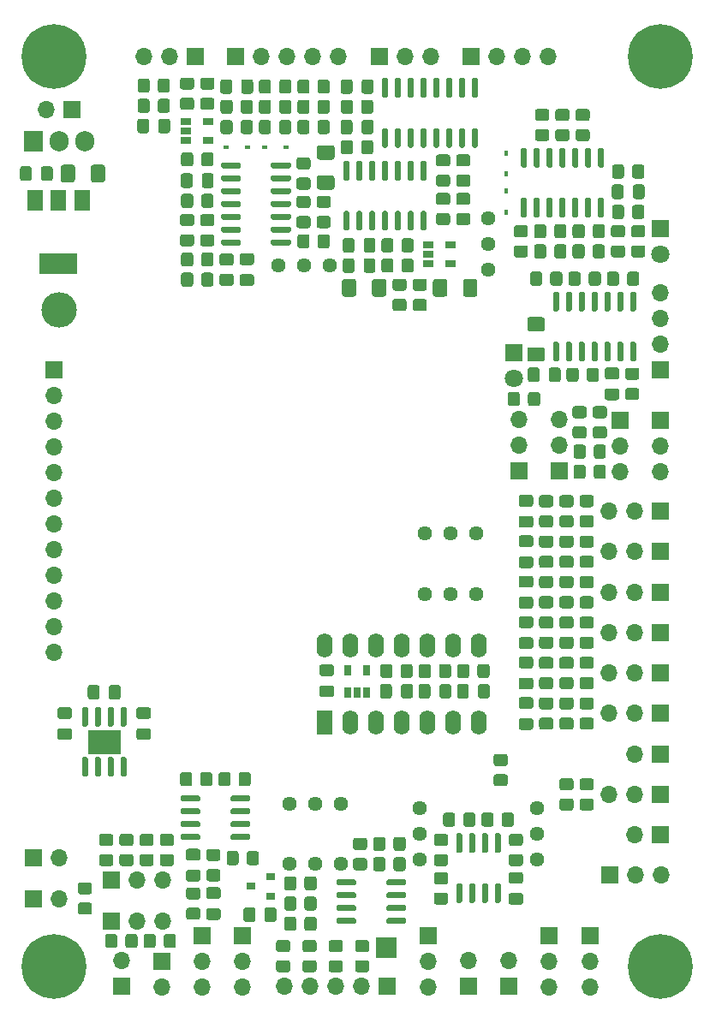
<source format=gbs>
G04 #@! TF.GenerationSoftware,KiCad,Pcbnew,(5.1.9)-1*
G04 #@! TF.CreationDate,2021-08-29T17:24:44+02:00*
G04 #@! TF.ProjectId,pcb,7063622e-6b69-4636-9164-5f7063625858,Rev. A*
G04 #@! TF.SameCoordinates,Original*
G04 #@! TF.FileFunction,Soldermask,Bot*
G04 #@! TF.FilePolarity,Negative*
%FSLAX46Y46*%
G04 Gerber Fmt 4.6, Leading zero omitted, Abs format (unit mm)*
G04 Created by KiCad (PCBNEW (5.1.9)-1) date 2021-08-29 17:24:44*
%MOMM*%
%LPD*%
G01*
G04 APERTURE LIST*
%ADD10C,1.440000*%
%ADD11O,1.700000X1.700000*%
%ADD12R,1.700000X1.700000*%
%ADD13O,1.600000X2.400000*%
%ADD14R,1.600000X2.400000*%
%ADD15R,0.450000X0.600000*%
%ADD16C,1.800000*%
%ADD17R,1.800000X1.800000*%
%ADD18R,1.060000X0.650000*%
%ADD19C,0.800000*%
%ADD20C,6.400000*%
%ADD21R,0.650000X1.060000*%
%ADD22R,3.300000X2.410000*%
%ADD23R,1.500000X2.000000*%
%ADD24R,3.800000X2.000000*%
%ADD25O,1.905000X2.000000*%
%ADD26R,1.905000X2.000000*%
%ADD27O,3.500000X3.500000*%
%ADD28R,2.000000X2.000000*%
%ADD29R,0.900000X0.800000*%
%ADD30R,0.600000X0.450000*%
G04 APERTURE END LIST*
D10*
X127200000Y-75700000D03*
X129740000Y-75700000D03*
X132280000Y-75700000D03*
X148000000Y-71020000D03*
X148000000Y-73560000D03*
X148000000Y-76100000D03*
G36*
G01*
X110650001Y-133100000D02*
X109749999Y-133100000D01*
G75*
G02*
X109500000Y-132850001I0J249999D01*
G01*
X109500000Y-132149999D01*
G75*
G02*
X109749999Y-131900000I249999J0D01*
G01*
X110650001Y-131900000D01*
G75*
G02*
X110900000Y-132149999I0J-249999D01*
G01*
X110900000Y-132850001D01*
G75*
G02*
X110650001Y-133100000I-249999J0D01*
G01*
G37*
G36*
G01*
X110650001Y-135100000D02*
X109749999Y-135100000D01*
G75*
G02*
X109500000Y-134850001I0J249999D01*
G01*
X109500000Y-134149999D01*
G75*
G02*
X109749999Y-133900000I249999J0D01*
G01*
X110650001Y-133900000D01*
G75*
G02*
X110900000Y-134149999I0J-249999D01*
G01*
X110900000Y-134850001D01*
G75*
G02*
X110650001Y-135100000I-249999J0D01*
G01*
G37*
G36*
G01*
X137605000Y-62100000D02*
X137905000Y-62100000D01*
G75*
G02*
X138055000Y-62250000I0J-150000D01*
G01*
X138055000Y-63900000D01*
G75*
G02*
X137905000Y-64050000I-150000J0D01*
G01*
X137605000Y-64050000D01*
G75*
G02*
X137455000Y-63900000I0J150000D01*
G01*
X137455000Y-62250000D01*
G75*
G02*
X137605000Y-62100000I150000J0D01*
G01*
G37*
G36*
G01*
X138875000Y-62100000D02*
X139175000Y-62100000D01*
G75*
G02*
X139325000Y-62250000I0J-150000D01*
G01*
X139325000Y-63900000D01*
G75*
G02*
X139175000Y-64050000I-150000J0D01*
G01*
X138875000Y-64050000D01*
G75*
G02*
X138725000Y-63900000I0J150000D01*
G01*
X138725000Y-62250000D01*
G75*
G02*
X138875000Y-62100000I150000J0D01*
G01*
G37*
G36*
G01*
X140145000Y-62100000D02*
X140445000Y-62100000D01*
G75*
G02*
X140595000Y-62250000I0J-150000D01*
G01*
X140595000Y-63900000D01*
G75*
G02*
X140445000Y-64050000I-150000J0D01*
G01*
X140145000Y-64050000D01*
G75*
G02*
X139995000Y-63900000I0J150000D01*
G01*
X139995000Y-62250000D01*
G75*
G02*
X140145000Y-62100000I150000J0D01*
G01*
G37*
G36*
G01*
X141415000Y-62100000D02*
X141715000Y-62100000D01*
G75*
G02*
X141865000Y-62250000I0J-150000D01*
G01*
X141865000Y-63900000D01*
G75*
G02*
X141715000Y-64050000I-150000J0D01*
G01*
X141415000Y-64050000D01*
G75*
G02*
X141265000Y-63900000I0J150000D01*
G01*
X141265000Y-62250000D01*
G75*
G02*
X141415000Y-62100000I150000J0D01*
G01*
G37*
G36*
G01*
X142685000Y-62100000D02*
X142985000Y-62100000D01*
G75*
G02*
X143135000Y-62250000I0J-150000D01*
G01*
X143135000Y-63900000D01*
G75*
G02*
X142985000Y-64050000I-150000J0D01*
G01*
X142685000Y-64050000D01*
G75*
G02*
X142535000Y-63900000I0J150000D01*
G01*
X142535000Y-62250000D01*
G75*
G02*
X142685000Y-62100000I150000J0D01*
G01*
G37*
G36*
G01*
X143955000Y-62100000D02*
X144255000Y-62100000D01*
G75*
G02*
X144405000Y-62250000I0J-150000D01*
G01*
X144405000Y-63900000D01*
G75*
G02*
X144255000Y-64050000I-150000J0D01*
G01*
X143955000Y-64050000D01*
G75*
G02*
X143805000Y-63900000I0J150000D01*
G01*
X143805000Y-62250000D01*
G75*
G02*
X143955000Y-62100000I150000J0D01*
G01*
G37*
G36*
G01*
X145225000Y-62100000D02*
X145525000Y-62100000D01*
G75*
G02*
X145675000Y-62250000I0J-150000D01*
G01*
X145675000Y-63900000D01*
G75*
G02*
X145525000Y-64050000I-150000J0D01*
G01*
X145225000Y-64050000D01*
G75*
G02*
X145075000Y-63900000I0J150000D01*
G01*
X145075000Y-62250000D01*
G75*
G02*
X145225000Y-62100000I150000J0D01*
G01*
G37*
G36*
G01*
X146495000Y-62100000D02*
X146795000Y-62100000D01*
G75*
G02*
X146945000Y-62250000I0J-150000D01*
G01*
X146945000Y-63900000D01*
G75*
G02*
X146795000Y-64050000I-150000J0D01*
G01*
X146495000Y-64050000D01*
G75*
G02*
X146345000Y-63900000I0J150000D01*
G01*
X146345000Y-62250000D01*
G75*
G02*
X146495000Y-62100000I150000J0D01*
G01*
G37*
G36*
G01*
X146495000Y-57150000D02*
X146795000Y-57150000D01*
G75*
G02*
X146945000Y-57300000I0J-150000D01*
G01*
X146945000Y-58950000D01*
G75*
G02*
X146795000Y-59100000I-150000J0D01*
G01*
X146495000Y-59100000D01*
G75*
G02*
X146345000Y-58950000I0J150000D01*
G01*
X146345000Y-57300000D01*
G75*
G02*
X146495000Y-57150000I150000J0D01*
G01*
G37*
G36*
G01*
X145225000Y-57150000D02*
X145525000Y-57150000D01*
G75*
G02*
X145675000Y-57300000I0J-150000D01*
G01*
X145675000Y-58950000D01*
G75*
G02*
X145525000Y-59100000I-150000J0D01*
G01*
X145225000Y-59100000D01*
G75*
G02*
X145075000Y-58950000I0J150000D01*
G01*
X145075000Y-57300000D01*
G75*
G02*
X145225000Y-57150000I150000J0D01*
G01*
G37*
G36*
G01*
X143955000Y-57150000D02*
X144255000Y-57150000D01*
G75*
G02*
X144405000Y-57300000I0J-150000D01*
G01*
X144405000Y-58950000D01*
G75*
G02*
X144255000Y-59100000I-150000J0D01*
G01*
X143955000Y-59100000D01*
G75*
G02*
X143805000Y-58950000I0J150000D01*
G01*
X143805000Y-57300000D01*
G75*
G02*
X143955000Y-57150000I150000J0D01*
G01*
G37*
G36*
G01*
X142685000Y-57150000D02*
X142985000Y-57150000D01*
G75*
G02*
X143135000Y-57300000I0J-150000D01*
G01*
X143135000Y-58950000D01*
G75*
G02*
X142985000Y-59100000I-150000J0D01*
G01*
X142685000Y-59100000D01*
G75*
G02*
X142535000Y-58950000I0J150000D01*
G01*
X142535000Y-57300000D01*
G75*
G02*
X142685000Y-57150000I150000J0D01*
G01*
G37*
G36*
G01*
X141415000Y-57150000D02*
X141715000Y-57150000D01*
G75*
G02*
X141865000Y-57300000I0J-150000D01*
G01*
X141865000Y-58950000D01*
G75*
G02*
X141715000Y-59100000I-150000J0D01*
G01*
X141415000Y-59100000D01*
G75*
G02*
X141265000Y-58950000I0J150000D01*
G01*
X141265000Y-57300000D01*
G75*
G02*
X141415000Y-57150000I150000J0D01*
G01*
G37*
G36*
G01*
X140145000Y-57150000D02*
X140445000Y-57150000D01*
G75*
G02*
X140595000Y-57300000I0J-150000D01*
G01*
X140595000Y-58950000D01*
G75*
G02*
X140445000Y-59100000I-150000J0D01*
G01*
X140145000Y-59100000D01*
G75*
G02*
X139995000Y-58950000I0J150000D01*
G01*
X139995000Y-57300000D01*
G75*
G02*
X140145000Y-57150000I150000J0D01*
G01*
G37*
G36*
G01*
X138875000Y-57150000D02*
X139175000Y-57150000D01*
G75*
G02*
X139325000Y-57300000I0J-150000D01*
G01*
X139325000Y-58950000D01*
G75*
G02*
X139175000Y-59100000I-150000J0D01*
G01*
X138875000Y-59100000D01*
G75*
G02*
X138725000Y-58950000I0J150000D01*
G01*
X138725000Y-57300000D01*
G75*
G02*
X138875000Y-57150000I150000J0D01*
G01*
G37*
G36*
G01*
X137605000Y-57150000D02*
X137905000Y-57150000D01*
G75*
G02*
X138055000Y-57300000I0J-150000D01*
G01*
X138055000Y-58950000D01*
G75*
G02*
X137905000Y-59100000I-150000J0D01*
G01*
X137605000Y-59100000D01*
G75*
G02*
X137455000Y-58950000I0J150000D01*
G01*
X137455000Y-57300000D01*
G75*
G02*
X137605000Y-57150000I150000J0D01*
G01*
G37*
G36*
G01*
X141710000Y-67300000D02*
X141410000Y-67300000D01*
G75*
G02*
X141260000Y-67150000I0J150000D01*
G01*
X141260000Y-65500000D01*
G75*
G02*
X141410000Y-65350000I150000J0D01*
G01*
X141710000Y-65350000D01*
G75*
G02*
X141860000Y-65500000I0J-150000D01*
G01*
X141860000Y-67150000D01*
G75*
G02*
X141710000Y-67300000I-150000J0D01*
G01*
G37*
G36*
G01*
X140440000Y-67300000D02*
X140140000Y-67300000D01*
G75*
G02*
X139990000Y-67150000I0J150000D01*
G01*
X139990000Y-65500000D01*
G75*
G02*
X140140000Y-65350000I150000J0D01*
G01*
X140440000Y-65350000D01*
G75*
G02*
X140590000Y-65500000I0J-150000D01*
G01*
X140590000Y-67150000D01*
G75*
G02*
X140440000Y-67300000I-150000J0D01*
G01*
G37*
G36*
G01*
X139170000Y-67300000D02*
X138870000Y-67300000D01*
G75*
G02*
X138720000Y-67150000I0J150000D01*
G01*
X138720000Y-65500000D01*
G75*
G02*
X138870000Y-65350000I150000J0D01*
G01*
X139170000Y-65350000D01*
G75*
G02*
X139320000Y-65500000I0J-150000D01*
G01*
X139320000Y-67150000D01*
G75*
G02*
X139170000Y-67300000I-150000J0D01*
G01*
G37*
G36*
G01*
X137900000Y-67300000D02*
X137600000Y-67300000D01*
G75*
G02*
X137450000Y-67150000I0J150000D01*
G01*
X137450000Y-65500000D01*
G75*
G02*
X137600000Y-65350000I150000J0D01*
G01*
X137900000Y-65350000D01*
G75*
G02*
X138050000Y-65500000I0J-150000D01*
G01*
X138050000Y-67150000D01*
G75*
G02*
X137900000Y-67300000I-150000J0D01*
G01*
G37*
G36*
G01*
X136630000Y-67300000D02*
X136330000Y-67300000D01*
G75*
G02*
X136180000Y-67150000I0J150000D01*
G01*
X136180000Y-65500000D01*
G75*
G02*
X136330000Y-65350000I150000J0D01*
G01*
X136630000Y-65350000D01*
G75*
G02*
X136780000Y-65500000I0J-150000D01*
G01*
X136780000Y-67150000D01*
G75*
G02*
X136630000Y-67300000I-150000J0D01*
G01*
G37*
G36*
G01*
X135360000Y-67300000D02*
X135060000Y-67300000D01*
G75*
G02*
X134910000Y-67150000I0J150000D01*
G01*
X134910000Y-65500000D01*
G75*
G02*
X135060000Y-65350000I150000J0D01*
G01*
X135360000Y-65350000D01*
G75*
G02*
X135510000Y-65500000I0J-150000D01*
G01*
X135510000Y-67150000D01*
G75*
G02*
X135360000Y-67300000I-150000J0D01*
G01*
G37*
G36*
G01*
X134090000Y-67300000D02*
X133790000Y-67300000D01*
G75*
G02*
X133640000Y-67150000I0J150000D01*
G01*
X133640000Y-65500000D01*
G75*
G02*
X133790000Y-65350000I150000J0D01*
G01*
X134090000Y-65350000D01*
G75*
G02*
X134240000Y-65500000I0J-150000D01*
G01*
X134240000Y-67150000D01*
G75*
G02*
X134090000Y-67300000I-150000J0D01*
G01*
G37*
G36*
G01*
X134090000Y-72250000D02*
X133790000Y-72250000D01*
G75*
G02*
X133640000Y-72100000I0J150000D01*
G01*
X133640000Y-70450000D01*
G75*
G02*
X133790000Y-70300000I150000J0D01*
G01*
X134090000Y-70300000D01*
G75*
G02*
X134240000Y-70450000I0J-150000D01*
G01*
X134240000Y-72100000D01*
G75*
G02*
X134090000Y-72250000I-150000J0D01*
G01*
G37*
G36*
G01*
X135360000Y-72250000D02*
X135060000Y-72250000D01*
G75*
G02*
X134910000Y-72100000I0J150000D01*
G01*
X134910000Y-70450000D01*
G75*
G02*
X135060000Y-70300000I150000J0D01*
G01*
X135360000Y-70300000D01*
G75*
G02*
X135510000Y-70450000I0J-150000D01*
G01*
X135510000Y-72100000D01*
G75*
G02*
X135360000Y-72250000I-150000J0D01*
G01*
G37*
G36*
G01*
X136630000Y-72250000D02*
X136330000Y-72250000D01*
G75*
G02*
X136180000Y-72100000I0J150000D01*
G01*
X136180000Y-70450000D01*
G75*
G02*
X136330000Y-70300000I150000J0D01*
G01*
X136630000Y-70300000D01*
G75*
G02*
X136780000Y-70450000I0J-150000D01*
G01*
X136780000Y-72100000D01*
G75*
G02*
X136630000Y-72250000I-150000J0D01*
G01*
G37*
G36*
G01*
X137900000Y-72250000D02*
X137600000Y-72250000D01*
G75*
G02*
X137450000Y-72100000I0J150000D01*
G01*
X137450000Y-70450000D01*
G75*
G02*
X137600000Y-70300000I150000J0D01*
G01*
X137900000Y-70300000D01*
G75*
G02*
X138050000Y-70450000I0J-150000D01*
G01*
X138050000Y-72100000D01*
G75*
G02*
X137900000Y-72250000I-150000J0D01*
G01*
G37*
G36*
G01*
X139170000Y-72250000D02*
X138870000Y-72250000D01*
G75*
G02*
X138720000Y-72100000I0J150000D01*
G01*
X138720000Y-70450000D01*
G75*
G02*
X138870000Y-70300000I150000J0D01*
G01*
X139170000Y-70300000D01*
G75*
G02*
X139320000Y-70450000I0J-150000D01*
G01*
X139320000Y-72100000D01*
G75*
G02*
X139170000Y-72250000I-150000J0D01*
G01*
G37*
G36*
G01*
X140440000Y-72250000D02*
X140140000Y-72250000D01*
G75*
G02*
X139990000Y-72100000I0J150000D01*
G01*
X139990000Y-70450000D01*
G75*
G02*
X140140000Y-70300000I150000J0D01*
G01*
X140440000Y-70300000D01*
G75*
G02*
X140590000Y-70450000I0J-150000D01*
G01*
X140590000Y-72100000D01*
G75*
G02*
X140440000Y-72250000I-150000J0D01*
G01*
G37*
G36*
G01*
X141710000Y-72250000D02*
X141410000Y-72250000D01*
G75*
G02*
X141260000Y-72100000I0J150000D01*
G01*
X141260000Y-70450000D01*
G75*
G02*
X141410000Y-70300000I150000J0D01*
G01*
X141710000Y-70300000D01*
G75*
G02*
X141860000Y-70450000I0J-150000D01*
G01*
X141860000Y-72100000D01*
G75*
G02*
X141710000Y-72250000I-150000J0D01*
G01*
G37*
G36*
G01*
X130300000Y-59549999D02*
X130300000Y-60450001D01*
G75*
G02*
X130050001Y-60700000I-249999J0D01*
G01*
X129349999Y-60700000D01*
G75*
G02*
X129100000Y-60450001I0J249999D01*
G01*
X129100000Y-59549999D01*
G75*
G02*
X129349999Y-59300000I249999J0D01*
G01*
X130050001Y-59300000D01*
G75*
G02*
X130300000Y-59549999I0J-249999D01*
G01*
G37*
G36*
G01*
X132300000Y-59549999D02*
X132300000Y-60450001D01*
G75*
G02*
X132050001Y-60700000I-249999J0D01*
G01*
X131349999Y-60700000D01*
G75*
G02*
X131100000Y-60450001I0J249999D01*
G01*
X131100000Y-59549999D01*
G75*
G02*
X131349999Y-59300000I249999J0D01*
G01*
X132050001Y-59300000D01*
G75*
G02*
X132300000Y-59549999I0J-249999D01*
G01*
G37*
D11*
X153920000Y-55000000D03*
X151380000Y-55000000D03*
X148840000Y-55000000D03*
D12*
X146300000Y-55000000D03*
D10*
X146780000Y-102200000D03*
X144240000Y-102200000D03*
X141700000Y-102200000D03*
D11*
X105000000Y-113940000D03*
X105000000Y-111400000D03*
X105000000Y-108860000D03*
X105000000Y-106320000D03*
X105000000Y-103780000D03*
X105000000Y-101240000D03*
X105000000Y-98700000D03*
X105000000Y-96160000D03*
X105000000Y-93620000D03*
X105000000Y-91080000D03*
X105000000Y-88540000D03*
D12*
X105000000Y-86000000D03*
D10*
X152800000Y-134480000D03*
X152800000Y-131940000D03*
X152800000Y-129400000D03*
D13*
X131800000Y-113280000D03*
X147040000Y-120900000D03*
X134340000Y-113280000D03*
X144500000Y-120900000D03*
X136880000Y-113280000D03*
X141960000Y-120900000D03*
X139420000Y-113280000D03*
X139420000Y-120900000D03*
X141960000Y-113280000D03*
X136880000Y-120900000D03*
X144500000Y-113280000D03*
X134340000Y-120900000D03*
X147040000Y-113280000D03*
D14*
X131800000Y-120900000D03*
D10*
X133380000Y-128900000D03*
X130840000Y-128900000D03*
X128300000Y-128900000D03*
D11*
X155000000Y-90920000D03*
X155000000Y-93460000D03*
D12*
X155000000Y-96000000D03*
D11*
X158000000Y-147080000D03*
X158000000Y-144540000D03*
D12*
X158000000Y-142000000D03*
D11*
X165080000Y-136000000D03*
X162540000Y-136000000D03*
D12*
X160000000Y-136000000D03*
G36*
G01*
X149650001Y-125200000D02*
X148749999Y-125200000D01*
G75*
G02*
X148500000Y-124950001I0J249999D01*
G01*
X148500000Y-124249999D01*
G75*
G02*
X148749999Y-124000000I249999J0D01*
G01*
X149650001Y-124000000D01*
G75*
G02*
X149900000Y-124249999I0J-249999D01*
G01*
X149900000Y-124950001D01*
G75*
G02*
X149650001Y-125200000I-249999J0D01*
G01*
G37*
G36*
G01*
X149650001Y-127200000D02*
X148749999Y-127200000D01*
G75*
G02*
X148500000Y-126950001I0J249999D01*
G01*
X148500000Y-126249999D01*
G75*
G02*
X148749999Y-126000000I249999J0D01*
G01*
X149650001Y-126000000D01*
G75*
G02*
X149900000Y-126249999I0J-249999D01*
G01*
X149900000Y-126950001D01*
G75*
G02*
X149650001Y-127200000I-249999J0D01*
G01*
G37*
G36*
G01*
X134900000Y-136545000D02*
X134900000Y-136845000D01*
G75*
G02*
X134750000Y-136995000I-150000J0D01*
G01*
X133100000Y-136995000D01*
G75*
G02*
X132950000Y-136845000I0J150000D01*
G01*
X132950000Y-136545000D01*
G75*
G02*
X133100000Y-136395000I150000J0D01*
G01*
X134750000Y-136395000D01*
G75*
G02*
X134900000Y-136545000I0J-150000D01*
G01*
G37*
G36*
G01*
X134900000Y-137815000D02*
X134900000Y-138115000D01*
G75*
G02*
X134750000Y-138265000I-150000J0D01*
G01*
X133100000Y-138265000D01*
G75*
G02*
X132950000Y-138115000I0J150000D01*
G01*
X132950000Y-137815000D01*
G75*
G02*
X133100000Y-137665000I150000J0D01*
G01*
X134750000Y-137665000D01*
G75*
G02*
X134900000Y-137815000I0J-150000D01*
G01*
G37*
G36*
G01*
X134900000Y-139085000D02*
X134900000Y-139385000D01*
G75*
G02*
X134750000Y-139535000I-150000J0D01*
G01*
X133100000Y-139535000D01*
G75*
G02*
X132950000Y-139385000I0J150000D01*
G01*
X132950000Y-139085000D01*
G75*
G02*
X133100000Y-138935000I150000J0D01*
G01*
X134750000Y-138935000D01*
G75*
G02*
X134900000Y-139085000I0J-150000D01*
G01*
G37*
G36*
G01*
X134900000Y-140355000D02*
X134900000Y-140655000D01*
G75*
G02*
X134750000Y-140805000I-150000J0D01*
G01*
X133100000Y-140805000D01*
G75*
G02*
X132950000Y-140655000I0J150000D01*
G01*
X132950000Y-140355000D01*
G75*
G02*
X133100000Y-140205000I150000J0D01*
G01*
X134750000Y-140205000D01*
G75*
G02*
X134900000Y-140355000I0J-150000D01*
G01*
G37*
G36*
G01*
X139850000Y-140355000D02*
X139850000Y-140655000D01*
G75*
G02*
X139700000Y-140805000I-150000J0D01*
G01*
X138050000Y-140805000D01*
G75*
G02*
X137900000Y-140655000I0J150000D01*
G01*
X137900000Y-140355000D01*
G75*
G02*
X138050000Y-140205000I150000J0D01*
G01*
X139700000Y-140205000D01*
G75*
G02*
X139850000Y-140355000I0J-150000D01*
G01*
G37*
G36*
G01*
X139850000Y-139085000D02*
X139850000Y-139385000D01*
G75*
G02*
X139700000Y-139535000I-150000J0D01*
G01*
X138050000Y-139535000D01*
G75*
G02*
X137900000Y-139385000I0J150000D01*
G01*
X137900000Y-139085000D01*
G75*
G02*
X138050000Y-138935000I150000J0D01*
G01*
X139700000Y-138935000D01*
G75*
G02*
X139850000Y-139085000I0J-150000D01*
G01*
G37*
G36*
G01*
X139850000Y-137815000D02*
X139850000Y-138115000D01*
G75*
G02*
X139700000Y-138265000I-150000J0D01*
G01*
X138050000Y-138265000D01*
G75*
G02*
X137900000Y-138115000I0J150000D01*
G01*
X137900000Y-137815000D01*
G75*
G02*
X138050000Y-137665000I150000J0D01*
G01*
X139700000Y-137665000D01*
G75*
G02*
X139850000Y-137815000I0J-150000D01*
G01*
G37*
G36*
G01*
X139850000Y-136545000D02*
X139850000Y-136845000D01*
G75*
G02*
X139700000Y-136995000I-150000J0D01*
G01*
X138050000Y-136995000D01*
G75*
G02*
X137900000Y-136845000I0J150000D01*
G01*
X137900000Y-136545000D01*
G75*
G02*
X138050000Y-136395000I150000J0D01*
G01*
X139700000Y-136395000D01*
G75*
G02*
X139850000Y-136545000I0J-150000D01*
G01*
G37*
D11*
X159920000Y-104000000D03*
X162460000Y-104000000D03*
D12*
X165000000Y-104000000D03*
D11*
X159920000Y-120000000D03*
X162460000Y-120000000D03*
D12*
X165000000Y-120000000D03*
D11*
X161000000Y-96080000D03*
X161000000Y-93540000D03*
D12*
X161000000Y-91000000D03*
G36*
G01*
X153700000Y-73849999D02*
X153700000Y-74750001D01*
G75*
G02*
X153450001Y-75000000I-249999J0D01*
G01*
X152749999Y-75000000D01*
G75*
G02*
X152500000Y-74750001I0J249999D01*
G01*
X152500000Y-73849999D01*
G75*
G02*
X152749999Y-73600000I249999J0D01*
G01*
X153450001Y-73600000D01*
G75*
G02*
X153700000Y-73849999I0J-249999D01*
G01*
G37*
G36*
G01*
X155700000Y-73849999D02*
X155700000Y-74750001D01*
G75*
G02*
X155450001Y-75000000I-249999J0D01*
G01*
X154749999Y-75000000D01*
G75*
G02*
X154500000Y-74750001I0J249999D01*
G01*
X154500000Y-73849999D01*
G75*
G02*
X154749999Y-73600000I249999J0D01*
G01*
X155450001Y-73600000D01*
G75*
G02*
X155700000Y-73849999I0J-249999D01*
G01*
G37*
G36*
G01*
X160675000Y-86950000D02*
X159725000Y-86950000D01*
G75*
G02*
X159475000Y-86700000I0J250000D01*
G01*
X159475000Y-86025000D01*
G75*
G02*
X159725000Y-85775000I250000J0D01*
G01*
X160675000Y-85775000D01*
G75*
G02*
X160925000Y-86025000I0J-250000D01*
G01*
X160925000Y-86700000D01*
G75*
G02*
X160675000Y-86950000I-250000J0D01*
G01*
G37*
G36*
G01*
X160675000Y-89025000D02*
X159725000Y-89025000D01*
G75*
G02*
X159475000Y-88775000I0J250000D01*
G01*
X159475000Y-88100000D01*
G75*
G02*
X159725000Y-87850000I250000J0D01*
G01*
X160675000Y-87850000D01*
G75*
G02*
X160925000Y-88100000I0J-250000D01*
G01*
X160925000Y-88775000D01*
G75*
G02*
X160675000Y-89025000I-250000J0D01*
G01*
G37*
G36*
G01*
X152075000Y-83775000D02*
X153325000Y-83775000D01*
G75*
G02*
X153575000Y-84025000I0J-250000D01*
G01*
X153575000Y-84950000D01*
G75*
G02*
X153325000Y-85200000I-250000J0D01*
G01*
X152075000Y-85200000D01*
G75*
G02*
X151825000Y-84950000I0J250000D01*
G01*
X151825000Y-84025000D01*
G75*
G02*
X152075000Y-83775000I250000J0D01*
G01*
G37*
G36*
G01*
X152075000Y-80800000D02*
X153325000Y-80800000D01*
G75*
G02*
X153575000Y-81050000I0J-250000D01*
G01*
X153575000Y-81975000D01*
G75*
G02*
X153325000Y-82225000I-250000J0D01*
G01*
X152075000Y-82225000D01*
G75*
G02*
X151825000Y-81975000I0J250000D01*
G01*
X151825000Y-81050000D01*
G75*
G02*
X152075000Y-80800000I250000J0D01*
G01*
G37*
G36*
G01*
X162250000Y-68875000D02*
X162250000Y-67925000D01*
G75*
G02*
X162500000Y-67675000I250000J0D01*
G01*
X163175000Y-67675000D01*
G75*
G02*
X163425000Y-67925000I0J-250000D01*
G01*
X163425000Y-68875000D01*
G75*
G02*
X163175000Y-69125000I-250000J0D01*
G01*
X162500000Y-69125000D01*
G75*
G02*
X162250000Y-68875000I0J250000D01*
G01*
G37*
G36*
G01*
X160175000Y-68875000D02*
X160175000Y-67925000D01*
G75*
G02*
X160425000Y-67675000I250000J0D01*
G01*
X161100000Y-67675000D01*
G75*
G02*
X161350000Y-67925000I0J-250000D01*
G01*
X161350000Y-68875000D01*
G75*
G02*
X161100000Y-69125000I-250000J0D01*
G01*
X160425000Y-69125000D01*
G75*
G02*
X160175000Y-68875000I0J250000D01*
G01*
G37*
G36*
G01*
X153950000Y-86975000D02*
X153950000Y-86025000D01*
G75*
G02*
X154200000Y-85775000I250000J0D01*
G01*
X154875000Y-85775000D01*
G75*
G02*
X155125000Y-86025000I0J-250000D01*
G01*
X155125000Y-86975000D01*
G75*
G02*
X154875000Y-87225000I-250000J0D01*
G01*
X154200000Y-87225000D01*
G75*
G02*
X153950000Y-86975000I0J250000D01*
G01*
G37*
G36*
G01*
X151875000Y-86975000D02*
X151875000Y-86025000D01*
G75*
G02*
X152125000Y-85775000I250000J0D01*
G01*
X152800000Y-85775000D01*
G75*
G02*
X153050000Y-86025000I0J-250000D01*
G01*
X153050000Y-86975000D01*
G75*
G02*
X152800000Y-87225000I-250000J0D01*
G01*
X152125000Y-87225000D01*
G75*
G02*
X151875000Y-86975000I0J250000D01*
G01*
G37*
D15*
X149700000Y-68350000D03*
X149700000Y-70450000D03*
X149700000Y-64550000D03*
X149700000Y-66650000D03*
D16*
X165000000Y-74540000D03*
D17*
X165000000Y-72000000D03*
D11*
X165000000Y-96080000D03*
X165000000Y-93540000D03*
D12*
X165000000Y-91000000D03*
G36*
G01*
X157100000Y-76549999D02*
X157100000Y-77450001D01*
G75*
G02*
X156850001Y-77700000I-249999J0D01*
G01*
X156149999Y-77700000D01*
G75*
G02*
X155900000Y-77450001I0J249999D01*
G01*
X155900000Y-76549999D01*
G75*
G02*
X156149999Y-76300000I249999J0D01*
G01*
X156850001Y-76300000D01*
G75*
G02*
X157100000Y-76549999I0J-249999D01*
G01*
G37*
G36*
G01*
X159100000Y-76549999D02*
X159100000Y-77450001D01*
G75*
G02*
X158850001Y-77700000I-249999J0D01*
G01*
X158149999Y-77700000D01*
G75*
G02*
X157900000Y-77450001I0J249999D01*
G01*
X157900000Y-76549999D01*
G75*
G02*
X158149999Y-76300000I249999J0D01*
G01*
X158850001Y-76300000D01*
G75*
G02*
X159100000Y-76549999I0J-249999D01*
G01*
G37*
G36*
G01*
X150749999Y-73700000D02*
X151650001Y-73700000D01*
G75*
G02*
X151900000Y-73949999I0J-249999D01*
G01*
X151900000Y-74650001D01*
G75*
G02*
X151650001Y-74900000I-249999J0D01*
G01*
X150749999Y-74900000D01*
G75*
G02*
X150500000Y-74650001I0J249999D01*
G01*
X150500000Y-73949999D01*
G75*
G02*
X150749999Y-73700000I249999J0D01*
G01*
G37*
G36*
G01*
X150749999Y-71700000D02*
X151650001Y-71700000D01*
G75*
G02*
X151900000Y-71949999I0J-249999D01*
G01*
X151900000Y-72650001D01*
G75*
G02*
X151650001Y-72900000I-249999J0D01*
G01*
X150749999Y-72900000D01*
G75*
G02*
X150500000Y-72650001I0J249999D01*
G01*
X150500000Y-71949999D01*
G75*
G02*
X150749999Y-71700000I249999J0D01*
G01*
G37*
D11*
X165000000Y-78380000D03*
X165000000Y-80920000D03*
X165000000Y-83460000D03*
D12*
X165000000Y-86000000D03*
G36*
G01*
X162650001Y-87000000D02*
X161749999Y-87000000D01*
G75*
G02*
X161500000Y-86750001I0J249999D01*
G01*
X161500000Y-86049999D01*
G75*
G02*
X161749999Y-85800000I249999J0D01*
G01*
X162650001Y-85800000D01*
G75*
G02*
X162900000Y-86049999I0J-249999D01*
G01*
X162900000Y-86750001D01*
G75*
G02*
X162650001Y-87000000I-249999J0D01*
G01*
G37*
G36*
G01*
X162650001Y-89000000D02*
X161749999Y-89000000D01*
G75*
G02*
X161500000Y-88750001I0J249999D01*
G01*
X161500000Y-88049999D01*
G75*
G02*
X161749999Y-87800000I249999J0D01*
G01*
X162650001Y-87800000D01*
G75*
G02*
X162900000Y-88049999I0J-249999D01*
G01*
X162900000Y-88750001D01*
G75*
G02*
X162650001Y-89000000I-249999J0D01*
G01*
G37*
G36*
G01*
X157700000Y-86950001D02*
X157700000Y-86049999D01*
G75*
G02*
X157949999Y-85800000I249999J0D01*
G01*
X158650001Y-85800000D01*
G75*
G02*
X158900000Y-86049999I0J-249999D01*
G01*
X158900000Y-86950001D01*
G75*
G02*
X158650001Y-87200000I-249999J0D01*
G01*
X157949999Y-87200000D01*
G75*
G02*
X157700000Y-86950001I0J249999D01*
G01*
G37*
G36*
G01*
X155700000Y-86950001D02*
X155700000Y-86049999D01*
G75*
G02*
X155949999Y-85800000I249999J0D01*
G01*
X156650001Y-85800000D01*
G75*
G02*
X156900000Y-86049999I0J-249999D01*
G01*
X156900000Y-86950001D01*
G75*
G02*
X156650001Y-87200000I-249999J0D01*
G01*
X155949999Y-87200000D01*
G75*
G02*
X155700000Y-86950001I0J249999D01*
G01*
G37*
G36*
G01*
X153300000Y-76549999D02*
X153300000Y-77450001D01*
G75*
G02*
X153050001Y-77700000I-249999J0D01*
G01*
X152349999Y-77700000D01*
G75*
G02*
X152100000Y-77450001I0J249999D01*
G01*
X152100000Y-76549999D01*
G75*
G02*
X152349999Y-76300000I249999J0D01*
G01*
X153050001Y-76300000D01*
G75*
G02*
X153300000Y-76549999I0J-249999D01*
G01*
G37*
G36*
G01*
X155300000Y-76549999D02*
X155300000Y-77450001D01*
G75*
G02*
X155050001Y-77700000I-249999J0D01*
G01*
X154349999Y-77700000D01*
G75*
G02*
X154100000Y-77450001I0J249999D01*
G01*
X154100000Y-76549999D01*
G75*
G02*
X154349999Y-76300000I249999J0D01*
G01*
X155050001Y-76300000D01*
G75*
G02*
X155300000Y-76549999I0J-249999D01*
G01*
G37*
G36*
G01*
X160900000Y-76549999D02*
X160900000Y-77450001D01*
G75*
G02*
X160650001Y-77700000I-249999J0D01*
G01*
X159949999Y-77700000D01*
G75*
G02*
X159700000Y-77450001I0J249999D01*
G01*
X159700000Y-76549999D01*
G75*
G02*
X159949999Y-76300000I249999J0D01*
G01*
X160650001Y-76300000D01*
G75*
G02*
X160900000Y-76549999I0J-249999D01*
G01*
G37*
G36*
G01*
X162900000Y-76549999D02*
X162900000Y-77450001D01*
G75*
G02*
X162650001Y-77700000I-249999J0D01*
G01*
X161949999Y-77700000D01*
G75*
G02*
X161700000Y-77450001I0J249999D01*
G01*
X161700000Y-76549999D01*
G75*
G02*
X161949999Y-76300000I249999J0D01*
G01*
X162650001Y-76300000D01*
G75*
G02*
X162900000Y-76549999I0J-249999D01*
G01*
G37*
G36*
G01*
X157750001Y-61400000D02*
X156849999Y-61400000D01*
G75*
G02*
X156600000Y-61150001I0J249999D01*
G01*
X156600000Y-60449999D01*
G75*
G02*
X156849999Y-60200000I249999J0D01*
G01*
X157750001Y-60200000D01*
G75*
G02*
X158000000Y-60449999I0J-249999D01*
G01*
X158000000Y-61150001D01*
G75*
G02*
X157750001Y-61400000I-249999J0D01*
G01*
G37*
G36*
G01*
X157750001Y-63400000D02*
X156849999Y-63400000D01*
G75*
G02*
X156600000Y-63150001I0J249999D01*
G01*
X156600000Y-62449999D01*
G75*
G02*
X156849999Y-62200000I249999J0D01*
G01*
X157750001Y-62200000D01*
G75*
G02*
X158000000Y-62449999I0J-249999D01*
G01*
X158000000Y-63150001D01*
G75*
G02*
X157750001Y-63400000I-249999J0D01*
G01*
G37*
G36*
G01*
X155750001Y-61400000D02*
X154849999Y-61400000D01*
G75*
G02*
X154600000Y-61150001I0J249999D01*
G01*
X154600000Y-60449999D01*
G75*
G02*
X154849999Y-60200000I249999J0D01*
G01*
X155750001Y-60200000D01*
G75*
G02*
X156000000Y-60449999I0J-249999D01*
G01*
X156000000Y-61150001D01*
G75*
G02*
X155750001Y-61400000I-249999J0D01*
G01*
G37*
G36*
G01*
X155750001Y-63400000D02*
X154849999Y-63400000D01*
G75*
G02*
X154600000Y-63150001I0J249999D01*
G01*
X154600000Y-62449999D01*
G75*
G02*
X154849999Y-62200000I249999J0D01*
G01*
X155750001Y-62200000D01*
G75*
G02*
X156000000Y-62449999I0J-249999D01*
G01*
X156000000Y-63150001D01*
G75*
G02*
X155750001Y-63400000I-249999J0D01*
G01*
G37*
G36*
G01*
X161250001Y-72900000D02*
X160349999Y-72900000D01*
G75*
G02*
X160100000Y-72650001I0J249999D01*
G01*
X160100000Y-71949999D01*
G75*
G02*
X160349999Y-71700000I249999J0D01*
G01*
X161250001Y-71700000D01*
G75*
G02*
X161500000Y-71949999I0J-249999D01*
G01*
X161500000Y-72650001D01*
G75*
G02*
X161250001Y-72900000I-249999J0D01*
G01*
G37*
G36*
G01*
X161250001Y-74900000D02*
X160349999Y-74900000D01*
G75*
G02*
X160100000Y-74650001I0J249999D01*
G01*
X160100000Y-73949999D01*
G75*
G02*
X160349999Y-73700000I249999J0D01*
G01*
X161250001Y-73700000D01*
G75*
G02*
X161500000Y-73949999I0J-249999D01*
G01*
X161500000Y-74650001D01*
G75*
G02*
X161250001Y-74900000I-249999J0D01*
G01*
G37*
G36*
G01*
X162349999Y-73700000D02*
X163250001Y-73700000D01*
G75*
G02*
X163500000Y-73949999I0J-249999D01*
G01*
X163500000Y-74650001D01*
G75*
G02*
X163250001Y-74900000I-249999J0D01*
G01*
X162349999Y-74900000D01*
G75*
G02*
X162100000Y-74650001I0J249999D01*
G01*
X162100000Y-73949999D01*
G75*
G02*
X162349999Y-73700000I249999J0D01*
G01*
G37*
G36*
G01*
X162349999Y-71700000D02*
X163250001Y-71700000D01*
G75*
G02*
X163500000Y-71949999I0J-249999D01*
G01*
X163500000Y-72650001D01*
G75*
G02*
X163250001Y-72900000I-249999J0D01*
G01*
X162349999Y-72900000D01*
G75*
G02*
X162100000Y-72650001I0J249999D01*
G01*
X162100000Y-71949999D01*
G75*
G02*
X162349999Y-71700000I249999J0D01*
G01*
G37*
G36*
G01*
X161400000Y-69949999D02*
X161400000Y-70850001D01*
G75*
G02*
X161150001Y-71100000I-249999J0D01*
G01*
X160449999Y-71100000D01*
G75*
G02*
X160200000Y-70850001I0J249999D01*
G01*
X160200000Y-69949999D01*
G75*
G02*
X160449999Y-69700000I249999J0D01*
G01*
X161150001Y-69700000D01*
G75*
G02*
X161400000Y-69949999I0J-249999D01*
G01*
G37*
G36*
G01*
X163400000Y-69949999D02*
X163400000Y-70850001D01*
G75*
G02*
X163150001Y-71100000I-249999J0D01*
G01*
X162449999Y-71100000D01*
G75*
G02*
X162200000Y-70850001I0J249999D01*
G01*
X162200000Y-69949999D01*
G75*
G02*
X162449999Y-69700000I249999J0D01*
G01*
X163150001Y-69700000D01*
G75*
G02*
X163400000Y-69949999I0J-249999D01*
G01*
G37*
G36*
G01*
X156549999Y-89600000D02*
X157450001Y-89600000D01*
G75*
G02*
X157700000Y-89849999I0J-249999D01*
G01*
X157700000Y-90550001D01*
G75*
G02*
X157450001Y-90800000I-249999J0D01*
G01*
X156549999Y-90800000D01*
G75*
G02*
X156300000Y-90550001I0J249999D01*
G01*
X156300000Y-89849999D01*
G75*
G02*
X156549999Y-89600000I249999J0D01*
G01*
G37*
G36*
G01*
X156549999Y-91600000D02*
X157450001Y-91600000D01*
G75*
G02*
X157700000Y-91849999I0J-249999D01*
G01*
X157700000Y-92550001D01*
G75*
G02*
X157450001Y-92800000I-249999J0D01*
G01*
X156549999Y-92800000D01*
G75*
G02*
X156300000Y-92550001I0J249999D01*
G01*
X156300000Y-91849999D01*
G75*
G02*
X156549999Y-91600000I249999J0D01*
G01*
G37*
G36*
G01*
X158400000Y-94550001D02*
X158400000Y-93649999D01*
G75*
G02*
X158649999Y-93400000I249999J0D01*
G01*
X159350001Y-93400000D01*
G75*
G02*
X159600000Y-93649999I0J-249999D01*
G01*
X159600000Y-94550001D01*
G75*
G02*
X159350001Y-94800000I-249999J0D01*
G01*
X158649999Y-94800000D01*
G75*
G02*
X158400000Y-94550001I0J249999D01*
G01*
G37*
G36*
G01*
X156400000Y-94550001D02*
X156400000Y-93649999D01*
G75*
G02*
X156649999Y-93400000I249999J0D01*
G01*
X157350001Y-93400000D01*
G75*
G02*
X157600000Y-93649999I0J-249999D01*
G01*
X157600000Y-94550001D01*
G75*
G02*
X157350001Y-94800000I-249999J0D01*
G01*
X156649999Y-94800000D01*
G75*
G02*
X156400000Y-94550001I0J249999D01*
G01*
G37*
G36*
G01*
X152849999Y-62200000D02*
X153750001Y-62200000D01*
G75*
G02*
X154000000Y-62449999I0J-249999D01*
G01*
X154000000Y-63150001D01*
G75*
G02*
X153750001Y-63400000I-249999J0D01*
G01*
X152849999Y-63400000D01*
G75*
G02*
X152600000Y-63150001I0J249999D01*
G01*
X152600000Y-62449999D01*
G75*
G02*
X152849999Y-62200000I249999J0D01*
G01*
G37*
G36*
G01*
X152849999Y-60200000D02*
X153750001Y-60200000D01*
G75*
G02*
X154000000Y-60449999I0J-249999D01*
G01*
X154000000Y-61150001D01*
G75*
G02*
X153750001Y-61400000I-249999J0D01*
G01*
X152849999Y-61400000D01*
G75*
G02*
X152600000Y-61150001I0J249999D01*
G01*
X152600000Y-60449999D01*
G75*
G02*
X152849999Y-60200000I249999J0D01*
G01*
G37*
G36*
G01*
X159500000Y-73849999D02*
X159500000Y-74750001D01*
G75*
G02*
X159250001Y-75000000I-249999J0D01*
G01*
X158549999Y-75000000D01*
G75*
G02*
X158300000Y-74750001I0J249999D01*
G01*
X158300000Y-73849999D01*
G75*
G02*
X158549999Y-73600000I249999J0D01*
G01*
X159250001Y-73600000D01*
G75*
G02*
X159500000Y-73849999I0J-249999D01*
G01*
G37*
G36*
G01*
X157500000Y-73849999D02*
X157500000Y-74750001D01*
G75*
G02*
X157250001Y-75000000I-249999J0D01*
G01*
X156549999Y-75000000D01*
G75*
G02*
X156300000Y-74750001I0J249999D01*
G01*
X156300000Y-73849999D01*
G75*
G02*
X156549999Y-73600000I249999J0D01*
G01*
X157250001Y-73600000D01*
G75*
G02*
X157500000Y-73849999I0J-249999D01*
G01*
G37*
G36*
G01*
X153700000Y-71849999D02*
X153700000Y-72750001D01*
G75*
G02*
X153450001Y-73000000I-249999J0D01*
G01*
X152749999Y-73000000D01*
G75*
G02*
X152500000Y-72750001I0J249999D01*
G01*
X152500000Y-71849999D01*
G75*
G02*
X152749999Y-71600000I249999J0D01*
G01*
X153450001Y-71600000D01*
G75*
G02*
X153700000Y-71849999I0J-249999D01*
G01*
G37*
G36*
G01*
X155700000Y-71849999D02*
X155700000Y-72750001D01*
G75*
G02*
X155450001Y-73000000I-249999J0D01*
G01*
X154749999Y-73000000D01*
G75*
G02*
X154500000Y-72750001I0J249999D01*
G01*
X154500000Y-71849999D01*
G75*
G02*
X154749999Y-71600000I249999J0D01*
G01*
X155450001Y-71600000D01*
G75*
G02*
X155700000Y-71849999I0J-249999D01*
G01*
G37*
G36*
G01*
X158400000Y-96550001D02*
X158400000Y-95649999D01*
G75*
G02*
X158649999Y-95400000I249999J0D01*
G01*
X159350001Y-95400000D01*
G75*
G02*
X159600000Y-95649999I0J-249999D01*
G01*
X159600000Y-96550001D01*
G75*
G02*
X159350001Y-96800000I-249999J0D01*
G01*
X158649999Y-96800000D01*
G75*
G02*
X158400000Y-96550001I0J249999D01*
G01*
G37*
G36*
G01*
X156400000Y-96550001D02*
X156400000Y-95649999D01*
G75*
G02*
X156649999Y-95400000I249999J0D01*
G01*
X157350001Y-95400000D01*
G75*
G02*
X157600000Y-95649999I0J-249999D01*
G01*
X157600000Y-96550001D01*
G75*
G02*
X157350001Y-96800000I-249999J0D01*
G01*
X156649999Y-96800000D01*
G75*
G02*
X156400000Y-96550001I0J249999D01*
G01*
G37*
G36*
G01*
X157500000Y-71849999D02*
X157500000Y-72750001D01*
G75*
G02*
X157250001Y-73000000I-249999J0D01*
G01*
X156549999Y-73000000D01*
G75*
G02*
X156300000Y-72750001I0J249999D01*
G01*
X156300000Y-71849999D01*
G75*
G02*
X156549999Y-71600000I249999J0D01*
G01*
X157250001Y-71600000D01*
G75*
G02*
X157500000Y-71849999I0J-249999D01*
G01*
G37*
G36*
G01*
X159500000Y-71849999D02*
X159500000Y-72750001D01*
G75*
G02*
X159250001Y-73000000I-249999J0D01*
G01*
X158549999Y-73000000D01*
G75*
G02*
X158300000Y-72750001I0J249999D01*
G01*
X158300000Y-71849999D01*
G75*
G02*
X158549999Y-71600000I249999J0D01*
G01*
X159250001Y-71600000D01*
G75*
G02*
X159500000Y-71849999I0J-249999D01*
G01*
G37*
G36*
G01*
X162200000Y-66850001D02*
X162200000Y-65949999D01*
G75*
G02*
X162449999Y-65700000I249999J0D01*
G01*
X163150001Y-65700000D01*
G75*
G02*
X163400000Y-65949999I0J-249999D01*
G01*
X163400000Y-66850001D01*
G75*
G02*
X163150001Y-67100000I-249999J0D01*
G01*
X162449999Y-67100000D01*
G75*
G02*
X162200000Y-66850001I0J249999D01*
G01*
G37*
G36*
G01*
X160200000Y-66850001D02*
X160200000Y-65949999D01*
G75*
G02*
X160449999Y-65700000I249999J0D01*
G01*
X161150001Y-65700000D01*
G75*
G02*
X161400000Y-65949999I0J-249999D01*
G01*
X161400000Y-66850001D01*
G75*
G02*
X161150001Y-67100000I-249999J0D01*
G01*
X160449999Y-67100000D01*
G75*
G02*
X160200000Y-66850001I0J249999D01*
G01*
G37*
G36*
G01*
X159450001Y-90800000D02*
X158549999Y-90800000D01*
G75*
G02*
X158300000Y-90550001I0J249999D01*
G01*
X158300000Y-89849999D01*
G75*
G02*
X158549999Y-89600000I249999J0D01*
G01*
X159450001Y-89600000D01*
G75*
G02*
X159700000Y-89849999I0J-249999D01*
G01*
X159700000Y-90550001D01*
G75*
G02*
X159450001Y-90800000I-249999J0D01*
G01*
G37*
G36*
G01*
X159450001Y-92800000D02*
X158549999Y-92800000D01*
G75*
G02*
X158300000Y-92550001I0J249999D01*
G01*
X158300000Y-91849999D01*
G75*
G02*
X158549999Y-91600000I249999J0D01*
G01*
X159450001Y-91600000D01*
G75*
G02*
X159700000Y-91849999I0J-249999D01*
G01*
X159700000Y-92550001D01*
G75*
G02*
X159450001Y-92800000I-249999J0D01*
G01*
G37*
G36*
G01*
X162440000Y-80240000D02*
X162140000Y-80240000D01*
G75*
G02*
X161990000Y-80090000I0J150000D01*
G01*
X161990000Y-78440000D01*
G75*
G02*
X162140000Y-78290000I150000J0D01*
G01*
X162440000Y-78290000D01*
G75*
G02*
X162590000Y-78440000I0J-150000D01*
G01*
X162590000Y-80090000D01*
G75*
G02*
X162440000Y-80240000I-150000J0D01*
G01*
G37*
G36*
G01*
X161170000Y-80240000D02*
X160870000Y-80240000D01*
G75*
G02*
X160720000Y-80090000I0J150000D01*
G01*
X160720000Y-78440000D01*
G75*
G02*
X160870000Y-78290000I150000J0D01*
G01*
X161170000Y-78290000D01*
G75*
G02*
X161320000Y-78440000I0J-150000D01*
G01*
X161320000Y-80090000D01*
G75*
G02*
X161170000Y-80240000I-150000J0D01*
G01*
G37*
G36*
G01*
X159900000Y-80240000D02*
X159600000Y-80240000D01*
G75*
G02*
X159450000Y-80090000I0J150000D01*
G01*
X159450000Y-78440000D01*
G75*
G02*
X159600000Y-78290000I150000J0D01*
G01*
X159900000Y-78290000D01*
G75*
G02*
X160050000Y-78440000I0J-150000D01*
G01*
X160050000Y-80090000D01*
G75*
G02*
X159900000Y-80240000I-150000J0D01*
G01*
G37*
G36*
G01*
X158630000Y-80240000D02*
X158330000Y-80240000D01*
G75*
G02*
X158180000Y-80090000I0J150000D01*
G01*
X158180000Y-78440000D01*
G75*
G02*
X158330000Y-78290000I150000J0D01*
G01*
X158630000Y-78290000D01*
G75*
G02*
X158780000Y-78440000I0J-150000D01*
G01*
X158780000Y-80090000D01*
G75*
G02*
X158630000Y-80240000I-150000J0D01*
G01*
G37*
G36*
G01*
X157360000Y-80240000D02*
X157060000Y-80240000D01*
G75*
G02*
X156910000Y-80090000I0J150000D01*
G01*
X156910000Y-78440000D01*
G75*
G02*
X157060000Y-78290000I150000J0D01*
G01*
X157360000Y-78290000D01*
G75*
G02*
X157510000Y-78440000I0J-150000D01*
G01*
X157510000Y-80090000D01*
G75*
G02*
X157360000Y-80240000I-150000J0D01*
G01*
G37*
G36*
G01*
X156090000Y-80240000D02*
X155790000Y-80240000D01*
G75*
G02*
X155640000Y-80090000I0J150000D01*
G01*
X155640000Y-78440000D01*
G75*
G02*
X155790000Y-78290000I150000J0D01*
G01*
X156090000Y-78290000D01*
G75*
G02*
X156240000Y-78440000I0J-150000D01*
G01*
X156240000Y-80090000D01*
G75*
G02*
X156090000Y-80240000I-150000J0D01*
G01*
G37*
G36*
G01*
X154820000Y-80240000D02*
X154520000Y-80240000D01*
G75*
G02*
X154370000Y-80090000I0J150000D01*
G01*
X154370000Y-78440000D01*
G75*
G02*
X154520000Y-78290000I150000J0D01*
G01*
X154820000Y-78290000D01*
G75*
G02*
X154970000Y-78440000I0J-150000D01*
G01*
X154970000Y-80090000D01*
G75*
G02*
X154820000Y-80240000I-150000J0D01*
G01*
G37*
G36*
G01*
X154820000Y-85190000D02*
X154520000Y-85190000D01*
G75*
G02*
X154370000Y-85040000I0J150000D01*
G01*
X154370000Y-83390000D01*
G75*
G02*
X154520000Y-83240000I150000J0D01*
G01*
X154820000Y-83240000D01*
G75*
G02*
X154970000Y-83390000I0J-150000D01*
G01*
X154970000Y-85040000D01*
G75*
G02*
X154820000Y-85190000I-150000J0D01*
G01*
G37*
G36*
G01*
X156090000Y-85190000D02*
X155790000Y-85190000D01*
G75*
G02*
X155640000Y-85040000I0J150000D01*
G01*
X155640000Y-83390000D01*
G75*
G02*
X155790000Y-83240000I150000J0D01*
G01*
X156090000Y-83240000D01*
G75*
G02*
X156240000Y-83390000I0J-150000D01*
G01*
X156240000Y-85040000D01*
G75*
G02*
X156090000Y-85190000I-150000J0D01*
G01*
G37*
G36*
G01*
X157360000Y-85190000D02*
X157060000Y-85190000D01*
G75*
G02*
X156910000Y-85040000I0J150000D01*
G01*
X156910000Y-83390000D01*
G75*
G02*
X157060000Y-83240000I150000J0D01*
G01*
X157360000Y-83240000D01*
G75*
G02*
X157510000Y-83390000I0J-150000D01*
G01*
X157510000Y-85040000D01*
G75*
G02*
X157360000Y-85190000I-150000J0D01*
G01*
G37*
G36*
G01*
X158630000Y-85190000D02*
X158330000Y-85190000D01*
G75*
G02*
X158180000Y-85040000I0J150000D01*
G01*
X158180000Y-83390000D01*
G75*
G02*
X158330000Y-83240000I150000J0D01*
G01*
X158630000Y-83240000D01*
G75*
G02*
X158780000Y-83390000I0J-150000D01*
G01*
X158780000Y-85040000D01*
G75*
G02*
X158630000Y-85190000I-150000J0D01*
G01*
G37*
G36*
G01*
X159900000Y-85190000D02*
X159600000Y-85190000D01*
G75*
G02*
X159450000Y-85040000I0J150000D01*
G01*
X159450000Y-83390000D01*
G75*
G02*
X159600000Y-83240000I150000J0D01*
G01*
X159900000Y-83240000D01*
G75*
G02*
X160050000Y-83390000I0J-150000D01*
G01*
X160050000Y-85040000D01*
G75*
G02*
X159900000Y-85190000I-150000J0D01*
G01*
G37*
G36*
G01*
X161170000Y-85190000D02*
X160870000Y-85190000D01*
G75*
G02*
X160720000Y-85040000I0J150000D01*
G01*
X160720000Y-83390000D01*
G75*
G02*
X160870000Y-83240000I150000J0D01*
G01*
X161170000Y-83240000D01*
G75*
G02*
X161320000Y-83390000I0J-150000D01*
G01*
X161320000Y-85040000D01*
G75*
G02*
X161170000Y-85190000I-150000J0D01*
G01*
G37*
G36*
G01*
X162440000Y-85190000D02*
X162140000Y-85190000D01*
G75*
G02*
X161990000Y-85040000I0J150000D01*
G01*
X161990000Y-83390000D01*
G75*
G02*
X162140000Y-83240000I150000J0D01*
G01*
X162440000Y-83240000D01*
G75*
G02*
X162590000Y-83390000I0J-150000D01*
G01*
X162590000Y-85040000D01*
G75*
G02*
X162440000Y-85190000I-150000J0D01*
G01*
G37*
G36*
G01*
X151340000Y-69000000D02*
X151640000Y-69000000D01*
G75*
G02*
X151790000Y-69150000I0J-150000D01*
G01*
X151790000Y-70800000D01*
G75*
G02*
X151640000Y-70950000I-150000J0D01*
G01*
X151340000Y-70950000D01*
G75*
G02*
X151190000Y-70800000I0J150000D01*
G01*
X151190000Y-69150000D01*
G75*
G02*
X151340000Y-69000000I150000J0D01*
G01*
G37*
G36*
G01*
X152610000Y-69000000D02*
X152910000Y-69000000D01*
G75*
G02*
X153060000Y-69150000I0J-150000D01*
G01*
X153060000Y-70800000D01*
G75*
G02*
X152910000Y-70950000I-150000J0D01*
G01*
X152610000Y-70950000D01*
G75*
G02*
X152460000Y-70800000I0J150000D01*
G01*
X152460000Y-69150000D01*
G75*
G02*
X152610000Y-69000000I150000J0D01*
G01*
G37*
G36*
G01*
X153880000Y-69000000D02*
X154180000Y-69000000D01*
G75*
G02*
X154330000Y-69150000I0J-150000D01*
G01*
X154330000Y-70800000D01*
G75*
G02*
X154180000Y-70950000I-150000J0D01*
G01*
X153880000Y-70950000D01*
G75*
G02*
X153730000Y-70800000I0J150000D01*
G01*
X153730000Y-69150000D01*
G75*
G02*
X153880000Y-69000000I150000J0D01*
G01*
G37*
G36*
G01*
X155150000Y-69000000D02*
X155450000Y-69000000D01*
G75*
G02*
X155600000Y-69150000I0J-150000D01*
G01*
X155600000Y-70800000D01*
G75*
G02*
X155450000Y-70950000I-150000J0D01*
G01*
X155150000Y-70950000D01*
G75*
G02*
X155000000Y-70800000I0J150000D01*
G01*
X155000000Y-69150000D01*
G75*
G02*
X155150000Y-69000000I150000J0D01*
G01*
G37*
G36*
G01*
X156420000Y-69000000D02*
X156720000Y-69000000D01*
G75*
G02*
X156870000Y-69150000I0J-150000D01*
G01*
X156870000Y-70800000D01*
G75*
G02*
X156720000Y-70950000I-150000J0D01*
G01*
X156420000Y-70950000D01*
G75*
G02*
X156270000Y-70800000I0J150000D01*
G01*
X156270000Y-69150000D01*
G75*
G02*
X156420000Y-69000000I150000J0D01*
G01*
G37*
G36*
G01*
X157690000Y-69000000D02*
X157990000Y-69000000D01*
G75*
G02*
X158140000Y-69150000I0J-150000D01*
G01*
X158140000Y-70800000D01*
G75*
G02*
X157990000Y-70950000I-150000J0D01*
G01*
X157690000Y-70950000D01*
G75*
G02*
X157540000Y-70800000I0J150000D01*
G01*
X157540000Y-69150000D01*
G75*
G02*
X157690000Y-69000000I150000J0D01*
G01*
G37*
G36*
G01*
X158960000Y-69000000D02*
X159260000Y-69000000D01*
G75*
G02*
X159410000Y-69150000I0J-150000D01*
G01*
X159410000Y-70800000D01*
G75*
G02*
X159260000Y-70950000I-150000J0D01*
G01*
X158960000Y-70950000D01*
G75*
G02*
X158810000Y-70800000I0J150000D01*
G01*
X158810000Y-69150000D01*
G75*
G02*
X158960000Y-69000000I150000J0D01*
G01*
G37*
G36*
G01*
X158960000Y-64050000D02*
X159260000Y-64050000D01*
G75*
G02*
X159410000Y-64200000I0J-150000D01*
G01*
X159410000Y-65850000D01*
G75*
G02*
X159260000Y-66000000I-150000J0D01*
G01*
X158960000Y-66000000D01*
G75*
G02*
X158810000Y-65850000I0J150000D01*
G01*
X158810000Y-64200000D01*
G75*
G02*
X158960000Y-64050000I150000J0D01*
G01*
G37*
G36*
G01*
X157690000Y-64050000D02*
X157990000Y-64050000D01*
G75*
G02*
X158140000Y-64200000I0J-150000D01*
G01*
X158140000Y-65850000D01*
G75*
G02*
X157990000Y-66000000I-150000J0D01*
G01*
X157690000Y-66000000D01*
G75*
G02*
X157540000Y-65850000I0J150000D01*
G01*
X157540000Y-64200000D01*
G75*
G02*
X157690000Y-64050000I150000J0D01*
G01*
G37*
G36*
G01*
X156420000Y-64050000D02*
X156720000Y-64050000D01*
G75*
G02*
X156870000Y-64200000I0J-150000D01*
G01*
X156870000Y-65850000D01*
G75*
G02*
X156720000Y-66000000I-150000J0D01*
G01*
X156420000Y-66000000D01*
G75*
G02*
X156270000Y-65850000I0J150000D01*
G01*
X156270000Y-64200000D01*
G75*
G02*
X156420000Y-64050000I150000J0D01*
G01*
G37*
G36*
G01*
X155150000Y-64050000D02*
X155450000Y-64050000D01*
G75*
G02*
X155600000Y-64200000I0J-150000D01*
G01*
X155600000Y-65850000D01*
G75*
G02*
X155450000Y-66000000I-150000J0D01*
G01*
X155150000Y-66000000D01*
G75*
G02*
X155000000Y-65850000I0J150000D01*
G01*
X155000000Y-64200000D01*
G75*
G02*
X155150000Y-64050000I150000J0D01*
G01*
G37*
G36*
G01*
X153880000Y-64050000D02*
X154180000Y-64050000D01*
G75*
G02*
X154330000Y-64200000I0J-150000D01*
G01*
X154330000Y-65850000D01*
G75*
G02*
X154180000Y-66000000I-150000J0D01*
G01*
X153880000Y-66000000D01*
G75*
G02*
X153730000Y-65850000I0J150000D01*
G01*
X153730000Y-64200000D01*
G75*
G02*
X153880000Y-64050000I150000J0D01*
G01*
G37*
G36*
G01*
X152610000Y-64050000D02*
X152910000Y-64050000D01*
G75*
G02*
X153060000Y-64200000I0J-150000D01*
G01*
X153060000Y-65850000D01*
G75*
G02*
X152910000Y-66000000I-150000J0D01*
G01*
X152610000Y-66000000D01*
G75*
G02*
X152460000Y-65850000I0J150000D01*
G01*
X152460000Y-64200000D01*
G75*
G02*
X152610000Y-64050000I150000J0D01*
G01*
G37*
G36*
G01*
X151340000Y-64050000D02*
X151640000Y-64050000D01*
G75*
G02*
X151790000Y-64200000I0J-150000D01*
G01*
X151790000Y-65850000D01*
G75*
G02*
X151640000Y-66000000I-150000J0D01*
G01*
X151340000Y-66000000D01*
G75*
G02*
X151190000Y-65850000I0J150000D01*
G01*
X151190000Y-64200000D01*
G75*
G02*
X151340000Y-64050000I150000J0D01*
G01*
G37*
G36*
G01*
X108675000Y-67225000D02*
X108675000Y-65975000D01*
G75*
G02*
X108925000Y-65725000I250000J0D01*
G01*
X109850000Y-65725000D01*
G75*
G02*
X110100000Y-65975000I0J-250000D01*
G01*
X110100000Y-67225000D01*
G75*
G02*
X109850000Y-67475000I-250000J0D01*
G01*
X108925000Y-67475000D01*
G75*
G02*
X108675000Y-67225000I0J250000D01*
G01*
G37*
G36*
G01*
X105700000Y-67225000D02*
X105700000Y-65975000D01*
G75*
G02*
X105950000Y-65725000I250000J0D01*
G01*
X106875000Y-65725000D01*
G75*
G02*
X107125000Y-65975000I0J-250000D01*
G01*
X107125000Y-67225000D01*
G75*
G02*
X106875000Y-67475000I-250000J0D01*
G01*
X105950000Y-67475000D01*
G75*
G02*
X105700000Y-67225000I0J250000D01*
G01*
G37*
G36*
G01*
X136475000Y-78525000D02*
X136475000Y-77275000D01*
G75*
G02*
X136725000Y-77025000I250000J0D01*
G01*
X137650000Y-77025000D01*
G75*
G02*
X137900000Y-77275000I0J-250000D01*
G01*
X137900000Y-78525000D01*
G75*
G02*
X137650000Y-78775000I-250000J0D01*
G01*
X136725000Y-78775000D01*
G75*
G02*
X136475000Y-78525000I0J250000D01*
G01*
G37*
G36*
G01*
X133500000Y-78525000D02*
X133500000Y-77275000D01*
G75*
G02*
X133750000Y-77025000I250000J0D01*
G01*
X134675000Y-77025000D01*
G75*
G02*
X134925000Y-77275000I0J-250000D01*
G01*
X134925000Y-78525000D01*
G75*
G02*
X134675000Y-78775000I-250000J0D01*
G01*
X133750000Y-78775000D01*
G75*
G02*
X133500000Y-78525000I0J250000D01*
G01*
G37*
G36*
G01*
X145475000Y-78525000D02*
X145475000Y-77275000D01*
G75*
G02*
X145725000Y-77025000I250000J0D01*
G01*
X146650000Y-77025000D01*
G75*
G02*
X146900000Y-77275000I0J-250000D01*
G01*
X146900000Y-78525000D01*
G75*
G02*
X146650000Y-78775000I-250000J0D01*
G01*
X145725000Y-78775000D01*
G75*
G02*
X145475000Y-78525000I0J250000D01*
G01*
G37*
G36*
G01*
X142500000Y-78525000D02*
X142500000Y-77275000D01*
G75*
G02*
X142750000Y-77025000I250000J0D01*
G01*
X143675000Y-77025000D01*
G75*
G02*
X143925000Y-77275000I0J-250000D01*
G01*
X143925000Y-78525000D01*
G75*
G02*
X143675000Y-78775000I-250000J0D01*
G01*
X142750000Y-78775000D01*
G75*
G02*
X142500000Y-78525000I0J250000D01*
G01*
G37*
G36*
G01*
X140749999Y-79000000D02*
X141650001Y-79000000D01*
G75*
G02*
X141900000Y-79249999I0J-249999D01*
G01*
X141900000Y-79950001D01*
G75*
G02*
X141650001Y-80200000I-249999J0D01*
G01*
X140749999Y-80200000D01*
G75*
G02*
X140500000Y-79950001I0J249999D01*
G01*
X140500000Y-79249999D01*
G75*
G02*
X140749999Y-79000000I249999J0D01*
G01*
G37*
G36*
G01*
X140749999Y-77000000D02*
X141650001Y-77000000D01*
G75*
G02*
X141900000Y-77249999I0J-249999D01*
G01*
X141900000Y-77950001D01*
G75*
G02*
X141650001Y-78200000I-249999J0D01*
G01*
X140749999Y-78200000D01*
G75*
G02*
X140500000Y-77950001I0J249999D01*
G01*
X140500000Y-77249999D01*
G75*
G02*
X140749999Y-77000000I249999J0D01*
G01*
G37*
G36*
G01*
X139650001Y-78200000D02*
X138749999Y-78200000D01*
G75*
G02*
X138500000Y-77950001I0J249999D01*
G01*
X138500000Y-77249999D01*
G75*
G02*
X138749999Y-77000000I249999J0D01*
G01*
X139650001Y-77000000D01*
G75*
G02*
X139900000Y-77249999I0J-249999D01*
G01*
X139900000Y-77950001D01*
G75*
G02*
X139650001Y-78200000I-249999J0D01*
G01*
G37*
G36*
G01*
X139650001Y-80200000D02*
X138749999Y-80200000D01*
G75*
G02*
X138500000Y-79950001I0J249999D01*
G01*
X138500000Y-79249999D01*
G75*
G02*
X138749999Y-79000000I249999J0D01*
G01*
X139650001Y-79000000D01*
G75*
G02*
X139900000Y-79249999I0J-249999D01*
G01*
X139900000Y-79950001D01*
G75*
G02*
X139650001Y-80200000I-249999J0D01*
G01*
G37*
D18*
X144200000Y-75550000D03*
X144200000Y-73650000D03*
X142000000Y-73650000D03*
X142000000Y-74600000D03*
X142000000Y-75550000D03*
D11*
X113900000Y-55000000D03*
X116440000Y-55000000D03*
D12*
X118980000Y-55000000D03*
G36*
G01*
X114500000Y-59449999D02*
X114500000Y-60350001D01*
G75*
G02*
X114250001Y-60600000I-249999J0D01*
G01*
X113549999Y-60600000D01*
G75*
G02*
X113300000Y-60350001I0J249999D01*
G01*
X113300000Y-59449999D01*
G75*
G02*
X113549999Y-59200000I249999J0D01*
G01*
X114250001Y-59200000D01*
G75*
G02*
X114500000Y-59449999I0J-249999D01*
G01*
G37*
G36*
G01*
X116500000Y-59449999D02*
X116500000Y-60350001D01*
G75*
G02*
X116250001Y-60600000I-249999J0D01*
G01*
X115549999Y-60600000D01*
G75*
G02*
X115300000Y-60350001I0J249999D01*
G01*
X115300000Y-59449999D01*
G75*
G02*
X115549999Y-59200000I249999J0D01*
G01*
X116250001Y-59200000D01*
G75*
G02*
X116500000Y-59449999I0J-249999D01*
G01*
G37*
G36*
G01*
X115300000Y-58350001D02*
X115300000Y-57449999D01*
G75*
G02*
X115549999Y-57200000I249999J0D01*
G01*
X116250001Y-57200000D01*
G75*
G02*
X116500000Y-57449999I0J-249999D01*
G01*
X116500000Y-58350001D01*
G75*
G02*
X116250001Y-58600000I-249999J0D01*
G01*
X115549999Y-58600000D01*
G75*
G02*
X115300000Y-58350001I0J249999D01*
G01*
G37*
G36*
G01*
X113300000Y-58350001D02*
X113300000Y-57449999D01*
G75*
G02*
X113549999Y-57200000I249999J0D01*
G01*
X114250001Y-57200000D01*
G75*
G02*
X114500000Y-57449999I0J-249999D01*
G01*
X114500000Y-58350001D01*
G75*
G02*
X114250001Y-58600000I-249999J0D01*
G01*
X113549999Y-58600000D01*
G75*
G02*
X113300000Y-58350001I0J249999D01*
G01*
G37*
G36*
G01*
X118650001Y-58300000D02*
X117749999Y-58300000D01*
G75*
G02*
X117500000Y-58050001I0J249999D01*
G01*
X117500000Y-57349999D01*
G75*
G02*
X117749999Y-57100000I249999J0D01*
G01*
X118650001Y-57100000D01*
G75*
G02*
X118900000Y-57349999I0J-249999D01*
G01*
X118900000Y-58050001D01*
G75*
G02*
X118650001Y-58300000I-249999J0D01*
G01*
G37*
G36*
G01*
X118650001Y-60300000D02*
X117749999Y-60300000D01*
G75*
G02*
X117500000Y-60050001I0J249999D01*
G01*
X117500000Y-59349999D01*
G75*
G02*
X117749999Y-59100000I249999J0D01*
G01*
X118650001Y-59100000D01*
G75*
G02*
X118900000Y-59349999I0J-249999D01*
G01*
X118900000Y-60050001D01*
G75*
G02*
X118650001Y-60300000I-249999J0D01*
G01*
G37*
G36*
G01*
X120650001Y-58300000D02*
X119749999Y-58300000D01*
G75*
G02*
X119500000Y-58050001I0J249999D01*
G01*
X119500000Y-57349999D01*
G75*
G02*
X119749999Y-57100000I249999J0D01*
G01*
X120650001Y-57100000D01*
G75*
G02*
X120900000Y-57349999I0J-249999D01*
G01*
X120900000Y-58050001D01*
G75*
G02*
X120650001Y-58300000I-249999J0D01*
G01*
G37*
G36*
G01*
X120650001Y-60300000D02*
X119749999Y-60300000D01*
G75*
G02*
X119500000Y-60050001I0J249999D01*
G01*
X119500000Y-59349999D01*
G75*
G02*
X119749999Y-59100000I249999J0D01*
G01*
X120650001Y-59100000D01*
G75*
G02*
X120900000Y-59349999I0J-249999D01*
G01*
X120900000Y-60050001D01*
G75*
G02*
X120650001Y-60300000I-249999J0D01*
G01*
G37*
G36*
G01*
X115350000Y-62375000D02*
X115350000Y-61425000D01*
G75*
G02*
X115600000Y-61175000I250000J0D01*
G01*
X116275000Y-61175000D01*
G75*
G02*
X116525000Y-61425000I0J-250000D01*
G01*
X116525000Y-62375000D01*
G75*
G02*
X116275000Y-62625000I-250000J0D01*
G01*
X115600000Y-62625000D01*
G75*
G02*
X115350000Y-62375000I0J250000D01*
G01*
G37*
G36*
G01*
X113275000Y-62375000D02*
X113275000Y-61425000D01*
G75*
G02*
X113525000Y-61175000I250000J0D01*
G01*
X114200000Y-61175000D01*
G75*
G02*
X114450000Y-61425000I0J-250000D01*
G01*
X114450000Y-62375000D01*
G75*
G02*
X114200000Y-62625000I-250000J0D01*
G01*
X113525000Y-62625000D01*
G75*
G02*
X113275000Y-62375000I0J250000D01*
G01*
G37*
G36*
G01*
X123625000Y-76550000D02*
X124575000Y-76550000D01*
G75*
G02*
X124825000Y-76800000I0J-250000D01*
G01*
X124825000Y-77475000D01*
G75*
G02*
X124575000Y-77725000I-250000J0D01*
G01*
X123625000Y-77725000D01*
G75*
G02*
X123375000Y-77475000I0J250000D01*
G01*
X123375000Y-76800000D01*
G75*
G02*
X123625000Y-76550000I250000J0D01*
G01*
G37*
G36*
G01*
X123625000Y-74475000D02*
X124575000Y-74475000D01*
G75*
G02*
X124825000Y-74725000I0J-250000D01*
G01*
X124825000Y-75400000D01*
G75*
G02*
X124575000Y-75650000I-250000J0D01*
G01*
X123625000Y-75650000D01*
G75*
G02*
X123375000Y-75400000I0J250000D01*
G01*
X123375000Y-74725000D01*
G75*
G02*
X123625000Y-74475000I250000J0D01*
G01*
G37*
G36*
G01*
X119600000Y-75550001D02*
X119600000Y-74649999D01*
G75*
G02*
X119849999Y-74400000I249999J0D01*
G01*
X120550001Y-74400000D01*
G75*
G02*
X120800000Y-74649999I0J-249999D01*
G01*
X120800000Y-75550001D01*
G75*
G02*
X120550001Y-75800000I-249999J0D01*
G01*
X119849999Y-75800000D01*
G75*
G02*
X119600000Y-75550001I0J249999D01*
G01*
G37*
G36*
G01*
X117600000Y-75550001D02*
X117600000Y-74649999D01*
G75*
G02*
X117849999Y-74400000I249999J0D01*
G01*
X118550001Y-74400000D01*
G75*
G02*
X118800000Y-74649999I0J-249999D01*
G01*
X118800000Y-75550001D01*
G75*
G02*
X118550001Y-75800000I-249999J0D01*
G01*
X117849999Y-75800000D01*
G75*
G02*
X117600000Y-75550001I0J249999D01*
G01*
G37*
G36*
G01*
X118800000Y-76649999D02*
X118800000Y-77550001D01*
G75*
G02*
X118550001Y-77800000I-249999J0D01*
G01*
X117849999Y-77800000D01*
G75*
G02*
X117600000Y-77550001I0J249999D01*
G01*
X117600000Y-76649999D01*
G75*
G02*
X117849999Y-76400000I249999J0D01*
G01*
X118550001Y-76400000D01*
G75*
G02*
X118800000Y-76649999I0J-249999D01*
G01*
G37*
G36*
G01*
X120800000Y-76649999D02*
X120800000Y-77550001D01*
G75*
G02*
X120550001Y-77800000I-249999J0D01*
G01*
X119849999Y-77800000D01*
G75*
G02*
X119600000Y-77550001I0J249999D01*
G01*
X119600000Y-76649999D01*
G75*
G02*
X119849999Y-76400000I249999J0D01*
G01*
X120550001Y-76400000D01*
G75*
G02*
X120800000Y-76649999I0J-249999D01*
G01*
G37*
G36*
G01*
X144945000Y-136800000D02*
X145245000Y-136800000D01*
G75*
G02*
X145395000Y-136950000I0J-150000D01*
G01*
X145395000Y-138600000D01*
G75*
G02*
X145245000Y-138750000I-150000J0D01*
G01*
X144945000Y-138750000D01*
G75*
G02*
X144795000Y-138600000I0J150000D01*
G01*
X144795000Y-136950000D01*
G75*
G02*
X144945000Y-136800000I150000J0D01*
G01*
G37*
G36*
G01*
X146215000Y-136800000D02*
X146515000Y-136800000D01*
G75*
G02*
X146665000Y-136950000I0J-150000D01*
G01*
X146665000Y-138600000D01*
G75*
G02*
X146515000Y-138750000I-150000J0D01*
G01*
X146215000Y-138750000D01*
G75*
G02*
X146065000Y-138600000I0J150000D01*
G01*
X146065000Y-136950000D01*
G75*
G02*
X146215000Y-136800000I150000J0D01*
G01*
G37*
G36*
G01*
X147485000Y-136800000D02*
X147785000Y-136800000D01*
G75*
G02*
X147935000Y-136950000I0J-150000D01*
G01*
X147935000Y-138600000D01*
G75*
G02*
X147785000Y-138750000I-150000J0D01*
G01*
X147485000Y-138750000D01*
G75*
G02*
X147335000Y-138600000I0J150000D01*
G01*
X147335000Y-136950000D01*
G75*
G02*
X147485000Y-136800000I150000J0D01*
G01*
G37*
G36*
G01*
X148755000Y-136800000D02*
X149055000Y-136800000D01*
G75*
G02*
X149205000Y-136950000I0J-150000D01*
G01*
X149205000Y-138600000D01*
G75*
G02*
X149055000Y-138750000I-150000J0D01*
G01*
X148755000Y-138750000D01*
G75*
G02*
X148605000Y-138600000I0J150000D01*
G01*
X148605000Y-136950000D01*
G75*
G02*
X148755000Y-136800000I150000J0D01*
G01*
G37*
G36*
G01*
X148755000Y-131850000D02*
X149055000Y-131850000D01*
G75*
G02*
X149205000Y-132000000I0J-150000D01*
G01*
X149205000Y-133650000D01*
G75*
G02*
X149055000Y-133800000I-150000J0D01*
G01*
X148755000Y-133800000D01*
G75*
G02*
X148605000Y-133650000I0J150000D01*
G01*
X148605000Y-132000000D01*
G75*
G02*
X148755000Y-131850000I150000J0D01*
G01*
G37*
G36*
G01*
X147485000Y-131850000D02*
X147785000Y-131850000D01*
G75*
G02*
X147935000Y-132000000I0J-150000D01*
G01*
X147935000Y-133650000D01*
G75*
G02*
X147785000Y-133800000I-150000J0D01*
G01*
X147485000Y-133800000D01*
G75*
G02*
X147335000Y-133650000I0J150000D01*
G01*
X147335000Y-132000000D01*
G75*
G02*
X147485000Y-131850000I150000J0D01*
G01*
G37*
G36*
G01*
X146215000Y-131850000D02*
X146515000Y-131850000D01*
G75*
G02*
X146665000Y-132000000I0J-150000D01*
G01*
X146665000Y-133650000D01*
G75*
G02*
X146515000Y-133800000I-150000J0D01*
G01*
X146215000Y-133800000D01*
G75*
G02*
X146065000Y-133650000I0J150000D01*
G01*
X146065000Y-132000000D01*
G75*
G02*
X146215000Y-131850000I150000J0D01*
G01*
G37*
G36*
G01*
X144945000Y-131850000D02*
X145245000Y-131850000D01*
G75*
G02*
X145395000Y-132000000I0J-150000D01*
G01*
X145395000Y-133650000D01*
G75*
G02*
X145245000Y-133800000I-150000J0D01*
G01*
X144945000Y-133800000D01*
G75*
G02*
X144795000Y-133650000I0J150000D01*
G01*
X144795000Y-132000000D01*
G75*
G02*
X144945000Y-131850000I150000J0D01*
G01*
G37*
D19*
X106697056Y-143302944D03*
X105000000Y-142600000D03*
X103302944Y-143302944D03*
X102600000Y-145000000D03*
X103302944Y-146697056D03*
X105000000Y-147400000D03*
X106697056Y-146697056D03*
X107400000Y-145000000D03*
D20*
X105000000Y-145000000D03*
D19*
X166697056Y-143302944D03*
X165000000Y-142600000D03*
X163302944Y-143302944D03*
X162600000Y-145000000D03*
X163302944Y-146697056D03*
X165000000Y-147400000D03*
X166697056Y-146697056D03*
X167400000Y-145000000D03*
D20*
X165000000Y-145000000D03*
D19*
X166697056Y-53302944D03*
X165000000Y-52600000D03*
X163302944Y-53302944D03*
X162600000Y-55000000D03*
X163302944Y-56697056D03*
X165000000Y-57400000D03*
X166697056Y-56697056D03*
X167400000Y-55000000D03*
D20*
X165000000Y-55000000D03*
D19*
X106697056Y-53302944D03*
X105000000Y-52600000D03*
X103302944Y-53302944D03*
X102600000Y-55000000D03*
X103302944Y-56697056D03*
X105000000Y-57400000D03*
X106697056Y-56697056D03*
X107400000Y-55000000D03*
D20*
X105000000Y-55000000D03*
D11*
X115700000Y-147040000D03*
D12*
X115700000Y-144500000D03*
G36*
G01*
X122500000Y-132355000D02*
X122500000Y-132055000D01*
G75*
G02*
X122650000Y-131905000I150000J0D01*
G01*
X124300000Y-131905000D01*
G75*
G02*
X124450000Y-132055000I0J-150000D01*
G01*
X124450000Y-132355000D01*
G75*
G02*
X124300000Y-132505000I-150000J0D01*
G01*
X122650000Y-132505000D01*
G75*
G02*
X122500000Y-132355000I0J150000D01*
G01*
G37*
G36*
G01*
X122500000Y-131085000D02*
X122500000Y-130785000D01*
G75*
G02*
X122650000Y-130635000I150000J0D01*
G01*
X124300000Y-130635000D01*
G75*
G02*
X124450000Y-130785000I0J-150000D01*
G01*
X124450000Y-131085000D01*
G75*
G02*
X124300000Y-131235000I-150000J0D01*
G01*
X122650000Y-131235000D01*
G75*
G02*
X122500000Y-131085000I0J150000D01*
G01*
G37*
G36*
G01*
X122500000Y-129815000D02*
X122500000Y-129515000D01*
G75*
G02*
X122650000Y-129365000I150000J0D01*
G01*
X124300000Y-129365000D01*
G75*
G02*
X124450000Y-129515000I0J-150000D01*
G01*
X124450000Y-129815000D01*
G75*
G02*
X124300000Y-129965000I-150000J0D01*
G01*
X122650000Y-129965000D01*
G75*
G02*
X122500000Y-129815000I0J150000D01*
G01*
G37*
G36*
G01*
X122500000Y-128545000D02*
X122500000Y-128245000D01*
G75*
G02*
X122650000Y-128095000I150000J0D01*
G01*
X124300000Y-128095000D01*
G75*
G02*
X124450000Y-128245000I0J-150000D01*
G01*
X124450000Y-128545000D01*
G75*
G02*
X124300000Y-128695000I-150000J0D01*
G01*
X122650000Y-128695000D01*
G75*
G02*
X122500000Y-128545000I0J150000D01*
G01*
G37*
G36*
G01*
X117550000Y-128545000D02*
X117550000Y-128245000D01*
G75*
G02*
X117700000Y-128095000I150000J0D01*
G01*
X119350000Y-128095000D01*
G75*
G02*
X119500000Y-128245000I0J-150000D01*
G01*
X119500000Y-128545000D01*
G75*
G02*
X119350000Y-128695000I-150000J0D01*
G01*
X117700000Y-128695000D01*
G75*
G02*
X117550000Y-128545000I0J150000D01*
G01*
G37*
G36*
G01*
X117550000Y-129815000D02*
X117550000Y-129515000D01*
G75*
G02*
X117700000Y-129365000I150000J0D01*
G01*
X119350000Y-129365000D01*
G75*
G02*
X119500000Y-129515000I0J-150000D01*
G01*
X119500000Y-129815000D01*
G75*
G02*
X119350000Y-129965000I-150000J0D01*
G01*
X117700000Y-129965000D01*
G75*
G02*
X117550000Y-129815000I0J150000D01*
G01*
G37*
G36*
G01*
X117550000Y-131085000D02*
X117550000Y-130785000D01*
G75*
G02*
X117700000Y-130635000I150000J0D01*
G01*
X119350000Y-130635000D01*
G75*
G02*
X119500000Y-130785000I0J-150000D01*
G01*
X119500000Y-131085000D01*
G75*
G02*
X119350000Y-131235000I-150000J0D01*
G01*
X117700000Y-131235000D01*
G75*
G02*
X117550000Y-131085000I0J150000D01*
G01*
G37*
G36*
G01*
X117550000Y-132355000D02*
X117550000Y-132055000D01*
G75*
G02*
X117700000Y-131905000I150000J0D01*
G01*
X119350000Y-131905000D01*
G75*
G02*
X119500000Y-132055000I0J-150000D01*
G01*
X119500000Y-132355000D01*
G75*
G02*
X119350000Y-132505000I-150000J0D01*
G01*
X117700000Y-132505000D01*
G75*
G02*
X117550000Y-132355000I0J150000D01*
G01*
G37*
D21*
X135950000Y-115700000D03*
X134050000Y-115700000D03*
X134050000Y-117900000D03*
X135000000Y-117900000D03*
X135950000Y-117900000D03*
D18*
X120300000Y-63350000D03*
X120300000Y-61450000D03*
X118100000Y-61450000D03*
X118100000Y-62400000D03*
X118100000Y-63350000D03*
G36*
G01*
X126500000Y-73560000D02*
X126500000Y-73260000D01*
G75*
G02*
X126650000Y-73110000I150000J0D01*
G01*
X128300000Y-73110000D01*
G75*
G02*
X128450000Y-73260000I0J-150000D01*
G01*
X128450000Y-73560000D01*
G75*
G02*
X128300000Y-73710000I-150000J0D01*
G01*
X126650000Y-73710000D01*
G75*
G02*
X126500000Y-73560000I0J150000D01*
G01*
G37*
G36*
G01*
X126500000Y-72290000D02*
X126500000Y-71990000D01*
G75*
G02*
X126650000Y-71840000I150000J0D01*
G01*
X128300000Y-71840000D01*
G75*
G02*
X128450000Y-71990000I0J-150000D01*
G01*
X128450000Y-72290000D01*
G75*
G02*
X128300000Y-72440000I-150000J0D01*
G01*
X126650000Y-72440000D01*
G75*
G02*
X126500000Y-72290000I0J150000D01*
G01*
G37*
G36*
G01*
X126500000Y-71020000D02*
X126500000Y-70720000D01*
G75*
G02*
X126650000Y-70570000I150000J0D01*
G01*
X128300000Y-70570000D01*
G75*
G02*
X128450000Y-70720000I0J-150000D01*
G01*
X128450000Y-71020000D01*
G75*
G02*
X128300000Y-71170000I-150000J0D01*
G01*
X126650000Y-71170000D01*
G75*
G02*
X126500000Y-71020000I0J150000D01*
G01*
G37*
G36*
G01*
X126500000Y-69750000D02*
X126500000Y-69450000D01*
G75*
G02*
X126650000Y-69300000I150000J0D01*
G01*
X128300000Y-69300000D01*
G75*
G02*
X128450000Y-69450000I0J-150000D01*
G01*
X128450000Y-69750000D01*
G75*
G02*
X128300000Y-69900000I-150000J0D01*
G01*
X126650000Y-69900000D01*
G75*
G02*
X126500000Y-69750000I0J150000D01*
G01*
G37*
G36*
G01*
X126500000Y-68480000D02*
X126500000Y-68180000D01*
G75*
G02*
X126650000Y-68030000I150000J0D01*
G01*
X128300000Y-68030000D01*
G75*
G02*
X128450000Y-68180000I0J-150000D01*
G01*
X128450000Y-68480000D01*
G75*
G02*
X128300000Y-68630000I-150000J0D01*
G01*
X126650000Y-68630000D01*
G75*
G02*
X126500000Y-68480000I0J150000D01*
G01*
G37*
G36*
G01*
X126500000Y-67210000D02*
X126500000Y-66910000D01*
G75*
G02*
X126650000Y-66760000I150000J0D01*
G01*
X128300000Y-66760000D01*
G75*
G02*
X128450000Y-66910000I0J-150000D01*
G01*
X128450000Y-67210000D01*
G75*
G02*
X128300000Y-67360000I-150000J0D01*
G01*
X126650000Y-67360000D01*
G75*
G02*
X126500000Y-67210000I0J150000D01*
G01*
G37*
G36*
G01*
X126500000Y-65940000D02*
X126500000Y-65640000D01*
G75*
G02*
X126650000Y-65490000I150000J0D01*
G01*
X128300000Y-65490000D01*
G75*
G02*
X128450000Y-65640000I0J-150000D01*
G01*
X128450000Y-65940000D01*
G75*
G02*
X128300000Y-66090000I-150000J0D01*
G01*
X126650000Y-66090000D01*
G75*
G02*
X126500000Y-65940000I0J150000D01*
G01*
G37*
G36*
G01*
X121550000Y-65940000D02*
X121550000Y-65640000D01*
G75*
G02*
X121700000Y-65490000I150000J0D01*
G01*
X123350000Y-65490000D01*
G75*
G02*
X123500000Y-65640000I0J-150000D01*
G01*
X123500000Y-65940000D01*
G75*
G02*
X123350000Y-66090000I-150000J0D01*
G01*
X121700000Y-66090000D01*
G75*
G02*
X121550000Y-65940000I0J150000D01*
G01*
G37*
G36*
G01*
X121550000Y-67210000D02*
X121550000Y-66910000D01*
G75*
G02*
X121700000Y-66760000I150000J0D01*
G01*
X123350000Y-66760000D01*
G75*
G02*
X123500000Y-66910000I0J-150000D01*
G01*
X123500000Y-67210000D01*
G75*
G02*
X123350000Y-67360000I-150000J0D01*
G01*
X121700000Y-67360000D01*
G75*
G02*
X121550000Y-67210000I0J150000D01*
G01*
G37*
G36*
G01*
X121550000Y-68480000D02*
X121550000Y-68180000D01*
G75*
G02*
X121700000Y-68030000I150000J0D01*
G01*
X123350000Y-68030000D01*
G75*
G02*
X123500000Y-68180000I0J-150000D01*
G01*
X123500000Y-68480000D01*
G75*
G02*
X123350000Y-68630000I-150000J0D01*
G01*
X121700000Y-68630000D01*
G75*
G02*
X121550000Y-68480000I0J150000D01*
G01*
G37*
G36*
G01*
X121550000Y-69750000D02*
X121550000Y-69450000D01*
G75*
G02*
X121700000Y-69300000I150000J0D01*
G01*
X123350000Y-69300000D01*
G75*
G02*
X123500000Y-69450000I0J-150000D01*
G01*
X123500000Y-69750000D01*
G75*
G02*
X123350000Y-69900000I-150000J0D01*
G01*
X121700000Y-69900000D01*
G75*
G02*
X121550000Y-69750000I0J150000D01*
G01*
G37*
G36*
G01*
X121550000Y-71020000D02*
X121550000Y-70720000D01*
G75*
G02*
X121700000Y-70570000I150000J0D01*
G01*
X123350000Y-70570000D01*
G75*
G02*
X123500000Y-70720000I0J-150000D01*
G01*
X123500000Y-71020000D01*
G75*
G02*
X123350000Y-71170000I-150000J0D01*
G01*
X121700000Y-71170000D01*
G75*
G02*
X121550000Y-71020000I0J150000D01*
G01*
G37*
G36*
G01*
X121550000Y-72290000D02*
X121550000Y-71990000D01*
G75*
G02*
X121700000Y-71840000I150000J0D01*
G01*
X123350000Y-71840000D01*
G75*
G02*
X123500000Y-71990000I0J-150000D01*
G01*
X123500000Y-72290000D01*
G75*
G02*
X123350000Y-72440000I-150000J0D01*
G01*
X121700000Y-72440000D01*
G75*
G02*
X121550000Y-72290000I0J150000D01*
G01*
G37*
G36*
G01*
X121550000Y-73560000D02*
X121550000Y-73260000D01*
G75*
G02*
X121700000Y-73110000I150000J0D01*
G01*
X123350000Y-73110000D01*
G75*
G02*
X123500000Y-73260000I0J-150000D01*
G01*
X123500000Y-73560000D01*
G75*
G02*
X123350000Y-73710000I-150000J0D01*
G01*
X121700000Y-73710000D01*
G75*
G02*
X121550000Y-73560000I0J150000D01*
G01*
G37*
D22*
X110000000Y-122800000D03*
G36*
G01*
X107945000Y-124300000D02*
X108245000Y-124300000D01*
G75*
G02*
X108395000Y-124450000I0J-150000D01*
G01*
X108395000Y-126100000D01*
G75*
G02*
X108245000Y-126250000I-150000J0D01*
G01*
X107945000Y-126250000D01*
G75*
G02*
X107795000Y-126100000I0J150000D01*
G01*
X107795000Y-124450000D01*
G75*
G02*
X107945000Y-124300000I150000J0D01*
G01*
G37*
G36*
G01*
X109215000Y-124300000D02*
X109515000Y-124300000D01*
G75*
G02*
X109665000Y-124450000I0J-150000D01*
G01*
X109665000Y-126100000D01*
G75*
G02*
X109515000Y-126250000I-150000J0D01*
G01*
X109215000Y-126250000D01*
G75*
G02*
X109065000Y-126100000I0J150000D01*
G01*
X109065000Y-124450000D01*
G75*
G02*
X109215000Y-124300000I150000J0D01*
G01*
G37*
G36*
G01*
X110485000Y-124300000D02*
X110785000Y-124300000D01*
G75*
G02*
X110935000Y-124450000I0J-150000D01*
G01*
X110935000Y-126100000D01*
G75*
G02*
X110785000Y-126250000I-150000J0D01*
G01*
X110485000Y-126250000D01*
G75*
G02*
X110335000Y-126100000I0J150000D01*
G01*
X110335000Y-124450000D01*
G75*
G02*
X110485000Y-124300000I150000J0D01*
G01*
G37*
G36*
G01*
X111755000Y-124300000D02*
X112055000Y-124300000D01*
G75*
G02*
X112205000Y-124450000I0J-150000D01*
G01*
X112205000Y-126100000D01*
G75*
G02*
X112055000Y-126250000I-150000J0D01*
G01*
X111755000Y-126250000D01*
G75*
G02*
X111605000Y-126100000I0J150000D01*
G01*
X111605000Y-124450000D01*
G75*
G02*
X111755000Y-124300000I150000J0D01*
G01*
G37*
G36*
G01*
X111755000Y-119350000D02*
X112055000Y-119350000D01*
G75*
G02*
X112205000Y-119500000I0J-150000D01*
G01*
X112205000Y-121150000D01*
G75*
G02*
X112055000Y-121300000I-150000J0D01*
G01*
X111755000Y-121300000D01*
G75*
G02*
X111605000Y-121150000I0J150000D01*
G01*
X111605000Y-119500000D01*
G75*
G02*
X111755000Y-119350000I150000J0D01*
G01*
G37*
G36*
G01*
X110485000Y-119350000D02*
X110785000Y-119350000D01*
G75*
G02*
X110935000Y-119500000I0J-150000D01*
G01*
X110935000Y-121150000D01*
G75*
G02*
X110785000Y-121300000I-150000J0D01*
G01*
X110485000Y-121300000D01*
G75*
G02*
X110335000Y-121150000I0J150000D01*
G01*
X110335000Y-119500000D01*
G75*
G02*
X110485000Y-119350000I150000J0D01*
G01*
G37*
G36*
G01*
X109215000Y-119350000D02*
X109515000Y-119350000D01*
G75*
G02*
X109665000Y-119500000I0J-150000D01*
G01*
X109665000Y-121150000D01*
G75*
G02*
X109515000Y-121300000I-150000J0D01*
G01*
X109215000Y-121300000D01*
G75*
G02*
X109065000Y-121150000I0J150000D01*
G01*
X109065000Y-119500000D01*
G75*
G02*
X109215000Y-119350000I150000J0D01*
G01*
G37*
G36*
G01*
X107945000Y-119350000D02*
X108245000Y-119350000D01*
G75*
G02*
X108395000Y-119500000I0J-150000D01*
G01*
X108395000Y-121150000D01*
G75*
G02*
X108245000Y-121300000I-150000J0D01*
G01*
X107945000Y-121300000D01*
G75*
G02*
X107795000Y-121150000I0J150000D01*
G01*
X107795000Y-119500000D01*
G75*
G02*
X107945000Y-119350000I150000J0D01*
G01*
G37*
D23*
X103200000Y-69250000D03*
X107800000Y-69250000D03*
X105500000Y-69250000D03*
D24*
X105500000Y-75550000D03*
D25*
X108080000Y-63400000D03*
X105540000Y-63400000D03*
D26*
X103000000Y-63400000D03*
D27*
X105540000Y-80060000D03*
D28*
X137900000Y-143200000D03*
D11*
X123700000Y-147080000D03*
X123700000Y-144540000D03*
D12*
X123700000Y-142000000D03*
X111700000Y-147000000D03*
D11*
X111700000Y-144460000D03*
D12*
X110700000Y-140500000D03*
D11*
X113240000Y-140500000D03*
X115780000Y-140500000D03*
D12*
X103000000Y-138300000D03*
D11*
X105540000Y-138300000D03*
X142000000Y-147080000D03*
X142000000Y-144540000D03*
D12*
X142000000Y-142000000D03*
D11*
X150000000Y-144460000D03*
D12*
X150000000Y-147000000D03*
D11*
X159920000Y-128000000D03*
X162460000Y-128000000D03*
D12*
X165000000Y-128000000D03*
D11*
X162460000Y-124000000D03*
D12*
X165000000Y-124000000D03*
D11*
X162460000Y-132000000D03*
D12*
X165000000Y-132000000D03*
D11*
X119700000Y-147080000D03*
X119700000Y-144540000D03*
D12*
X119700000Y-142000000D03*
D10*
X141200000Y-134480000D03*
X141200000Y-131940000D03*
X141200000Y-129400000D03*
D11*
X154000000Y-147080000D03*
X154000000Y-144540000D03*
D12*
X154000000Y-142000000D03*
D11*
X115780000Y-136500000D03*
X113240000Y-136500000D03*
D12*
X110700000Y-136500000D03*
D10*
X133380000Y-134900000D03*
X130840000Y-134900000D03*
X128300000Y-134900000D03*
D11*
X159920000Y-116000000D03*
X162460000Y-116000000D03*
D12*
X165000000Y-116000000D03*
D11*
X159920000Y-112000000D03*
X162460000Y-112000000D03*
D12*
X165000000Y-112000000D03*
D11*
X159920000Y-108000000D03*
X162460000Y-108000000D03*
D12*
X165000000Y-108000000D03*
D11*
X159920000Y-100000000D03*
X162460000Y-100000000D03*
D12*
X165000000Y-100000000D03*
D11*
X151000000Y-90920000D03*
X151000000Y-93460000D03*
D12*
X151000000Y-96000000D03*
D10*
X146780000Y-108200000D03*
X144240000Y-108200000D03*
X141700000Y-108200000D03*
D11*
X142280000Y-55000000D03*
X139740000Y-55000000D03*
D12*
X137200000Y-55000000D03*
G36*
G01*
X120349999Y-135400000D02*
X121250001Y-135400000D01*
G75*
G02*
X121500000Y-135649999I0J-249999D01*
G01*
X121500000Y-136350001D01*
G75*
G02*
X121250001Y-136600000I-249999J0D01*
G01*
X120349999Y-136600000D01*
G75*
G02*
X120100000Y-136350001I0J249999D01*
G01*
X120100000Y-135649999D01*
G75*
G02*
X120349999Y-135400000I249999J0D01*
G01*
G37*
G36*
G01*
X120349999Y-133400000D02*
X121250001Y-133400000D01*
G75*
G02*
X121500000Y-133649999I0J-249999D01*
G01*
X121500000Y-134350001D01*
G75*
G02*
X121250001Y-134600000I-249999J0D01*
G01*
X120349999Y-134600000D01*
G75*
G02*
X120100000Y-134350001I0J249999D01*
G01*
X120100000Y-133649999D01*
G75*
G02*
X120349999Y-133400000I249999J0D01*
G01*
G37*
G36*
G01*
X119250001Y-138400000D02*
X118349999Y-138400000D01*
G75*
G02*
X118100000Y-138150001I0J249999D01*
G01*
X118100000Y-137449999D01*
G75*
G02*
X118349999Y-137200000I249999J0D01*
G01*
X119250001Y-137200000D01*
G75*
G02*
X119500000Y-137449999I0J-249999D01*
G01*
X119500000Y-138150001D01*
G75*
G02*
X119250001Y-138400000I-249999J0D01*
G01*
G37*
G36*
G01*
X119250001Y-140400000D02*
X118349999Y-140400000D01*
G75*
G02*
X118100000Y-140150001I0J249999D01*
G01*
X118100000Y-139449999D01*
G75*
G02*
X118349999Y-139200000I249999J0D01*
G01*
X119250001Y-139200000D01*
G75*
G02*
X119500000Y-139449999I0J-249999D01*
G01*
X119500000Y-140150001D01*
G75*
G02*
X119250001Y-140400000I-249999J0D01*
G01*
G37*
G36*
G01*
X123300000Y-133849999D02*
X123300000Y-134750001D01*
G75*
G02*
X123050001Y-135000000I-249999J0D01*
G01*
X122349999Y-135000000D01*
G75*
G02*
X122100000Y-134750001I0J249999D01*
G01*
X122100000Y-133849999D01*
G75*
G02*
X122349999Y-133600000I249999J0D01*
G01*
X123050001Y-133600000D01*
G75*
G02*
X123300000Y-133849999I0J-249999D01*
G01*
G37*
G36*
G01*
X125300000Y-133849999D02*
X125300000Y-134750001D01*
G75*
G02*
X125050001Y-135000000I-249999J0D01*
G01*
X124349999Y-135000000D01*
G75*
G02*
X124100000Y-134750001I0J249999D01*
G01*
X124100000Y-133849999D01*
G75*
G02*
X124349999Y-133600000I249999J0D01*
G01*
X125050001Y-133600000D01*
G75*
G02*
X125300000Y-133849999I0J-249999D01*
G01*
G37*
G36*
G01*
X129000000Y-138349999D02*
X129000000Y-139250001D01*
G75*
G02*
X128750001Y-139500000I-249999J0D01*
G01*
X128049999Y-139500000D01*
G75*
G02*
X127800000Y-139250001I0J249999D01*
G01*
X127800000Y-138349999D01*
G75*
G02*
X128049999Y-138100000I249999J0D01*
G01*
X128750001Y-138100000D01*
G75*
G02*
X129000000Y-138349999I0J-249999D01*
G01*
G37*
G36*
G01*
X131000000Y-138349999D02*
X131000000Y-139250001D01*
G75*
G02*
X130750001Y-139500000I-249999J0D01*
G01*
X130049999Y-139500000D01*
G75*
G02*
X129800000Y-139250001I0J249999D01*
G01*
X129800000Y-138349999D01*
G75*
G02*
X130049999Y-138100000I249999J0D01*
G01*
X130750001Y-138100000D01*
G75*
G02*
X131000000Y-138349999I0J-249999D01*
G01*
G37*
G36*
G01*
X129000000Y-140349999D02*
X129000000Y-141250001D01*
G75*
G02*
X128750001Y-141500000I-249999J0D01*
G01*
X128049999Y-141500000D01*
G75*
G02*
X127800000Y-141250001I0J249999D01*
G01*
X127800000Y-140349999D01*
G75*
G02*
X128049999Y-140100000I249999J0D01*
G01*
X128750001Y-140100000D01*
G75*
G02*
X129000000Y-140349999I0J-249999D01*
G01*
G37*
G36*
G01*
X131000000Y-140349999D02*
X131000000Y-141250001D01*
G75*
G02*
X130750001Y-141500000I-249999J0D01*
G01*
X130049999Y-141500000D01*
G75*
G02*
X129800000Y-141250001I0J249999D01*
G01*
X129800000Y-140349999D01*
G75*
G02*
X130049999Y-140100000I249999J0D01*
G01*
X130750001Y-140100000D01*
G75*
G02*
X131000000Y-140349999I0J-249999D01*
G01*
G37*
G36*
G01*
X129800000Y-137250001D02*
X129800000Y-136349999D01*
G75*
G02*
X130049999Y-136100000I249999J0D01*
G01*
X130750001Y-136100000D01*
G75*
G02*
X131000000Y-136349999I0J-249999D01*
G01*
X131000000Y-137250001D01*
G75*
G02*
X130750001Y-137500000I-249999J0D01*
G01*
X130049999Y-137500000D01*
G75*
G02*
X129800000Y-137250001I0J249999D01*
G01*
G37*
G36*
G01*
X127800000Y-137250001D02*
X127800000Y-136349999D01*
G75*
G02*
X128049999Y-136100000I249999J0D01*
G01*
X128750001Y-136100000D01*
G75*
G02*
X129000000Y-136349999I0J-249999D01*
G01*
X129000000Y-137250001D01*
G75*
G02*
X128750001Y-137500000I-249999J0D01*
G01*
X128049999Y-137500000D01*
G75*
G02*
X127800000Y-137250001I0J249999D01*
G01*
G37*
G36*
G01*
X118700000Y-126049999D02*
X118700000Y-126950001D01*
G75*
G02*
X118450001Y-127200000I-249999J0D01*
G01*
X117749999Y-127200000D01*
G75*
G02*
X117500000Y-126950001I0J249999D01*
G01*
X117500000Y-126049999D01*
G75*
G02*
X117749999Y-125800000I249999J0D01*
G01*
X118450001Y-125800000D01*
G75*
G02*
X118700000Y-126049999I0J-249999D01*
G01*
G37*
G36*
G01*
X120700000Y-126049999D02*
X120700000Y-126950001D01*
G75*
G02*
X120450001Y-127200000I-249999J0D01*
G01*
X119749999Y-127200000D01*
G75*
G02*
X119500000Y-126950001I0J249999D01*
G01*
X119500000Y-126049999D01*
G75*
G02*
X119749999Y-125800000I249999J0D01*
G01*
X120450001Y-125800000D01*
G75*
G02*
X120700000Y-126049999I0J-249999D01*
G01*
G37*
G36*
G01*
X123300000Y-126950001D02*
X123300000Y-126049999D01*
G75*
G02*
X123549999Y-125800000I249999J0D01*
G01*
X124250001Y-125800000D01*
G75*
G02*
X124500000Y-126049999I0J-249999D01*
G01*
X124500000Y-126950001D01*
G75*
G02*
X124250001Y-127200000I-249999J0D01*
G01*
X123549999Y-127200000D01*
G75*
G02*
X123300000Y-126950001I0J249999D01*
G01*
G37*
G36*
G01*
X121300000Y-126950001D02*
X121300000Y-126049999D01*
G75*
G02*
X121549999Y-125800000I249999J0D01*
G01*
X122250001Y-125800000D01*
G75*
G02*
X122500000Y-126049999I0J-249999D01*
G01*
X122500000Y-126950001D01*
G75*
G02*
X122250001Y-127200000I-249999J0D01*
G01*
X121549999Y-127200000D01*
G75*
G02*
X121300000Y-126950001I0J249999D01*
G01*
G37*
G36*
G01*
X113900000Y-142950001D02*
X113900000Y-142049999D01*
G75*
G02*
X114149999Y-141800000I249999J0D01*
G01*
X114850001Y-141800000D01*
G75*
G02*
X115100000Y-142049999I0J-249999D01*
G01*
X115100000Y-142950001D01*
G75*
G02*
X114850001Y-143200000I-249999J0D01*
G01*
X114149999Y-143200000D01*
G75*
G02*
X113900000Y-142950001I0J249999D01*
G01*
G37*
G36*
G01*
X115900000Y-142950001D02*
X115900000Y-142049999D01*
G75*
G02*
X116149999Y-141800000I249999J0D01*
G01*
X116850001Y-141800000D01*
G75*
G02*
X117100000Y-142049999I0J-249999D01*
G01*
X117100000Y-142950001D01*
G75*
G02*
X116850001Y-143200000I-249999J0D01*
G01*
X116149999Y-143200000D01*
G75*
G02*
X115900000Y-142950001I0J249999D01*
G01*
G37*
G36*
G01*
X113300000Y-142049999D02*
X113300000Y-142950001D01*
G75*
G02*
X113050001Y-143200000I-249999J0D01*
G01*
X112349999Y-143200000D01*
G75*
G02*
X112100000Y-142950001I0J249999D01*
G01*
X112100000Y-142049999D01*
G75*
G02*
X112349999Y-141800000I249999J0D01*
G01*
X113050001Y-141800000D01*
G75*
G02*
X113300000Y-142049999I0J-249999D01*
G01*
G37*
G36*
G01*
X111300000Y-142049999D02*
X111300000Y-142950001D01*
G75*
G02*
X111050001Y-143200000I-249999J0D01*
G01*
X110349999Y-143200000D01*
G75*
G02*
X110100000Y-142950001I0J249999D01*
G01*
X110100000Y-142049999D01*
G75*
G02*
X110349999Y-141800000I249999J0D01*
G01*
X111050001Y-141800000D01*
G75*
G02*
X111300000Y-142049999I0J-249999D01*
G01*
G37*
G36*
G01*
X108550001Y-139900000D02*
X107649999Y-139900000D01*
G75*
G02*
X107400000Y-139650001I0J249999D01*
G01*
X107400000Y-138949999D01*
G75*
G02*
X107649999Y-138700000I249999J0D01*
G01*
X108550001Y-138700000D01*
G75*
G02*
X108800000Y-138949999I0J-249999D01*
G01*
X108800000Y-139650001D01*
G75*
G02*
X108550001Y-139900000I-249999J0D01*
G01*
G37*
G36*
G01*
X108550001Y-137900000D02*
X107649999Y-137900000D01*
G75*
G02*
X107400000Y-137650001I0J249999D01*
G01*
X107400000Y-136949999D01*
G75*
G02*
X107649999Y-136700000I249999J0D01*
G01*
X108550001Y-136700000D01*
G75*
G02*
X108800000Y-136949999I0J-249999D01*
G01*
X108800000Y-137650001D01*
G75*
G02*
X108550001Y-137900000I-249999J0D01*
G01*
G37*
G36*
G01*
X138600000Y-133350001D02*
X138600000Y-132449999D01*
G75*
G02*
X138849999Y-132200000I249999J0D01*
G01*
X139550001Y-132200000D01*
G75*
G02*
X139800000Y-132449999I0J-249999D01*
G01*
X139800000Y-133350001D01*
G75*
G02*
X139550001Y-133600000I-249999J0D01*
G01*
X138849999Y-133600000D01*
G75*
G02*
X138600000Y-133350001I0J249999D01*
G01*
G37*
G36*
G01*
X136600000Y-133350001D02*
X136600000Y-132449999D01*
G75*
G02*
X136849999Y-132200000I249999J0D01*
G01*
X137550001Y-132200000D01*
G75*
G02*
X137800000Y-132449999I0J-249999D01*
G01*
X137800000Y-133350001D01*
G75*
G02*
X137550001Y-133600000I-249999J0D01*
G01*
X136849999Y-133600000D01*
G75*
G02*
X136600000Y-133350001I0J249999D01*
G01*
G37*
G36*
G01*
X151150001Y-133100000D02*
X150249999Y-133100000D01*
G75*
G02*
X150000000Y-132850001I0J249999D01*
G01*
X150000000Y-132149999D01*
G75*
G02*
X150249999Y-131900000I249999J0D01*
G01*
X151150001Y-131900000D01*
G75*
G02*
X151400000Y-132149999I0J-249999D01*
G01*
X151400000Y-132850001D01*
G75*
G02*
X151150001Y-133100000I-249999J0D01*
G01*
G37*
G36*
G01*
X151150001Y-135100000D02*
X150249999Y-135100000D01*
G75*
G02*
X150000000Y-134850001I0J249999D01*
G01*
X150000000Y-134149999D01*
G75*
G02*
X150249999Y-133900000I249999J0D01*
G01*
X151150001Y-133900000D01*
G75*
G02*
X151400000Y-134149999I0J-249999D01*
G01*
X151400000Y-134850001D01*
G75*
G02*
X151150001Y-135100000I-249999J0D01*
G01*
G37*
G36*
G01*
X148500000Y-130049999D02*
X148500000Y-130950001D01*
G75*
G02*
X148250001Y-131200000I-249999J0D01*
G01*
X147549999Y-131200000D01*
G75*
G02*
X147300000Y-130950001I0J249999D01*
G01*
X147300000Y-130049999D01*
G75*
G02*
X147549999Y-129800000I249999J0D01*
G01*
X148250001Y-129800000D01*
G75*
G02*
X148500000Y-130049999I0J-249999D01*
G01*
G37*
G36*
G01*
X150500000Y-130049999D02*
X150500000Y-130950001D01*
G75*
G02*
X150250001Y-131200000I-249999J0D01*
G01*
X149549999Y-131200000D01*
G75*
G02*
X149300000Y-130950001I0J249999D01*
G01*
X149300000Y-130049999D01*
G75*
G02*
X149549999Y-129800000I249999J0D01*
G01*
X150250001Y-129800000D01*
G75*
G02*
X150500000Y-130049999I0J-249999D01*
G01*
G37*
G36*
G01*
X142849999Y-133900000D02*
X143750001Y-133900000D01*
G75*
G02*
X144000000Y-134149999I0J-249999D01*
G01*
X144000000Y-134850001D01*
G75*
G02*
X143750001Y-135100000I-249999J0D01*
G01*
X142849999Y-135100000D01*
G75*
G02*
X142600000Y-134850001I0J249999D01*
G01*
X142600000Y-134149999D01*
G75*
G02*
X142849999Y-133900000I249999J0D01*
G01*
G37*
G36*
G01*
X142849999Y-131900000D02*
X143750001Y-131900000D01*
G75*
G02*
X144000000Y-132149999I0J-249999D01*
G01*
X144000000Y-132850001D01*
G75*
G02*
X143750001Y-133100000I-249999J0D01*
G01*
X142849999Y-133100000D01*
G75*
G02*
X142600000Y-132850001I0J249999D01*
G01*
X142600000Y-132149999D01*
G75*
G02*
X142849999Y-131900000I249999J0D01*
G01*
G37*
G36*
G01*
X144700000Y-130049999D02*
X144700000Y-130950001D01*
G75*
G02*
X144450001Y-131200000I-249999J0D01*
G01*
X143749999Y-131200000D01*
G75*
G02*
X143500000Y-130950001I0J249999D01*
G01*
X143500000Y-130049999D01*
G75*
G02*
X143749999Y-129800000I249999J0D01*
G01*
X144450001Y-129800000D01*
G75*
G02*
X144700000Y-130049999I0J-249999D01*
G01*
G37*
G36*
G01*
X146700000Y-130049999D02*
X146700000Y-130950001D01*
G75*
G02*
X146450001Y-131200000I-249999J0D01*
G01*
X145749999Y-131200000D01*
G75*
G02*
X145500000Y-130950001I0J249999D01*
G01*
X145500000Y-130049999D01*
G75*
G02*
X145749999Y-129800000I249999J0D01*
G01*
X146450001Y-129800000D01*
G75*
G02*
X146700000Y-130049999I0J-249999D01*
G01*
G37*
G36*
G01*
X142849999Y-137700000D02*
X143750001Y-137700000D01*
G75*
G02*
X144000000Y-137949999I0J-249999D01*
G01*
X144000000Y-138650001D01*
G75*
G02*
X143750001Y-138900000I-249999J0D01*
G01*
X142849999Y-138900000D01*
G75*
G02*
X142600000Y-138650001I0J249999D01*
G01*
X142600000Y-137949999D01*
G75*
G02*
X142849999Y-137700000I249999J0D01*
G01*
G37*
G36*
G01*
X142849999Y-135700000D02*
X143750001Y-135700000D01*
G75*
G02*
X144000000Y-135949999I0J-249999D01*
G01*
X144000000Y-136650001D01*
G75*
G02*
X143750001Y-136900000I-249999J0D01*
G01*
X142849999Y-136900000D01*
G75*
G02*
X142600000Y-136650001I0J249999D01*
G01*
X142600000Y-135949999D01*
G75*
G02*
X142849999Y-135700000I249999J0D01*
G01*
G37*
G36*
G01*
X127249999Y-144400000D02*
X128150001Y-144400000D01*
G75*
G02*
X128400000Y-144649999I0J-249999D01*
G01*
X128400000Y-145350001D01*
G75*
G02*
X128150001Y-145600000I-249999J0D01*
G01*
X127249999Y-145600000D01*
G75*
G02*
X127000000Y-145350001I0J249999D01*
G01*
X127000000Y-144649999D01*
G75*
G02*
X127249999Y-144400000I249999J0D01*
G01*
G37*
G36*
G01*
X127249999Y-142400000D02*
X128150001Y-142400000D01*
G75*
G02*
X128400000Y-142649999I0J-249999D01*
G01*
X128400000Y-143350001D01*
G75*
G02*
X128150001Y-143600000I-249999J0D01*
G01*
X127249999Y-143600000D01*
G75*
G02*
X127000000Y-143350001I0J249999D01*
G01*
X127000000Y-142649999D01*
G75*
G02*
X127249999Y-142400000I249999J0D01*
G01*
G37*
G36*
G01*
X138600000Y-135350001D02*
X138600000Y-134449999D01*
G75*
G02*
X138849999Y-134200000I249999J0D01*
G01*
X139550001Y-134200000D01*
G75*
G02*
X139800000Y-134449999I0J-249999D01*
G01*
X139800000Y-135350001D01*
G75*
G02*
X139550001Y-135600000I-249999J0D01*
G01*
X138849999Y-135600000D01*
G75*
G02*
X138600000Y-135350001I0J249999D01*
G01*
G37*
G36*
G01*
X136600000Y-135350001D02*
X136600000Y-134449999D01*
G75*
G02*
X136849999Y-134200000I249999J0D01*
G01*
X137550001Y-134200000D01*
G75*
G02*
X137800000Y-134449999I0J-249999D01*
G01*
X137800000Y-135350001D01*
G75*
G02*
X137550001Y-135600000I-249999J0D01*
G01*
X136849999Y-135600000D01*
G75*
G02*
X136600000Y-135350001I0J249999D01*
G01*
G37*
G36*
G01*
X129849999Y-144400000D02*
X130750001Y-144400000D01*
G75*
G02*
X131000000Y-144649999I0J-249999D01*
G01*
X131000000Y-145350001D01*
G75*
G02*
X130750001Y-145600000I-249999J0D01*
G01*
X129849999Y-145600000D01*
G75*
G02*
X129600000Y-145350001I0J249999D01*
G01*
X129600000Y-144649999D01*
G75*
G02*
X129849999Y-144400000I249999J0D01*
G01*
G37*
G36*
G01*
X129849999Y-142400000D02*
X130750001Y-142400000D01*
G75*
G02*
X131000000Y-142649999I0J-249999D01*
G01*
X131000000Y-143350001D01*
G75*
G02*
X130750001Y-143600000I-249999J0D01*
G01*
X129849999Y-143600000D01*
G75*
G02*
X129600000Y-143350001I0J249999D01*
G01*
X129600000Y-142649999D01*
G75*
G02*
X129849999Y-142400000I249999J0D01*
G01*
G37*
G36*
G01*
X132449999Y-144400000D02*
X133350001Y-144400000D01*
G75*
G02*
X133600000Y-144649999I0J-249999D01*
G01*
X133600000Y-145350001D01*
G75*
G02*
X133350001Y-145600000I-249999J0D01*
G01*
X132449999Y-145600000D01*
G75*
G02*
X132200000Y-145350001I0J249999D01*
G01*
X132200000Y-144649999D01*
G75*
G02*
X132449999Y-144400000I249999J0D01*
G01*
G37*
G36*
G01*
X132449999Y-142400000D02*
X133350001Y-142400000D01*
G75*
G02*
X133600000Y-142649999I0J-249999D01*
G01*
X133600000Y-143350001D01*
G75*
G02*
X133350001Y-143600000I-249999J0D01*
G01*
X132449999Y-143600000D01*
G75*
G02*
X132200000Y-143350001I0J249999D01*
G01*
X132200000Y-142649999D01*
G75*
G02*
X132449999Y-142400000I249999J0D01*
G01*
G37*
G36*
G01*
X115749999Y-133900000D02*
X116650001Y-133900000D01*
G75*
G02*
X116900000Y-134149999I0J-249999D01*
G01*
X116900000Y-134850001D01*
G75*
G02*
X116650001Y-135100000I-249999J0D01*
G01*
X115749999Y-135100000D01*
G75*
G02*
X115500000Y-134850001I0J249999D01*
G01*
X115500000Y-134149999D01*
G75*
G02*
X115749999Y-133900000I249999J0D01*
G01*
G37*
G36*
G01*
X115749999Y-131900000D02*
X116650001Y-131900000D01*
G75*
G02*
X116900000Y-132149999I0J-249999D01*
G01*
X116900000Y-132850001D01*
G75*
G02*
X116650001Y-133100000I-249999J0D01*
G01*
X115749999Y-133100000D01*
G75*
G02*
X115500000Y-132850001I0J249999D01*
G01*
X115500000Y-132149999D01*
G75*
G02*
X115749999Y-131900000I249999J0D01*
G01*
G37*
G36*
G01*
X113749999Y-133900000D02*
X114650001Y-133900000D01*
G75*
G02*
X114900000Y-134149999I0J-249999D01*
G01*
X114900000Y-134850001D01*
G75*
G02*
X114650001Y-135100000I-249999J0D01*
G01*
X113749999Y-135100000D01*
G75*
G02*
X113500000Y-134850001I0J249999D01*
G01*
X113500000Y-134149999D01*
G75*
G02*
X113749999Y-133900000I249999J0D01*
G01*
G37*
G36*
G01*
X113749999Y-131900000D02*
X114650001Y-131900000D01*
G75*
G02*
X114900000Y-132149999I0J-249999D01*
G01*
X114900000Y-132850001D01*
G75*
G02*
X114650001Y-133100000I-249999J0D01*
G01*
X113749999Y-133100000D01*
G75*
G02*
X113500000Y-132850001I0J249999D01*
G01*
X113500000Y-132149999D01*
G75*
G02*
X113749999Y-131900000I249999J0D01*
G01*
G37*
G36*
G01*
X135049999Y-144400000D02*
X135950001Y-144400000D01*
G75*
G02*
X136200000Y-144649999I0J-249999D01*
G01*
X136200000Y-145350001D01*
G75*
G02*
X135950001Y-145600000I-249999J0D01*
G01*
X135049999Y-145600000D01*
G75*
G02*
X134800000Y-145350001I0J249999D01*
G01*
X134800000Y-144649999D01*
G75*
G02*
X135049999Y-144400000I249999J0D01*
G01*
G37*
G36*
G01*
X135049999Y-142400000D02*
X135950001Y-142400000D01*
G75*
G02*
X136200000Y-142649999I0J-249999D01*
G01*
X136200000Y-143350001D01*
G75*
G02*
X135950001Y-143600000I-249999J0D01*
G01*
X135049999Y-143600000D01*
G75*
G02*
X134800000Y-143350001I0J249999D01*
G01*
X134800000Y-142649999D01*
G75*
G02*
X135049999Y-142400000I249999J0D01*
G01*
G37*
G36*
G01*
X112650001Y-133100000D02*
X111749999Y-133100000D01*
G75*
G02*
X111500000Y-132850001I0J249999D01*
G01*
X111500000Y-132149999D01*
G75*
G02*
X111749999Y-131900000I249999J0D01*
G01*
X112650001Y-131900000D01*
G75*
G02*
X112900000Y-132149999I0J-249999D01*
G01*
X112900000Y-132850001D01*
G75*
G02*
X112650001Y-133100000I-249999J0D01*
G01*
G37*
G36*
G01*
X112650001Y-135100000D02*
X111749999Y-135100000D01*
G75*
G02*
X111500000Y-134850001I0J249999D01*
G01*
X111500000Y-134149999D01*
G75*
G02*
X111749999Y-133900000I249999J0D01*
G01*
X112650001Y-133900000D01*
G75*
G02*
X112900000Y-134149999I0J-249999D01*
G01*
X112900000Y-134850001D01*
G75*
G02*
X112650001Y-135100000I-249999J0D01*
G01*
G37*
G36*
G01*
X135750001Y-133500000D02*
X134849999Y-133500000D01*
G75*
G02*
X134600000Y-133250001I0J249999D01*
G01*
X134600000Y-132549999D01*
G75*
G02*
X134849999Y-132300000I249999J0D01*
G01*
X135750001Y-132300000D01*
G75*
G02*
X136000000Y-132549999I0J-249999D01*
G01*
X136000000Y-133250001D01*
G75*
G02*
X135750001Y-133500000I-249999J0D01*
G01*
G37*
G36*
G01*
X135750001Y-135500000D02*
X134849999Y-135500000D01*
G75*
G02*
X134600000Y-135250001I0J249999D01*
G01*
X134600000Y-134549999D01*
G75*
G02*
X134849999Y-134300000I249999J0D01*
G01*
X135750001Y-134300000D01*
G75*
G02*
X136000000Y-134549999I0J-249999D01*
G01*
X136000000Y-135250001D01*
G75*
G02*
X135750001Y-135500000I-249999J0D01*
G01*
G37*
G36*
G01*
X153249999Y-116400000D02*
X154150001Y-116400000D01*
G75*
G02*
X154400000Y-116649999I0J-249999D01*
G01*
X154400000Y-117350001D01*
G75*
G02*
X154150001Y-117600000I-249999J0D01*
G01*
X153249999Y-117600000D01*
G75*
G02*
X153000000Y-117350001I0J249999D01*
G01*
X153000000Y-116649999D01*
G75*
G02*
X153249999Y-116400000I249999J0D01*
G01*
G37*
G36*
G01*
X153249999Y-114400000D02*
X154150001Y-114400000D01*
G75*
G02*
X154400000Y-114649999I0J-249999D01*
G01*
X154400000Y-115350001D01*
G75*
G02*
X154150001Y-115600000I-249999J0D01*
G01*
X153249999Y-115600000D01*
G75*
G02*
X153000000Y-115350001I0J249999D01*
G01*
X153000000Y-114649999D01*
G75*
G02*
X153249999Y-114400000I249999J0D01*
G01*
G37*
G36*
G01*
X158150001Y-115600000D02*
X157249999Y-115600000D01*
G75*
G02*
X157000000Y-115350001I0J249999D01*
G01*
X157000000Y-114649999D01*
G75*
G02*
X157249999Y-114400000I249999J0D01*
G01*
X158150001Y-114400000D01*
G75*
G02*
X158400000Y-114649999I0J-249999D01*
G01*
X158400000Y-115350001D01*
G75*
G02*
X158150001Y-115600000I-249999J0D01*
G01*
G37*
G36*
G01*
X158150001Y-117600000D02*
X157249999Y-117600000D01*
G75*
G02*
X157000000Y-117350001I0J249999D01*
G01*
X157000000Y-116649999D01*
G75*
G02*
X157249999Y-116400000I249999J0D01*
G01*
X158150001Y-116400000D01*
G75*
G02*
X158400000Y-116649999I0J-249999D01*
G01*
X158400000Y-117350001D01*
G75*
G02*
X158150001Y-117600000I-249999J0D01*
G01*
G37*
G36*
G01*
X155249999Y-116400000D02*
X156150001Y-116400000D01*
G75*
G02*
X156400000Y-116649999I0J-249999D01*
G01*
X156400000Y-117350001D01*
G75*
G02*
X156150001Y-117600000I-249999J0D01*
G01*
X155249999Y-117600000D01*
G75*
G02*
X155000000Y-117350001I0J249999D01*
G01*
X155000000Y-116649999D01*
G75*
G02*
X155249999Y-116400000I249999J0D01*
G01*
G37*
G36*
G01*
X155249999Y-114400000D02*
X156150001Y-114400000D01*
G75*
G02*
X156400000Y-114649999I0J-249999D01*
G01*
X156400000Y-115350001D01*
G75*
G02*
X156150001Y-115600000I-249999J0D01*
G01*
X155249999Y-115600000D01*
G75*
G02*
X155000000Y-115350001I0J249999D01*
G01*
X155000000Y-114649999D01*
G75*
G02*
X155249999Y-114400000I249999J0D01*
G01*
G37*
G36*
G01*
X153249999Y-112400000D02*
X154150001Y-112400000D01*
G75*
G02*
X154400000Y-112649999I0J-249999D01*
G01*
X154400000Y-113350001D01*
G75*
G02*
X154150001Y-113600000I-249999J0D01*
G01*
X153249999Y-113600000D01*
G75*
G02*
X153000000Y-113350001I0J249999D01*
G01*
X153000000Y-112649999D01*
G75*
G02*
X153249999Y-112400000I249999J0D01*
G01*
G37*
G36*
G01*
X153249999Y-110400000D02*
X154150001Y-110400000D01*
G75*
G02*
X154400000Y-110649999I0J-249999D01*
G01*
X154400000Y-111350001D01*
G75*
G02*
X154150001Y-111600000I-249999J0D01*
G01*
X153249999Y-111600000D01*
G75*
G02*
X153000000Y-111350001I0J249999D01*
G01*
X153000000Y-110649999D01*
G75*
G02*
X153249999Y-110400000I249999J0D01*
G01*
G37*
G36*
G01*
X158150001Y-111600000D02*
X157249999Y-111600000D01*
G75*
G02*
X157000000Y-111350001I0J249999D01*
G01*
X157000000Y-110649999D01*
G75*
G02*
X157249999Y-110400000I249999J0D01*
G01*
X158150001Y-110400000D01*
G75*
G02*
X158400000Y-110649999I0J-249999D01*
G01*
X158400000Y-111350001D01*
G75*
G02*
X158150001Y-111600000I-249999J0D01*
G01*
G37*
G36*
G01*
X158150001Y-113600000D02*
X157249999Y-113600000D01*
G75*
G02*
X157000000Y-113350001I0J249999D01*
G01*
X157000000Y-112649999D01*
G75*
G02*
X157249999Y-112400000I249999J0D01*
G01*
X158150001Y-112400000D01*
G75*
G02*
X158400000Y-112649999I0J-249999D01*
G01*
X158400000Y-113350001D01*
G75*
G02*
X158150001Y-113600000I-249999J0D01*
G01*
G37*
G36*
G01*
X155249999Y-112400000D02*
X156150001Y-112400000D01*
G75*
G02*
X156400000Y-112649999I0J-249999D01*
G01*
X156400000Y-113350001D01*
G75*
G02*
X156150001Y-113600000I-249999J0D01*
G01*
X155249999Y-113600000D01*
G75*
G02*
X155000000Y-113350001I0J249999D01*
G01*
X155000000Y-112649999D01*
G75*
G02*
X155249999Y-112400000I249999J0D01*
G01*
G37*
G36*
G01*
X155249999Y-110400000D02*
X156150001Y-110400000D01*
G75*
G02*
X156400000Y-110649999I0J-249999D01*
G01*
X156400000Y-111350001D01*
G75*
G02*
X156150001Y-111600000I-249999J0D01*
G01*
X155249999Y-111600000D01*
G75*
G02*
X155000000Y-111350001I0J249999D01*
G01*
X155000000Y-110649999D01*
G75*
G02*
X155249999Y-110400000I249999J0D01*
G01*
G37*
G36*
G01*
X153249999Y-108400000D02*
X154150001Y-108400000D01*
G75*
G02*
X154400000Y-108649999I0J-249999D01*
G01*
X154400000Y-109350001D01*
G75*
G02*
X154150001Y-109600000I-249999J0D01*
G01*
X153249999Y-109600000D01*
G75*
G02*
X153000000Y-109350001I0J249999D01*
G01*
X153000000Y-108649999D01*
G75*
G02*
X153249999Y-108400000I249999J0D01*
G01*
G37*
G36*
G01*
X153249999Y-106400000D02*
X154150001Y-106400000D01*
G75*
G02*
X154400000Y-106649999I0J-249999D01*
G01*
X154400000Y-107350001D01*
G75*
G02*
X154150001Y-107600000I-249999J0D01*
G01*
X153249999Y-107600000D01*
G75*
G02*
X153000000Y-107350001I0J249999D01*
G01*
X153000000Y-106649999D01*
G75*
G02*
X153249999Y-106400000I249999J0D01*
G01*
G37*
G36*
G01*
X158150001Y-107600000D02*
X157249999Y-107600000D01*
G75*
G02*
X157000000Y-107350001I0J249999D01*
G01*
X157000000Y-106649999D01*
G75*
G02*
X157249999Y-106400000I249999J0D01*
G01*
X158150001Y-106400000D01*
G75*
G02*
X158400000Y-106649999I0J-249999D01*
G01*
X158400000Y-107350001D01*
G75*
G02*
X158150001Y-107600000I-249999J0D01*
G01*
G37*
G36*
G01*
X158150001Y-109600000D02*
X157249999Y-109600000D01*
G75*
G02*
X157000000Y-109350001I0J249999D01*
G01*
X157000000Y-108649999D01*
G75*
G02*
X157249999Y-108400000I249999J0D01*
G01*
X158150001Y-108400000D01*
G75*
G02*
X158400000Y-108649999I0J-249999D01*
G01*
X158400000Y-109350001D01*
G75*
G02*
X158150001Y-109600000I-249999J0D01*
G01*
G37*
G36*
G01*
X155249999Y-108400000D02*
X156150001Y-108400000D01*
G75*
G02*
X156400000Y-108649999I0J-249999D01*
G01*
X156400000Y-109350001D01*
G75*
G02*
X156150001Y-109600000I-249999J0D01*
G01*
X155249999Y-109600000D01*
G75*
G02*
X155000000Y-109350001I0J249999D01*
G01*
X155000000Y-108649999D01*
G75*
G02*
X155249999Y-108400000I249999J0D01*
G01*
G37*
G36*
G01*
X155249999Y-106400000D02*
X156150001Y-106400000D01*
G75*
G02*
X156400000Y-106649999I0J-249999D01*
G01*
X156400000Y-107350001D01*
G75*
G02*
X156150001Y-107600000I-249999J0D01*
G01*
X155249999Y-107600000D01*
G75*
G02*
X155000000Y-107350001I0J249999D01*
G01*
X155000000Y-106649999D01*
G75*
G02*
X155249999Y-106400000I249999J0D01*
G01*
G37*
G36*
G01*
X153249999Y-100400000D02*
X154150001Y-100400000D01*
G75*
G02*
X154400000Y-100649999I0J-249999D01*
G01*
X154400000Y-101350001D01*
G75*
G02*
X154150001Y-101600000I-249999J0D01*
G01*
X153249999Y-101600000D01*
G75*
G02*
X153000000Y-101350001I0J249999D01*
G01*
X153000000Y-100649999D01*
G75*
G02*
X153249999Y-100400000I249999J0D01*
G01*
G37*
G36*
G01*
X153249999Y-98400000D02*
X154150001Y-98400000D01*
G75*
G02*
X154400000Y-98649999I0J-249999D01*
G01*
X154400000Y-99350001D01*
G75*
G02*
X154150001Y-99600000I-249999J0D01*
G01*
X153249999Y-99600000D01*
G75*
G02*
X153000000Y-99350001I0J249999D01*
G01*
X153000000Y-98649999D01*
G75*
G02*
X153249999Y-98400000I249999J0D01*
G01*
G37*
G36*
G01*
X158150001Y-99600000D02*
X157249999Y-99600000D01*
G75*
G02*
X157000000Y-99350001I0J249999D01*
G01*
X157000000Y-98649999D01*
G75*
G02*
X157249999Y-98400000I249999J0D01*
G01*
X158150001Y-98400000D01*
G75*
G02*
X158400000Y-98649999I0J-249999D01*
G01*
X158400000Y-99350001D01*
G75*
G02*
X158150001Y-99600000I-249999J0D01*
G01*
G37*
G36*
G01*
X158150001Y-101600000D02*
X157249999Y-101600000D01*
G75*
G02*
X157000000Y-101350001I0J249999D01*
G01*
X157000000Y-100649999D01*
G75*
G02*
X157249999Y-100400000I249999J0D01*
G01*
X158150001Y-100400000D01*
G75*
G02*
X158400000Y-100649999I0J-249999D01*
G01*
X158400000Y-101350001D01*
G75*
G02*
X158150001Y-101600000I-249999J0D01*
G01*
G37*
G36*
G01*
X155249999Y-100400000D02*
X156150001Y-100400000D01*
G75*
G02*
X156400000Y-100649999I0J-249999D01*
G01*
X156400000Y-101350001D01*
G75*
G02*
X156150001Y-101600000I-249999J0D01*
G01*
X155249999Y-101600000D01*
G75*
G02*
X155000000Y-101350001I0J249999D01*
G01*
X155000000Y-100649999D01*
G75*
G02*
X155249999Y-100400000I249999J0D01*
G01*
G37*
G36*
G01*
X155249999Y-98400000D02*
X156150001Y-98400000D01*
G75*
G02*
X156400000Y-98649999I0J-249999D01*
G01*
X156400000Y-99350001D01*
G75*
G02*
X156150001Y-99600000I-249999J0D01*
G01*
X155249999Y-99600000D01*
G75*
G02*
X155000000Y-99350001I0J249999D01*
G01*
X155000000Y-98649999D01*
G75*
G02*
X155249999Y-98400000I249999J0D01*
G01*
G37*
G36*
G01*
X153249999Y-104400000D02*
X154150001Y-104400000D01*
G75*
G02*
X154400000Y-104649999I0J-249999D01*
G01*
X154400000Y-105350001D01*
G75*
G02*
X154150001Y-105600000I-249999J0D01*
G01*
X153249999Y-105600000D01*
G75*
G02*
X153000000Y-105350001I0J249999D01*
G01*
X153000000Y-104649999D01*
G75*
G02*
X153249999Y-104400000I249999J0D01*
G01*
G37*
G36*
G01*
X153249999Y-102400000D02*
X154150001Y-102400000D01*
G75*
G02*
X154400000Y-102649999I0J-249999D01*
G01*
X154400000Y-103350001D01*
G75*
G02*
X154150001Y-103600000I-249999J0D01*
G01*
X153249999Y-103600000D01*
G75*
G02*
X153000000Y-103350001I0J249999D01*
G01*
X153000000Y-102649999D01*
G75*
G02*
X153249999Y-102400000I249999J0D01*
G01*
G37*
G36*
G01*
X158150001Y-103600000D02*
X157249999Y-103600000D01*
G75*
G02*
X157000000Y-103350001I0J249999D01*
G01*
X157000000Y-102649999D01*
G75*
G02*
X157249999Y-102400000I249999J0D01*
G01*
X158150001Y-102400000D01*
G75*
G02*
X158400000Y-102649999I0J-249999D01*
G01*
X158400000Y-103350001D01*
G75*
G02*
X158150001Y-103600000I-249999J0D01*
G01*
G37*
G36*
G01*
X158150001Y-105600000D02*
X157249999Y-105600000D01*
G75*
G02*
X157000000Y-105350001I0J249999D01*
G01*
X157000000Y-104649999D01*
G75*
G02*
X157249999Y-104400000I249999J0D01*
G01*
X158150001Y-104400000D01*
G75*
G02*
X158400000Y-104649999I0J-249999D01*
G01*
X158400000Y-105350001D01*
G75*
G02*
X158150001Y-105600000I-249999J0D01*
G01*
G37*
G36*
G01*
X155249999Y-104400000D02*
X156150001Y-104400000D01*
G75*
G02*
X156400000Y-104649999I0J-249999D01*
G01*
X156400000Y-105350001D01*
G75*
G02*
X156150001Y-105600000I-249999J0D01*
G01*
X155249999Y-105600000D01*
G75*
G02*
X155000000Y-105350001I0J249999D01*
G01*
X155000000Y-104649999D01*
G75*
G02*
X155249999Y-104400000I249999J0D01*
G01*
G37*
G36*
G01*
X155249999Y-102400000D02*
X156150001Y-102400000D01*
G75*
G02*
X156400000Y-102649999I0J-249999D01*
G01*
X156400000Y-103350001D01*
G75*
G02*
X156150001Y-103600000I-249999J0D01*
G01*
X155249999Y-103600000D01*
G75*
G02*
X155000000Y-103350001I0J249999D01*
G01*
X155000000Y-102649999D01*
G75*
G02*
X155249999Y-102400000I249999J0D01*
G01*
G37*
G36*
G01*
X153249999Y-120400000D02*
X154150001Y-120400000D01*
G75*
G02*
X154400000Y-120649999I0J-249999D01*
G01*
X154400000Y-121350001D01*
G75*
G02*
X154150001Y-121600000I-249999J0D01*
G01*
X153249999Y-121600000D01*
G75*
G02*
X153000000Y-121350001I0J249999D01*
G01*
X153000000Y-120649999D01*
G75*
G02*
X153249999Y-120400000I249999J0D01*
G01*
G37*
G36*
G01*
X153249999Y-118400000D02*
X154150001Y-118400000D01*
G75*
G02*
X154400000Y-118649999I0J-249999D01*
G01*
X154400000Y-119350001D01*
G75*
G02*
X154150001Y-119600000I-249999J0D01*
G01*
X153249999Y-119600000D01*
G75*
G02*
X153000000Y-119350001I0J249999D01*
G01*
X153000000Y-118649999D01*
G75*
G02*
X153249999Y-118400000I249999J0D01*
G01*
G37*
G36*
G01*
X158150001Y-119600000D02*
X157249999Y-119600000D01*
G75*
G02*
X157000000Y-119350001I0J249999D01*
G01*
X157000000Y-118649999D01*
G75*
G02*
X157249999Y-118400000I249999J0D01*
G01*
X158150001Y-118400000D01*
G75*
G02*
X158400000Y-118649999I0J-249999D01*
G01*
X158400000Y-119350001D01*
G75*
G02*
X158150001Y-119600000I-249999J0D01*
G01*
G37*
G36*
G01*
X158150001Y-121600000D02*
X157249999Y-121600000D01*
G75*
G02*
X157000000Y-121350001I0J249999D01*
G01*
X157000000Y-120649999D01*
G75*
G02*
X157249999Y-120400000I249999J0D01*
G01*
X158150001Y-120400000D01*
G75*
G02*
X158400000Y-120649999I0J-249999D01*
G01*
X158400000Y-121350001D01*
G75*
G02*
X158150001Y-121600000I-249999J0D01*
G01*
G37*
G36*
G01*
X155249999Y-120400000D02*
X156150001Y-120400000D01*
G75*
G02*
X156400000Y-120649999I0J-249999D01*
G01*
X156400000Y-121350001D01*
G75*
G02*
X156150001Y-121600000I-249999J0D01*
G01*
X155249999Y-121600000D01*
G75*
G02*
X155000000Y-121350001I0J249999D01*
G01*
X155000000Y-120649999D01*
G75*
G02*
X155249999Y-120400000I249999J0D01*
G01*
G37*
G36*
G01*
X155249999Y-118400000D02*
X156150001Y-118400000D01*
G75*
G02*
X156400000Y-118649999I0J-249999D01*
G01*
X156400000Y-119350001D01*
G75*
G02*
X156150001Y-119600000I-249999J0D01*
G01*
X155249999Y-119600000D01*
G75*
G02*
X155000000Y-119350001I0J249999D01*
G01*
X155000000Y-118649999D01*
G75*
G02*
X155249999Y-118400000I249999J0D01*
G01*
G37*
G36*
G01*
X155249999Y-128400000D02*
X156150001Y-128400000D01*
G75*
G02*
X156400000Y-128649999I0J-249999D01*
G01*
X156400000Y-129350001D01*
G75*
G02*
X156150001Y-129600000I-249999J0D01*
G01*
X155249999Y-129600000D01*
G75*
G02*
X155000000Y-129350001I0J249999D01*
G01*
X155000000Y-128649999D01*
G75*
G02*
X155249999Y-128400000I249999J0D01*
G01*
G37*
G36*
G01*
X155249999Y-126400000D02*
X156150001Y-126400000D01*
G75*
G02*
X156400000Y-126649999I0J-249999D01*
G01*
X156400000Y-127350001D01*
G75*
G02*
X156150001Y-127600000I-249999J0D01*
G01*
X155249999Y-127600000D01*
G75*
G02*
X155000000Y-127350001I0J249999D01*
G01*
X155000000Y-126649999D01*
G75*
G02*
X155249999Y-126400000I249999J0D01*
G01*
G37*
G36*
G01*
X157249999Y-128400000D02*
X158150001Y-128400000D01*
G75*
G02*
X158400000Y-128649999I0J-249999D01*
G01*
X158400000Y-129350001D01*
G75*
G02*
X158150001Y-129600000I-249999J0D01*
G01*
X157249999Y-129600000D01*
G75*
G02*
X157000000Y-129350001I0J249999D01*
G01*
X157000000Y-128649999D01*
G75*
G02*
X157249999Y-128400000I249999J0D01*
G01*
G37*
G36*
G01*
X157249999Y-126400000D02*
X158150001Y-126400000D01*
G75*
G02*
X158400000Y-126649999I0J-249999D01*
G01*
X158400000Y-127350001D01*
G75*
G02*
X158150001Y-127600000I-249999J0D01*
G01*
X157249999Y-127600000D01*
G75*
G02*
X157000000Y-127350001I0J249999D01*
G01*
X157000000Y-126649999D01*
G75*
G02*
X157249999Y-126400000I249999J0D01*
G01*
G37*
G36*
G01*
X151900000Y-89350001D02*
X151900000Y-88449999D01*
G75*
G02*
X152149999Y-88200000I249999J0D01*
G01*
X152850001Y-88200000D01*
G75*
G02*
X153100000Y-88449999I0J-249999D01*
G01*
X153100000Y-89350001D01*
G75*
G02*
X152850001Y-89600000I-249999J0D01*
G01*
X152149999Y-89600000D01*
G75*
G02*
X151900000Y-89350001I0J249999D01*
G01*
G37*
G36*
G01*
X149900000Y-89350001D02*
X149900000Y-88449999D01*
G75*
G02*
X150149999Y-88200000I249999J0D01*
G01*
X150850001Y-88200000D01*
G75*
G02*
X151100000Y-88449999I0J-249999D01*
G01*
X151100000Y-89350001D01*
G75*
G02*
X150850001Y-89600000I-249999J0D01*
G01*
X150149999Y-89600000D01*
G75*
G02*
X149900000Y-89350001I0J249999D01*
G01*
G37*
G36*
G01*
X139300000Y-116250001D02*
X139300000Y-115349999D01*
G75*
G02*
X139549999Y-115100000I249999J0D01*
G01*
X140250001Y-115100000D01*
G75*
G02*
X140500000Y-115349999I0J-249999D01*
G01*
X140500000Y-116250001D01*
G75*
G02*
X140250001Y-116500000I-249999J0D01*
G01*
X139549999Y-116500000D01*
G75*
G02*
X139300000Y-116250001I0J249999D01*
G01*
G37*
G36*
G01*
X137300000Y-116250001D02*
X137300000Y-115349999D01*
G75*
G02*
X137549999Y-115100000I249999J0D01*
G01*
X138250001Y-115100000D01*
G75*
G02*
X138500000Y-115349999I0J-249999D01*
G01*
X138500000Y-116250001D01*
G75*
G02*
X138250001Y-116500000I-249999J0D01*
G01*
X137549999Y-116500000D01*
G75*
G02*
X137300000Y-116250001I0J249999D01*
G01*
G37*
G36*
G01*
X143100000Y-116250001D02*
X143100000Y-115349999D01*
G75*
G02*
X143349999Y-115100000I249999J0D01*
G01*
X144050001Y-115100000D01*
G75*
G02*
X144300000Y-115349999I0J-249999D01*
G01*
X144300000Y-116250001D01*
G75*
G02*
X144050001Y-116500000I-249999J0D01*
G01*
X143349999Y-116500000D01*
G75*
G02*
X143100000Y-116250001I0J249999D01*
G01*
G37*
G36*
G01*
X141100000Y-116250001D02*
X141100000Y-115349999D01*
G75*
G02*
X141349999Y-115100000I249999J0D01*
G01*
X142050001Y-115100000D01*
G75*
G02*
X142300000Y-115349999I0J-249999D01*
G01*
X142300000Y-116250001D01*
G75*
G02*
X142050001Y-116500000I-249999J0D01*
G01*
X141349999Y-116500000D01*
G75*
G02*
X141100000Y-116250001I0J249999D01*
G01*
G37*
G36*
G01*
X146900000Y-116250001D02*
X146900000Y-115349999D01*
G75*
G02*
X147149999Y-115100000I249999J0D01*
G01*
X147850001Y-115100000D01*
G75*
G02*
X148100000Y-115349999I0J-249999D01*
G01*
X148100000Y-116250001D01*
G75*
G02*
X147850001Y-116500000I-249999J0D01*
G01*
X147149999Y-116500000D01*
G75*
G02*
X146900000Y-116250001I0J249999D01*
G01*
G37*
G36*
G01*
X144900000Y-116250001D02*
X144900000Y-115349999D01*
G75*
G02*
X145149999Y-115100000I249999J0D01*
G01*
X145850001Y-115100000D01*
G75*
G02*
X146100000Y-115349999I0J-249999D01*
G01*
X146100000Y-116250001D01*
G75*
G02*
X145850001Y-116500000I-249999J0D01*
G01*
X145149999Y-116500000D01*
G75*
G02*
X144900000Y-116250001I0J249999D01*
G01*
G37*
G36*
G01*
X131100000Y-73750001D02*
X131100000Y-72849999D01*
G75*
G02*
X131349999Y-72600000I249999J0D01*
G01*
X132050001Y-72600000D01*
G75*
G02*
X132300000Y-72849999I0J-249999D01*
G01*
X132300000Y-73750001D01*
G75*
G02*
X132050001Y-74000000I-249999J0D01*
G01*
X131349999Y-74000000D01*
G75*
G02*
X131100000Y-73750001I0J249999D01*
G01*
G37*
G36*
G01*
X129100000Y-73750001D02*
X129100000Y-72849999D01*
G75*
G02*
X129349999Y-72600000I249999J0D01*
G01*
X130050001Y-72600000D01*
G75*
G02*
X130300000Y-72849999I0J-249999D01*
G01*
X130300000Y-73750001D01*
G75*
G02*
X130050001Y-74000000I-249999J0D01*
G01*
X129349999Y-74000000D01*
G75*
G02*
X129100000Y-73750001I0J249999D01*
G01*
G37*
G36*
G01*
X121649999Y-76500000D02*
X122550001Y-76500000D01*
G75*
G02*
X122800000Y-76749999I0J-249999D01*
G01*
X122800000Y-77450001D01*
G75*
G02*
X122550001Y-77700000I-249999J0D01*
G01*
X121649999Y-77700000D01*
G75*
G02*
X121400000Y-77450001I0J249999D01*
G01*
X121400000Y-76749999D01*
G75*
G02*
X121649999Y-76500000I249999J0D01*
G01*
G37*
G36*
G01*
X121649999Y-74500000D02*
X122550001Y-74500000D01*
G75*
G02*
X122800000Y-74749999I0J-249999D01*
G01*
X122800000Y-75450001D01*
G75*
G02*
X122550001Y-75700000I-249999J0D01*
G01*
X121649999Y-75700000D01*
G75*
G02*
X121400000Y-75450001I0J249999D01*
G01*
X121400000Y-74749999D01*
G75*
G02*
X121649999Y-74500000I249999J0D01*
G01*
G37*
G36*
G01*
X129249999Y-67000000D02*
X130150001Y-67000000D01*
G75*
G02*
X130400000Y-67249999I0J-249999D01*
G01*
X130400000Y-67950001D01*
G75*
G02*
X130150001Y-68200000I-249999J0D01*
G01*
X129249999Y-68200000D01*
G75*
G02*
X129000000Y-67950001I0J249999D01*
G01*
X129000000Y-67249999D01*
G75*
G02*
X129249999Y-67000000I249999J0D01*
G01*
G37*
G36*
G01*
X129249999Y-65000000D02*
X130150001Y-65000000D01*
G75*
G02*
X130400000Y-65249999I0J-249999D01*
G01*
X130400000Y-65950001D01*
G75*
G02*
X130150001Y-66200000I-249999J0D01*
G01*
X129249999Y-66200000D01*
G75*
G02*
X129000000Y-65950001I0J249999D01*
G01*
X129000000Y-65249999D01*
G75*
G02*
X129249999Y-65000000I249999J0D01*
G01*
G37*
G36*
G01*
X132150001Y-70000000D02*
X131249999Y-70000000D01*
G75*
G02*
X131000000Y-69750001I0J249999D01*
G01*
X131000000Y-69049999D01*
G75*
G02*
X131249999Y-68800000I249999J0D01*
G01*
X132150001Y-68800000D01*
G75*
G02*
X132400000Y-69049999I0J-249999D01*
G01*
X132400000Y-69750001D01*
G75*
G02*
X132150001Y-70000000I-249999J0D01*
G01*
G37*
G36*
G01*
X132150001Y-72000000D02*
X131249999Y-72000000D01*
G75*
G02*
X131000000Y-71750001I0J249999D01*
G01*
X131000000Y-71049999D01*
G75*
G02*
X131249999Y-70800000I249999J0D01*
G01*
X132150001Y-70800000D01*
G75*
G02*
X132400000Y-71049999I0J-249999D01*
G01*
X132400000Y-71750001D01*
G75*
G02*
X132150001Y-72000000I-249999J0D01*
G01*
G37*
G36*
G01*
X118800000Y-64749999D02*
X118800000Y-65650001D01*
G75*
G02*
X118550001Y-65900000I-249999J0D01*
G01*
X117849999Y-65900000D01*
G75*
G02*
X117600000Y-65650001I0J249999D01*
G01*
X117600000Y-64749999D01*
G75*
G02*
X117849999Y-64500000I249999J0D01*
G01*
X118550001Y-64500000D01*
G75*
G02*
X118800000Y-64749999I0J-249999D01*
G01*
G37*
G36*
G01*
X120800000Y-64749999D02*
X120800000Y-65650001D01*
G75*
G02*
X120550001Y-65900000I-249999J0D01*
G01*
X119849999Y-65900000D01*
G75*
G02*
X119600000Y-65650001I0J249999D01*
G01*
X119600000Y-64749999D01*
G75*
G02*
X119849999Y-64500000I249999J0D01*
G01*
X120550001Y-64500000D01*
G75*
G02*
X120800000Y-64749999I0J-249999D01*
G01*
G37*
G36*
G01*
X130150001Y-70000000D02*
X129249999Y-70000000D01*
G75*
G02*
X129000000Y-69750001I0J249999D01*
G01*
X129000000Y-69049999D01*
G75*
G02*
X129249999Y-68800000I249999J0D01*
G01*
X130150001Y-68800000D01*
G75*
G02*
X130400000Y-69049999I0J-249999D01*
G01*
X130400000Y-69750001D01*
G75*
G02*
X130150001Y-70000000I-249999J0D01*
G01*
G37*
G36*
G01*
X130150001Y-72000000D02*
X129249999Y-72000000D01*
G75*
G02*
X129000000Y-71750001I0J249999D01*
G01*
X129000000Y-71049999D01*
G75*
G02*
X129249999Y-70800000I249999J0D01*
G01*
X130150001Y-70800000D01*
G75*
G02*
X130400000Y-71049999I0J-249999D01*
G01*
X130400000Y-71750001D01*
G75*
G02*
X130150001Y-72000000I-249999J0D01*
G01*
G37*
G36*
G01*
X118650001Y-71800000D02*
X117749999Y-71800000D01*
G75*
G02*
X117500000Y-71550001I0J249999D01*
G01*
X117500000Y-70849999D01*
G75*
G02*
X117749999Y-70600000I249999J0D01*
G01*
X118650001Y-70600000D01*
G75*
G02*
X118900000Y-70849999I0J-249999D01*
G01*
X118900000Y-71550001D01*
G75*
G02*
X118650001Y-71800000I-249999J0D01*
G01*
G37*
G36*
G01*
X118650001Y-73800000D02*
X117749999Y-73800000D01*
G75*
G02*
X117500000Y-73550001I0J249999D01*
G01*
X117500000Y-72849999D01*
G75*
G02*
X117749999Y-72600000I249999J0D01*
G01*
X118650001Y-72600000D01*
G75*
G02*
X118900000Y-72849999I0J-249999D01*
G01*
X118900000Y-73550001D01*
G75*
G02*
X118650001Y-73800000I-249999J0D01*
G01*
G37*
G36*
G01*
X119600000Y-69750001D02*
X119600000Y-68849999D01*
G75*
G02*
X119849999Y-68600000I249999J0D01*
G01*
X120550001Y-68600000D01*
G75*
G02*
X120800000Y-68849999I0J-249999D01*
G01*
X120800000Y-69750001D01*
G75*
G02*
X120550001Y-70000000I-249999J0D01*
G01*
X119849999Y-70000000D01*
G75*
G02*
X119600000Y-69750001I0J249999D01*
G01*
G37*
G36*
G01*
X117600000Y-69750001D02*
X117600000Y-68849999D01*
G75*
G02*
X117849999Y-68600000I249999J0D01*
G01*
X118550001Y-68600000D01*
G75*
G02*
X118800000Y-68849999I0J-249999D01*
G01*
X118800000Y-69750001D01*
G75*
G02*
X118550001Y-70000000I-249999J0D01*
G01*
X117849999Y-70000000D01*
G75*
G02*
X117600000Y-69750001I0J249999D01*
G01*
G37*
G36*
G01*
X119749999Y-72600000D02*
X120650001Y-72600000D01*
G75*
G02*
X120900000Y-72849999I0J-249999D01*
G01*
X120900000Y-73550001D01*
G75*
G02*
X120650001Y-73800000I-249999J0D01*
G01*
X119749999Y-73800000D01*
G75*
G02*
X119500000Y-73550001I0J249999D01*
G01*
X119500000Y-72849999D01*
G75*
G02*
X119749999Y-72600000I249999J0D01*
G01*
G37*
G36*
G01*
X119749999Y-70600000D02*
X120650001Y-70600000D01*
G75*
G02*
X120900000Y-70849999I0J-249999D01*
G01*
X120900000Y-71550001D01*
G75*
G02*
X120650001Y-71800000I-249999J0D01*
G01*
X119749999Y-71800000D01*
G75*
G02*
X119500000Y-71550001I0J249999D01*
G01*
X119500000Y-70849999D01*
G75*
G02*
X119749999Y-70600000I249999J0D01*
G01*
G37*
G36*
G01*
X145049999Y-70500000D02*
X145950001Y-70500000D01*
G75*
G02*
X146200000Y-70749999I0J-249999D01*
G01*
X146200000Y-71450001D01*
G75*
G02*
X145950001Y-71700000I-249999J0D01*
G01*
X145049999Y-71700000D01*
G75*
G02*
X144800000Y-71450001I0J249999D01*
G01*
X144800000Y-70749999D01*
G75*
G02*
X145049999Y-70500000I249999J0D01*
G01*
G37*
G36*
G01*
X145049999Y-68500000D02*
X145950001Y-68500000D01*
G75*
G02*
X146200000Y-68749999I0J-249999D01*
G01*
X146200000Y-69450001D01*
G75*
G02*
X145950001Y-69700000I-249999J0D01*
G01*
X145049999Y-69700000D01*
G75*
G02*
X144800000Y-69450001I0J249999D01*
G01*
X144800000Y-68749999D01*
G75*
G02*
X145049999Y-68500000I249999J0D01*
G01*
G37*
G36*
G01*
X143049999Y-66700000D02*
X143950001Y-66700000D01*
G75*
G02*
X144200000Y-66949999I0J-249999D01*
G01*
X144200000Y-67650001D01*
G75*
G02*
X143950001Y-67900000I-249999J0D01*
G01*
X143049999Y-67900000D01*
G75*
G02*
X142800000Y-67650001I0J249999D01*
G01*
X142800000Y-66949999D01*
G75*
G02*
X143049999Y-66700000I249999J0D01*
G01*
G37*
G36*
G01*
X143049999Y-64700000D02*
X143950001Y-64700000D01*
G75*
G02*
X144200000Y-64949999I0J-249999D01*
G01*
X144200000Y-65650001D01*
G75*
G02*
X143950001Y-65900000I-249999J0D01*
G01*
X143049999Y-65900000D01*
G75*
G02*
X142800000Y-65650001I0J249999D01*
G01*
X142800000Y-64949999D01*
G75*
G02*
X143049999Y-64700000I249999J0D01*
G01*
G37*
G36*
G01*
X145049999Y-66700000D02*
X145950001Y-66700000D01*
G75*
G02*
X146200000Y-66949999I0J-249999D01*
G01*
X146200000Y-67650001D01*
G75*
G02*
X145950001Y-67900000I-249999J0D01*
G01*
X145049999Y-67900000D01*
G75*
G02*
X144800000Y-67650001I0J249999D01*
G01*
X144800000Y-66949999D01*
G75*
G02*
X145049999Y-66700000I249999J0D01*
G01*
G37*
G36*
G01*
X145049999Y-64700000D02*
X145950001Y-64700000D01*
G75*
G02*
X146200000Y-64949999I0J-249999D01*
G01*
X146200000Y-65650001D01*
G75*
G02*
X145950001Y-65900000I-249999J0D01*
G01*
X145049999Y-65900000D01*
G75*
G02*
X144800000Y-65650001I0J249999D01*
G01*
X144800000Y-64949999D01*
G75*
G02*
X145049999Y-64700000I249999J0D01*
G01*
G37*
G36*
G01*
X134600000Y-63549999D02*
X134600000Y-64450001D01*
G75*
G02*
X134350001Y-64700000I-249999J0D01*
G01*
X133649999Y-64700000D01*
G75*
G02*
X133400000Y-64450001I0J249999D01*
G01*
X133400000Y-63549999D01*
G75*
G02*
X133649999Y-63300000I249999J0D01*
G01*
X134350001Y-63300000D01*
G75*
G02*
X134600000Y-63549999I0J-249999D01*
G01*
G37*
G36*
G01*
X136600000Y-63549999D02*
X136600000Y-64450001D01*
G75*
G02*
X136350001Y-64700000I-249999J0D01*
G01*
X135649999Y-64700000D01*
G75*
G02*
X135400000Y-64450001I0J249999D01*
G01*
X135400000Y-63549999D01*
G75*
G02*
X135649999Y-63300000I249999J0D01*
G01*
X136350001Y-63300000D01*
G75*
G02*
X136600000Y-63549999I0J-249999D01*
G01*
G37*
G36*
G01*
X127300000Y-58450001D02*
X127300000Y-57549999D01*
G75*
G02*
X127549999Y-57300000I249999J0D01*
G01*
X128250001Y-57300000D01*
G75*
G02*
X128500000Y-57549999I0J-249999D01*
G01*
X128500000Y-58450001D01*
G75*
G02*
X128250001Y-58700000I-249999J0D01*
G01*
X127549999Y-58700000D01*
G75*
G02*
X127300000Y-58450001I0J249999D01*
G01*
G37*
G36*
G01*
X125300000Y-58450001D02*
X125300000Y-57549999D01*
G75*
G02*
X125549999Y-57300000I249999J0D01*
G01*
X126250001Y-57300000D01*
G75*
G02*
X126500000Y-57549999I0J-249999D01*
G01*
X126500000Y-58450001D01*
G75*
G02*
X126250001Y-58700000I-249999J0D01*
G01*
X125549999Y-58700000D01*
G75*
G02*
X125300000Y-58450001I0J249999D01*
G01*
G37*
G36*
G01*
X131100000Y-58450001D02*
X131100000Y-57549999D01*
G75*
G02*
X131349999Y-57300000I249999J0D01*
G01*
X132050001Y-57300000D01*
G75*
G02*
X132300000Y-57549999I0J-249999D01*
G01*
X132300000Y-58450001D01*
G75*
G02*
X132050001Y-58700000I-249999J0D01*
G01*
X131349999Y-58700000D01*
G75*
G02*
X131100000Y-58450001I0J249999D01*
G01*
G37*
G36*
G01*
X129100000Y-58450001D02*
X129100000Y-57549999D01*
G75*
G02*
X129349999Y-57300000I249999J0D01*
G01*
X130050001Y-57300000D01*
G75*
G02*
X130300000Y-57549999I0J-249999D01*
G01*
X130300000Y-58450001D01*
G75*
G02*
X130050001Y-58700000I-249999J0D01*
G01*
X129349999Y-58700000D01*
G75*
G02*
X129100000Y-58450001I0J249999D01*
G01*
G37*
G36*
G01*
X131100000Y-62450001D02*
X131100000Y-61549999D01*
G75*
G02*
X131349999Y-61300000I249999J0D01*
G01*
X132050001Y-61300000D01*
G75*
G02*
X132300000Y-61549999I0J-249999D01*
G01*
X132300000Y-62450001D01*
G75*
G02*
X132050001Y-62700000I-249999J0D01*
G01*
X131349999Y-62700000D01*
G75*
G02*
X131100000Y-62450001I0J249999D01*
G01*
G37*
G36*
G01*
X129100000Y-62450001D02*
X129100000Y-61549999D01*
G75*
G02*
X129349999Y-61300000I249999J0D01*
G01*
X130050001Y-61300000D01*
G75*
G02*
X130300000Y-61549999I0J-249999D01*
G01*
X130300000Y-62450001D01*
G75*
G02*
X130050001Y-62700000I-249999J0D01*
G01*
X129349999Y-62700000D01*
G75*
G02*
X129100000Y-62450001I0J249999D01*
G01*
G37*
G36*
G01*
X135400000Y-60450001D02*
X135400000Y-59549999D01*
G75*
G02*
X135649999Y-59300000I249999J0D01*
G01*
X136350001Y-59300000D01*
G75*
G02*
X136600000Y-59549999I0J-249999D01*
G01*
X136600000Y-60450001D01*
G75*
G02*
X136350001Y-60700000I-249999J0D01*
G01*
X135649999Y-60700000D01*
G75*
G02*
X135400000Y-60450001I0J249999D01*
G01*
G37*
G36*
G01*
X133400000Y-60450001D02*
X133400000Y-59549999D01*
G75*
G02*
X133649999Y-59300000I249999J0D01*
G01*
X134350001Y-59300000D01*
G75*
G02*
X134600000Y-59549999I0J-249999D01*
G01*
X134600000Y-60450001D01*
G75*
G02*
X134350001Y-60700000I-249999J0D01*
G01*
X133649999Y-60700000D01*
G75*
G02*
X133400000Y-60450001I0J249999D01*
G01*
G37*
G36*
G01*
X122700000Y-59549999D02*
X122700000Y-60450001D01*
G75*
G02*
X122450001Y-60700000I-249999J0D01*
G01*
X121749999Y-60700000D01*
G75*
G02*
X121500000Y-60450001I0J249999D01*
G01*
X121500000Y-59549999D01*
G75*
G02*
X121749999Y-59300000I249999J0D01*
G01*
X122450001Y-59300000D01*
G75*
G02*
X122700000Y-59549999I0J-249999D01*
G01*
G37*
G36*
G01*
X124700000Y-59549999D02*
X124700000Y-60450001D01*
G75*
G02*
X124450001Y-60700000I-249999J0D01*
G01*
X123749999Y-60700000D01*
G75*
G02*
X123500000Y-60450001I0J249999D01*
G01*
X123500000Y-59549999D01*
G75*
G02*
X123749999Y-59300000I249999J0D01*
G01*
X124450001Y-59300000D01*
G75*
G02*
X124700000Y-59549999I0J-249999D01*
G01*
G37*
G36*
G01*
X143950001Y-69700000D02*
X143049999Y-69700000D01*
G75*
G02*
X142800000Y-69450001I0J249999D01*
G01*
X142800000Y-68749999D01*
G75*
G02*
X143049999Y-68500000I249999J0D01*
G01*
X143950001Y-68500000D01*
G75*
G02*
X144200000Y-68749999I0J-249999D01*
G01*
X144200000Y-69450001D01*
G75*
G02*
X143950001Y-69700000I-249999J0D01*
G01*
G37*
G36*
G01*
X143950001Y-71700000D02*
X143049999Y-71700000D01*
G75*
G02*
X142800000Y-71450001I0J249999D01*
G01*
X142800000Y-70749999D01*
G75*
G02*
X143049999Y-70500000I249999J0D01*
G01*
X143950001Y-70500000D01*
G75*
G02*
X144200000Y-70749999I0J-249999D01*
G01*
X144200000Y-71450001D01*
G75*
G02*
X143950001Y-71700000I-249999J0D01*
G01*
G37*
G36*
G01*
X123500000Y-62450001D02*
X123500000Y-61549999D01*
G75*
G02*
X123749999Y-61300000I249999J0D01*
G01*
X124450001Y-61300000D01*
G75*
G02*
X124700000Y-61549999I0J-249999D01*
G01*
X124700000Y-62450001D01*
G75*
G02*
X124450001Y-62700000I-249999J0D01*
G01*
X123749999Y-62700000D01*
G75*
G02*
X123500000Y-62450001I0J249999D01*
G01*
G37*
G36*
G01*
X121500000Y-62450001D02*
X121500000Y-61549999D01*
G75*
G02*
X121749999Y-61300000I249999J0D01*
G01*
X122450001Y-61300000D01*
G75*
G02*
X122700000Y-61549999I0J-249999D01*
G01*
X122700000Y-62450001D01*
G75*
G02*
X122450001Y-62700000I-249999J0D01*
G01*
X121749999Y-62700000D01*
G75*
G02*
X121500000Y-62450001I0J249999D01*
G01*
G37*
G36*
G01*
X127300000Y-62450001D02*
X127300000Y-61549999D01*
G75*
G02*
X127549999Y-61300000I249999J0D01*
G01*
X128250001Y-61300000D01*
G75*
G02*
X128500000Y-61549999I0J-249999D01*
G01*
X128500000Y-62450001D01*
G75*
G02*
X128250001Y-62700000I-249999J0D01*
G01*
X127549999Y-62700000D01*
G75*
G02*
X127300000Y-62450001I0J249999D01*
G01*
G37*
G36*
G01*
X125300000Y-62450001D02*
X125300000Y-61549999D01*
G75*
G02*
X125549999Y-61300000I249999J0D01*
G01*
X126250001Y-61300000D01*
G75*
G02*
X126500000Y-61549999I0J-249999D01*
G01*
X126500000Y-62450001D01*
G75*
G02*
X126250001Y-62700000I-249999J0D01*
G01*
X125549999Y-62700000D01*
G75*
G02*
X125300000Y-62450001I0J249999D01*
G01*
G37*
G36*
G01*
X127300000Y-60450001D02*
X127300000Y-59549999D01*
G75*
G02*
X127549999Y-59300000I249999J0D01*
G01*
X128250001Y-59300000D01*
G75*
G02*
X128500000Y-59549999I0J-249999D01*
G01*
X128500000Y-60450001D01*
G75*
G02*
X128250001Y-60700000I-249999J0D01*
G01*
X127549999Y-60700000D01*
G75*
G02*
X127300000Y-60450001I0J249999D01*
G01*
G37*
G36*
G01*
X125300000Y-60450001D02*
X125300000Y-59549999D01*
G75*
G02*
X125549999Y-59300000I249999J0D01*
G01*
X126250001Y-59300000D01*
G75*
G02*
X126500000Y-59549999I0J-249999D01*
G01*
X126500000Y-60450001D01*
G75*
G02*
X126250001Y-60700000I-249999J0D01*
G01*
X125549999Y-60700000D01*
G75*
G02*
X125300000Y-60450001I0J249999D01*
G01*
G37*
G36*
G01*
X139400000Y-74150001D02*
X139400000Y-73249999D01*
G75*
G02*
X139649999Y-73000000I249999J0D01*
G01*
X140350001Y-73000000D01*
G75*
G02*
X140600000Y-73249999I0J-249999D01*
G01*
X140600000Y-74150001D01*
G75*
G02*
X140350001Y-74400000I-249999J0D01*
G01*
X139649999Y-74400000D01*
G75*
G02*
X139400000Y-74150001I0J249999D01*
G01*
G37*
G36*
G01*
X137400000Y-74150001D02*
X137400000Y-73249999D01*
G75*
G02*
X137649999Y-73000000I249999J0D01*
G01*
X138350001Y-73000000D01*
G75*
G02*
X138600000Y-73249999I0J-249999D01*
G01*
X138600000Y-74150001D01*
G75*
G02*
X138350001Y-74400000I-249999J0D01*
G01*
X137649999Y-74400000D01*
G75*
G02*
X137400000Y-74150001I0J249999D01*
G01*
G37*
G36*
G01*
X139400000Y-76150001D02*
X139400000Y-75249999D01*
G75*
G02*
X139649999Y-75000000I249999J0D01*
G01*
X140350001Y-75000000D01*
G75*
G02*
X140600000Y-75249999I0J-249999D01*
G01*
X140600000Y-76150001D01*
G75*
G02*
X140350001Y-76400000I-249999J0D01*
G01*
X139649999Y-76400000D01*
G75*
G02*
X139400000Y-76150001I0J249999D01*
G01*
G37*
G36*
G01*
X137400000Y-76150001D02*
X137400000Y-75249999D01*
G75*
G02*
X137649999Y-75000000I249999J0D01*
G01*
X138350001Y-75000000D01*
G75*
G02*
X138600000Y-75249999I0J-249999D01*
G01*
X138600000Y-76150001D01*
G75*
G02*
X138350001Y-76400000I-249999J0D01*
G01*
X137649999Y-76400000D01*
G75*
G02*
X137400000Y-76150001I0J249999D01*
G01*
G37*
D29*
X124500000Y-137100000D03*
X126500000Y-138050000D03*
X126500000Y-136150000D03*
D12*
X103000000Y-134300000D03*
D11*
X105540000Y-134300000D03*
X146000000Y-144460000D03*
D12*
X146000000Y-147000000D03*
D11*
X127840000Y-147000000D03*
X130380000Y-147000000D03*
X132920000Y-147000000D03*
X135460000Y-147000000D03*
D12*
X138000000Y-147000000D03*
D11*
X133160000Y-55000000D03*
X130620000Y-55000000D03*
X128080000Y-55000000D03*
X125540000Y-55000000D03*
D12*
X123000000Y-55000000D03*
D11*
X104260000Y-60300000D03*
D12*
X106800000Y-60300000D03*
D16*
X150500000Y-86840000D03*
D17*
X150500000Y-84300000D03*
D30*
X124150000Y-64000000D03*
X122050000Y-64000000D03*
X127950000Y-64000000D03*
X125850000Y-64000000D03*
G36*
G01*
X119275000Y-134550000D02*
X118325000Y-134550000D01*
G75*
G02*
X118075000Y-134300000I0J250000D01*
G01*
X118075000Y-133625000D01*
G75*
G02*
X118325000Y-133375000I250000J0D01*
G01*
X119275000Y-133375000D01*
G75*
G02*
X119525000Y-133625000I0J-250000D01*
G01*
X119525000Y-134300000D01*
G75*
G02*
X119275000Y-134550000I-250000J0D01*
G01*
G37*
G36*
G01*
X119275000Y-136625000D02*
X118325000Y-136625000D01*
G75*
G02*
X118075000Y-136375000I0J250000D01*
G01*
X118075000Y-135700000D01*
G75*
G02*
X118325000Y-135450000I250000J0D01*
G01*
X119275000Y-135450000D01*
G75*
G02*
X119525000Y-135700000I0J-250000D01*
G01*
X119525000Y-136375000D01*
G75*
G02*
X119275000Y-136625000I-250000J0D01*
G01*
G37*
G36*
G01*
X124950000Y-139425000D02*
X124950000Y-140375000D01*
G75*
G02*
X124700000Y-140625000I-250000J0D01*
G01*
X124025000Y-140625000D01*
G75*
G02*
X123775000Y-140375000I0J250000D01*
G01*
X123775000Y-139425000D01*
G75*
G02*
X124025000Y-139175000I250000J0D01*
G01*
X124700000Y-139175000D01*
G75*
G02*
X124950000Y-139425000I0J-250000D01*
G01*
G37*
G36*
G01*
X127025000Y-139425000D02*
X127025000Y-140375000D01*
G75*
G02*
X126775000Y-140625000I-250000J0D01*
G01*
X126100000Y-140625000D01*
G75*
G02*
X125850000Y-140375000I0J250000D01*
G01*
X125850000Y-139425000D01*
G75*
G02*
X126100000Y-139175000I250000J0D01*
G01*
X126775000Y-139175000D01*
G75*
G02*
X127025000Y-139425000I0J-250000D01*
G01*
G37*
G36*
G01*
X120325000Y-139250000D02*
X121275000Y-139250000D01*
G75*
G02*
X121525000Y-139500000I0J-250000D01*
G01*
X121525000Y-140175000D01*
G75*
G02*
X121275000Y-140425000I-250000J0D01*
G01*
X120325000Y-140425000D01*
G75*
G02*
X120075000Y-140175000I0J250000D01*
G01*
X120075000Y-139500000D01*
G75*
G02*
X120325000Y-139250000I250000J0D01*
G01*
G37*
G36*
G01*
X120325000Y-137175000D02*
X121275000Y-137175000D01*
G75*
G02*
X121525000Y-137425000I0J-250000D01*
G01*
X121525000Y-138100000D01*
G75*
G02*
X121275000Y-138350000I-250000J0D01*
G01*
X120325000Y-138350000D01*
G75*
G02*
X120075000Y-138100000I0J250000D01*
G01*
X120075000Y-137425000D01*
G75*
G02*
X120325000Y-137175000I250000J0D01*
G01*
G37*
G36*
G01*
X151175000Y-136850000D02*
X150225000Y-136850000D01*
G75*
G02*
X149975000Y-136600000I0J250000D01*
G01*
X149975000Y-135925000D01*
G75*
G02*
X150225000Y-135675000I250000J0D01*
G01*
X151175000Y-135675000D01*
G75*
G02*
X151425000Y-135925000I0J-250000D01*
G01*
X151425000Y-136600000D01*
G75*
G02*
X151175000Y-136850000I-250000J0D01*
G01*
G37*
G36*
G01*
X151175000Y-138925000D02*
X150225000Y-138925000D01*
G75*
G02*
X149975000Y-138675000I0J250000D01*
G01*
X149975000Y-138000000D01*
G75*
G02*
X150225000Y-137750000I250000J0D01*
G01*
X151175000Y-137750000D01*
G75*
G02*
X151425000Y-138000000I0J-250000D01*
G01*
X151425000Y-138675000D01*
G75*
G02*
X151175000Y-138925000I-250000J0D01*
G01*
G37*
G36*
G01*
X152175000Y-115550000D02*
X151225000Y-115550000D01*
G75*
G02*
X150975000Y-115300000I0J250000D01*
G01*
X150975000Y-114625000D01*
G75*
G02*
X151225000Y-114375000I250000J0D01*
G01*
X152175000Y-114375000D01*
G75*
G02*
X152425000Y-114625000I0J-250000D01*
G01*
X152425000Y-115300000D01*
G75*
G02*
X152175000Y-115550000I-250000J0D01*
G01*
G37*
G36*
G01*
X152175000Y-117625000D02*
X151225000Y-117625000D01*
G75*
G02*
X150975000Y-117375000I0J250000D01*
G01*
X150975000Y-116700000D01*
G75*
G02*
X151225000Y-116450000I250000J0D01*
G01*
X152175000Y-116450000D01*
G75*
G02*
X152425000Y-116700000I0J-250000D01*
G01*
X152425000Y-117375000D01*
G75*
G02*
X152175000Y-117625000I-250000J0D01*
G01*
G37*
G36*
G01*
X152175000Y-111550000D02*
X151225000Y-111550000D01*
G75*
G02*
X150975000Y-111300000I0J250000D01*
G01*
X150975000Y-110625000D01*
G75*
G02*
X151225000Y-110375000I250000J0D01*
G01*
X152175000Y-110375000D01*
G75*
G02*
X152425000Y-110625000I0J-250000D01*
G01*
X152425000Y-111300000D01*
G75*
G02*
X152175000Y-111550000I-250000J0D01*
G01*
G37*
G36*
G01*
X152175000Y-113625000D02*
X151225000Y-113625000D01*
G75*
G02*
X150975000Y-113375000I0J250000D01*
G01*
X150975000Y-112700000D01*
G75*
G02*
X151225000Y-112450000I250000J0D01*
G01*
X152175000Y-112450000D01*
G75*
G02*
X152425000Y-112700000I0J-250000D01*
G01*
X152425000Y-113375000D01*
G75*
G02*
X152175000Y-113625000I-250000J0D01*
G01*
G37*
G36*
G01*
X152175000Y-107550000D02*
X151225000Y-107550000D01*
G75*
G02*
X150975000Y-107300000I0J250000D01*
G01*
X150975000Y-106625000D01*
G75*
G02*
X151225000Y-106375000I250000J0D01*
G01*
X152175000Y-106375000D01*
G75*
G02*
X152425000Y-106625000I0J-250000D01*
G01*
X152425000Y-107300000D01*
G75*
G02*
X152175000Y-107550000I-250000J0D01*
G01*
G37*
G36*
G01*
X152175000Y-109625000D02*
X151225000Y-109625000D01*
G75*
G02*
X150975000Y-109375000I0J250000D01*
G01*
X150975000Y-108700000D01*
G75*
G02*
X151225000Y-108450000I250000J0D01*
G01*
X152175000Y-108450000D01*
G75*
G02*
X152425000Y-108700000I0J-250000D01*
G01*
X152425000Y-109375000D01*
G75*
G02*
X152175000Y-109625000I-250000J0D01*
G01*
G37*
G36*
G01*
X152175000Y-99550000D02*
X151225000Y-99550000D01*
G75*
G02*
X150975000Y-99300000I0J250000D01*
G01*
X150975000Y-98625000D01*
G75*
G02*
X151225000Y-98375000I250000J0D01*
G01*
X152175000Y-98375000D01*
G75*
G02*
X152425000Y-98625000I0J-250000D01*
G01*
X152425000Y-99300000D01*
G75*
G02*
X152175000Y-99550000I-250000J0D01*
G01*
G37*
G36*
G01*
X152175000Y-101625000D02*
X151225000Y-101625000D01*
G75*
G02*
X150975000Y-101375000I0J250000D01*
G01*
X150975000Y-100700000D01*
G75*
G02*
X151225000Y-100450000I250000J0D01*
G01*
X152175000Y-100450000D01*
G75*
G02*
X152425000Y-100700000I0J-250000D01*
G01*
X152425000Y-101375000D01*
G75*
G02*
X152175000Y-101625000I-250000J0D01*
G01*
G37*
G36*
G01*
X152175000Y-103550000D02*
X151225000Y-103550000D01*
G75*
G02*
X150975000Y-103300000I0J250000D01*
G01*
X150975000Y-102625000D01*
G75*
G02*
X151225000Y-102375000I250000J0D01*
G01*
X152175000Y-102375000D01*
G75*
G02*
X152425000Y-102625000I0J-250000D01*
G01*
X152425000Y-103300000D01*
G75*
G02*
X152175000Y-103550000I-250000J0D01*
G01*
G37*
G36*
G01*
X152175000Y-105625000D02*
X151225000Y-105625000D01*
G75*
G02*
X150975000Y-105375000I0J250000D01*
G01*
X150975000Y-104700000D01*
G75*
G02*
X151225000Y-104450000I250000J0D01*
G01*
X152175000Y-104450000D01*
G75*
G02*
X152425000Y-104700000I0J-250000D01*
G01*
X152425000Y-105375000D01*
G75*
G02*
X152175000Y-105625000I-250000J0D01*
G01*
G37*
G36*
G01*
X152175000Y-119550000D02*
X151225000Y-119550000D01*
G75*
G02*
X150975000Y-119300000I0J250000D01*
G01*
X150975000Y-118625000D01*
G75*
G02*
X151225000Y-118375000I250000J0D01*
G01*
X152175000Y-118375000D01*
G75*
G02*
X152425000Y-118625000I0J-250000D01*
G01*
X152425000Y-119300000D01*
G75*
G02*
X152175000Y-119550000I-250000J0D01*
G01*
G37*
G36*
G01*
X152175000Y-121625000D02*
X151225000Y-121625000D01*
G75*
G02*
X150975000Y-121375000I0J250000D01*
G01*
X150975000Y-120700000D01*
G75*
G02*
X151225000Y-120450000I250000J0D01*
G01*
X152175000Y-120450000D01*
G75*
G02*
X152425000Y-120700000I0J-250000D01*
G01*
X152425000Y-121375000D01*
G75*
G02*
X152175000Y-121625000I-250000J0D01*
G01*
G37*
G36*
G01*
X139350000Y-118275000D02*
X139350000Y-117325000D01*
G75*
G02*
X139600000Y-117075000I250000J0D01*
G01*
X140275000Y-117075000D01*
G75*
G02*
X140525000Y-117325000I0J-250000D01*
G01*
X140525000Y-118275000D01*
G75*
G02*
X140275000Y-118525000I-250000J0D01*
G01*
X139600000Y-118525000D01*
G75*
G02*
X139350000Y-118275000I0J250000D01*
G01*
G37*
G36*
G01*
X137275000Y-118275000D02*
X137275000Y-117325000D01*
G75*
G02*
X137525000Y-117075000I250000J0D01*
G01*
X138200000Y-117075000D01*
G75*
G02*
X138450000Y-117325000I0J-250000D01*
G01*
X138450000Y-118275000D01*
G75*
G02*
X138200000Y-118525000I-250000J0D01*
G01*
X137525000Y-118525000D01*
G75*
G02*
X137275000Y-118275000I0J250000D01*
G01*
G37*
G36*
G01*
X143150000Y-118275000D02*
X143150000Y-117325000D01*
G75*
G02*
X143400000Y-117075000I250000J0D01*
G01*
X144075000Y-117075000D01*
G75*
G02*
X144325000Y-117325000I0J-250000D01*
G01*
X144325000Y-118275000D01*
G75*
G02*
X144075000Y-118525000I-250000J0D01*
G01*
X143400000Y-118525000D01*
G75*
G02*
X143150000Y-118275000I0J250000D01*
G01*
G37*
G36*
G01*
X141075000Y-118275000D02*
X141075000Y-117325000D01*
G75*
G02*
X141325000Y-117075000I250000J0D01*
G01*
X142000000Y-117075000D01*
G75*
G02*
X142250000Y-117325000I0J-250000D01*
G01*
X142250000Y-118275000D01*
G75*
G02*
X142000000Y-118525000I-250000J0D01*
G01*
X141325000Y-118525000D01*
G75*
G02*
X141075000Y-118275000I0J250000D01*
G01*
G37*
G36*
G01*
X146950000Y-118275000D02*
X146950000Y-117325000D01*
G75*
G02*
X147200000Y-117075000I250000J0D01*
G01*
X147875000Y-117075000D01*
G75*
G02*
X148125000Y-117325000I0J-250000D01*
G01*
X148125000Y-118275000D01*
G75*
G02*
X147875000Y-118525000I-250000J0D01*
G01*
X147200000Y-118525000D01*
G75*
G02*
X146950000Y-118275000I0J250000D01*
G01*
G37*
G36*
G01*
X144875000Y-118275000D02*
X144875000Y-117325000D01*
G75*
G02*
X145125000Y-117075000I250000J0D01*
G01*
X145800000Y-117075000D01*
G75*
G02*
X146050000Y-117325000I0J-250000D01*
G01*
X146050000Y-118275000D01*
G75*
G02*
X145800000Y-118525000I-250000J0D01*
G01*
X145125000Y-118525000D01*
G75*
G02*
X144875000Y-118275000I0J250000D01*
G01*
G37*
G36*
G01*
X131525000Y-117212500D02*
X132475000Y-117212500D01*
G75*
G02*
X132725000Y-117462500I0J-250000D01*
G01*
X132725000Y-118137500D01*
G75*
G02*
X132475000Y-118387500I-250000J0D01*
G01*
X131525000Y-118387500D01*
G75*
G02*
X131275000Y-118137500I0J250000D01*
G01*
X131275000Y-117462500D01*
G75*
G02*
X131525000Y-117212500I250000J0D01*
G01*
G37*
G36*
G01*
X131525000Y-115137500D02*
X132475000Y-115137500D01*
G75*
G02*
X132725000Y-115387500I0J-250000D01*
G01*
X132725000Y-116062500D01*
G75*
G02*
X132475000Y-116312500I-250000J0D01*
G01*
X131525000Y-116312500D01*
G75*
G02*
X131275000Y-116062500I0J250000D01*
G01*
X131275000Y-115387500D01*
G75*
G02*
X131525000Y-115137500I250000J0D01*
G01*
G37*
G36*
G01*
X118750000Y-66825000D02*
X118750000Y-67775000D01*
G75*
G02*
X118500000Y-68025000I-250000J0D01*
G01*
X117825000Y-68025000D01*
G75*
G02*
X117575000Y-67775000I0J250000D01*
G01*
X117575000Y-66825000D01*
G75*
G02*
X117825000Y-66575000I250000J0D01*
G01*
X118500000Y-66575000D01*
G75*
G02*
X118750000Y-66825000I0J-250000D01*
G01*
G37*
G36*
G01*
X120825000Y-66825000D02*
X120825000Y-67775000D01*
G75*
G02*
X120575000Y-68025000I-250000J0D01*
G01*
X119900000Y-68025000D01*
G75*
G02*
X119650000Y-67775000I0J250000D01*
G01*
X119650000Y-66825000D01*
G75*
G02*
X119900000Y-66575000I250000J0D01*
G01*
X120575000Y-66575000D01*
G75*
G02*
X120825000Y-66825000I0J-250000D01*
G01*
G37*
G36*
G01*
X135450000Y-62475000D02*
X135450000Y-61525000D01*
G75*
G02*
X135700000Y-61275000I250000J0D01*
G01*
X136375000Y-61275000D01*
G75*
G02*
X136625000Y-61525000I0J-250000D01*
G01*
X136625000Y-62475000D01*
G75*
G02*
X136375000Y-62725000I-250000J0D01*
G01*
X135700000Y-62725000D01*
G75*
G02*
X135450000Y-62475000I0J250000D01*
G01*
G37*
G36*
G01*
X133375000Y-62475000D02*
X133375000Y-61525000D01*
G75*
G02*
X133625000Y-61275000I250000J0D01*
G01*
X134300000Y-61275000D01*
G75*
G02*
X134550000Y-61525000I0J-250000D01*
G01*
X134550000Y-62475000D01*
G75*
G02*
X134300000Y-62725000I-250000J0D01*
G01*
X133625000Y-62725000D01*
G75*
G02*
X133375000Y-62475000I0J250000D01*
G01*
G37*
G36*
G01*
X135450000Y-58475000D02*
X135450000Y-57525000D01*
G75*
G02*
X135700000Y-57275000I250000J0D01*
G01*
X136375000Y-57275000D01*
G75*
G02*
X136625000Y-57525000I0J-250000D01*
G01*
X136625000Y-58475000D01*
G75*
G02*
X136375000Y-58725000I-250000J0D01*
G01*
X135700000Y-58725000D01*
G75*
G02*
X135450000Y-58475000I0J250000D01*
G01*
G37*
G36*
G01*
X133375000Y-58475000D02*
X133375000Y-57525000D01*
G75*
G02*
X133625000Y-57275000I250000J0D01*
G01*
X134300000Y-57275000D01*
G75*
G02*
X134550000Y-57525000I0J-250000D01*
G01*
X134550000Y-58475000D01*
G75*
G02*
X134300000Y-58725000I-250000J0D01*
G01*
X133625000Y-58725000D01*
G75*
G02*
X133375000Y-58475000I0J250000D01*
G01*
G37*
G36*
G01*
X122650000Y-57525000D02*
X122650000Y-58475000D01*
G75*
G02*
X122400000Y-58725000I-250000J0D01*
G01*
X121725000Y-58725000D01*
G75*
G02*
X121475000Y-58475000I0J250000D01*
G01*
X121475000Y-57525000D01*
G75*
G02*
X121725000Y-57275000I250000J0D01*
G01*
X122400000Y-57275000D01*
G75*
G02*
X122650000Y-57525000I0J-250000D01*
G01*
G37*
G36*
G01*
X124725000Y-57525000D02*
X124725000Y-58475000D01*
G75*
G02*
X124475000Y-58725000I-250000J0D01*
G01*
X123800000Y-58725000D01*
G75*
G02*
X123550000Y-58475000I0J250000D01*
G01*
X123550000Y-57525000D01*
G75*
G02*
X123800000Y-57275000I250000J0D01*
G01*
X124475000Y-57275000D01*
G75*
G02*
X124725000Y-57525000I0J-250000D01*
G01*
G37*
G36*
G01*
X132525000Y-65225000D02*
X131275000Y-65225000D01*
G75*
G02*
X131025000Y-64975000I0J250000D01*
G01*
X131025000Y-64050000D01*
G75*
G02*
X131275000Y-63800000I250000J0D01*
G01*
X132525000Y-63800000D01*
G75*
G02*
X132775000Y-64050000I0J-250000D01*
G01*
X132775000Y-64975000D01*
G75*
G02*
X132525000Y-65225000I-250000J0D01*
G01*
G37*
G36*
G01*
X132525000Y-68200000D02*
X131275000Y-68200000D01*
G75*
G02*
X131025000Y-67950000I0J250000D01*
G01*
X131025000Y-67025000D01*
G75*
G02*
X131275000Y-66775000I250000J0D01*
G01*
X132525000Y-66775000D01*
G75*
G02*
X132775000Y-67025000I0J-250000D01*
G01*
X132775000Y-67950000D01*
G75*
G02*
X132525000Y-68200000I-250000J0D01*
G01*
G37*
G36*
G01*
X135650000Y-74175000D02*
X135650000Y-73225000D01*
G75*
G02*
X135900000Y-72975000I250000J0D01*
G01*
X136575000Y-72975000D01*
G75*
G02*
X136825000Y-73225000I0J-250000D01*
G01*
X136825000Y-74175000D01*
G75*
G02*
X136575000Y-74425000I-250000J0D01*
G01*
X135900000Y-74425000D01*
G75*
G02*
X135650000Y-74175000I0J250000D01*
G01*
G37*
G36*
G01*
X133575000Y-74175000D02*
X133575000Y-73225000D01*
G75*
G02*
X133825000Y-72975000I250000J0D01*
G01*
X134500000Y-72975000D01*
G75*
G02*
X134750000Y-73225000I0J-250000D01*
G01*
X134750000Y-74175000D01*
G75*
G02*
X134500000Y-74425000I-250000J0D01*
G01*
X133825000Y-74425000D01*
G75*
G02*
X133575000Y-74175000I0J250000D01*
G01*
G37*
G36*
G01*
X135650000Y-76175000D02*
X135650000Y-75225000D01*
G75*
G02*
X135900000Y-74975000I250000J0D01*
G01*
X136575000Y-74975000D01*
G75*
G02*
X136825000Y-75225000I0J-250000D01*
G01*
X136825000Y-76175000D01*
G75*
G02*
X136575000Y-76425000I-250000J0D01*
G01*
X135900000Y-76425000D01*
G75*
G02*
X135650000Y-76175000I0J250000D01*
G01*
G37*
G36*
G01*
X133575000Y-76175000D02*
X133575000Y-75225000D01*
G75*
G02*
X133825000Y-74975000I250000J0D01*
G01*
X134500000Y-74975000D01*
G75*
G02*
X134750000Y-75225000I0J-250000D01*
G01*
X134750000Y-76175000D01*
G75*
G02*
X134500000Y-76425000I-250000J0D01*
G01*
X133825000Y-76425000D01*
G75*
G02*
X133575000Y-76175000I0J250000D01*
G01*
G37*
G36*
G01*
X114375000Y-120550000D02*
X113425000Y-120550000D01*
G75*
G02*
X113175000Y-120300000I0J250000D01*
G01*
X113175000Y-119625000D01*
G75*
G02*
X113425000Y-119375000I250000J0D01*
G01*
X114375000Y-119375000D01*
G75*
G02*
X114625000Y-119625000I0J-250000D01*
G01*
X114625000Y-120300000D01*
G75*
G02*
X114375000Y-120550000I-250000J0D01*
G01*
G37*
G36*
G01*
X114375000Y-122625000D02*
X113425000Y-122625000D01*
G75*
G02*
X113175000Y-122375000I0J250000D01*
G01*
X113175000Y-121700000D01*
G75*
G02*
X113425000Y-121450000I250000J0D01*
G01*
X114375000Y-121450000D01*
G75*
G02*
X114625000Y-121700000I0J-250000D01*
G01*
X114625000Y-122375000D01*
G75*
G02*
X114375000Y-122625000I-250000J0D01*
G01*
G37*
G36*
G01*
X110450000Y-118375000D02*
X110450000Y-117425000D01*
G75*
G02*
X110700000Y-117175000I250000J0D01*
G01*
X111375000Y-117175000D01*
G75*
G02*
X111625000Y-117425000I0J-250000D01*
G01*
X111625000Y-118375000D01*
G75*
G02*
X111375000Y-118625000I-250000J0D01*
G01*
X110700000Y-118625000D01*
G75*
G02*
X110450000Y-118375000I0J250000D01*
G01*
G37*
G36*
G01*
X108375000Y-118375000D02*
X108375000Y-117425000D01*
G75*
G02*
X108625000Y-117175000I250000J0D01*
G01*
X109300000Y-117175000D01*
G75*
G02*
X109550000Y-117425000I0J-250000D01*
G01*
X109550000Y-118375000D01*
G75*
G02*
X109300000Y-118625000I-250000J0D01*
G01*
X108625000Y-118625000D01*
G75*
G02*
X108375000Y-118375000I0J250000D01*
G01*
G37*
G36*
G01*
X105625000Y-121450000D02*
X106575000Y-121450000D01*
G75*
G02*
X106825000Y-121700000I0J-250000D01*
G01*
X106825000Y-122375000D01*
G75*
G02*
X106575000Y-122625000I-250000J0D01*
G01*
X105625000Y-122625000D01*
G75*
G02*
X105375000Y-122375000I0J250000D01*
G01*
X105375000Y-121700000D01*
G75*
G02*
X105625000Y-121450000I250000J0D01*
G01*
G37*
G36*
G01*
X105625000Y-119375000D02*
X106575000Y-119375000D01*
G75*
G02*
X106825000Y-119625000I0J-250000D01*
G01*
X106825000Y-120300000D01*
G75*
G02*
X106575000Y-120550000I-250000J0D01*
G01*
X105625000Y-120550000D01*
G75*
G02*
X105375000Y-120300000I0J250000D01*
G01*
X105375000Y-119625000D01*
G75*
G02*
X105625000Y-119375000I250000J0D01*
G01*
G37*
G36*
G01*
X103750000Y-67075000D02*
X103750000Y-66125000D01*
G75*
G02*
X104000000Y-65875000I250000J0D01*
G01*
X104675000Y-65875000D01*
G75*
G02*
X104925000Y-66125000I0J-250000D01*
G01*
X104925000Y-67075000D01*
G75*
G02*
X104675000Y-67325000I-250000J0D01*
G01*
X104000000Y-67325000D01*
G75*
G02*
X103750000Y-67075000I0J250000D01*
G01*
G37*
G36*
G01*
X101675000Y-67075000D02*
X101675000Y-66125000D01*
G75*
G02*
X101925000Y-65875000I250000J0D01*
G01*
X102600000Y-65875000D01*
G75*
G02*
X102850000Y-66125000I0J-250000D01*
G01*
X102850000Y-67075000D01*
G75*
G02*
X102600000Y-67325000I-250000J0D01*
G01*
X101925000Y-67325000D01*
G75*
G02*
X101675000Y-67075000I0J250000D01*
G01*
G37*
M02*

</source>
